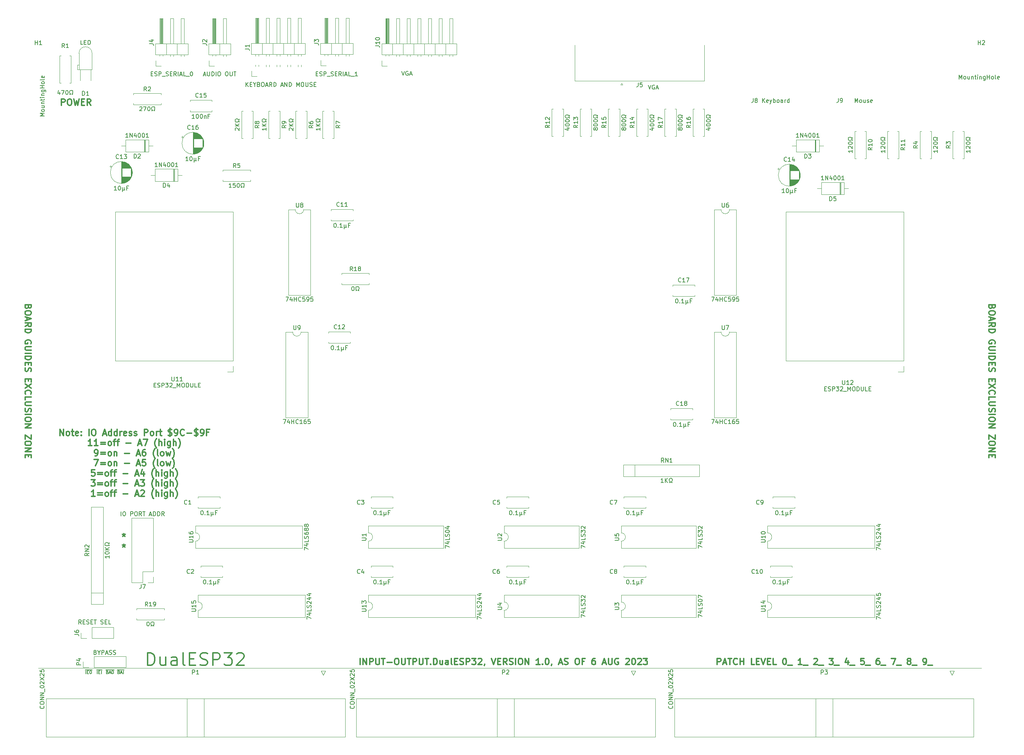
<source format=gbr>
%TF.GenerationSoftware,KiCad,Pcbnew,(6.0.11)*%
%TF.CreationDate,2023-08-19T11:35:38-05:00*%
%TF.ProjectId,input-output.DualESP32,696e7075-742d-46f7-9574-7075742e4475,V1.01*%
%TF.SameCoordinates,Original*%
%TF.FileFunction,Legend,Top*%
%TF.FilePolarity,Positive*%
%FSLAX46Y46*%
G04 Gerber Fmt 4.6, Leading zero omitted, Abs format (unit mm)*
G04 Created by KiCad (PCBNEW (6.0.11)) date 2023-08-19 11:35:38*
%MOMM*%
%LPD*%
G01*
G04 APERTURE LIST*
%ADD10C,0.120000*%
%ADD11C,0.300000*%
%ADD12C,0.175000*%
%ADD13C,0.150000*%
G04 APERTURE END LIST*
D10*
X40000000Y-220000000D02*
X265000000Y-220000000D01*
D11*
X267607142Y-133785714D02*
X267535714Y-134000000D01*
X267464285Y-134071428D01*
X267321428Y-134142857D01*
X267107142Y-134142857D01*
X266964285Y-134071428D01*
X266892857Y-134000000D01*
X266821428Y-133857142D01*
X266821428Y-133285714D01*
X268321428Y-133285714D01*
X268321428Y-133785714D01*
X268250000Y-133928571D01*
X268178571Y-134000000D01*
X268035714Y-134071428D01*
X267892857Y-134071428D01*
X267750000Y-134000000D01*
X267678571Y-133928571D01*
X267607142Y-133785714D01*
X267607142Y-133285714D01*
X268321428Y-135071428D02*
X268321428Y-135357142D01*
X268250000Y-135500000D01*
X268107142Y-135642857D01*
X267821428Y-135714285D01*
X267321428Y-135714285D01*
X267035714Y-135642857D01*
X266892857Y-135500000D01*
X266821428Y-135357142D01*
X266821428Y-135071428D01*
X266892857Y-134928571D01*
X267035714Y-134785714D01*
X267321428Y-134714285D01*
X267821428Y-134714285D01*
X268107142Y-134785714D01*
X268250000Y-134928571D01*
X268321428Y-135071428D01*
X267250000Y-136285714D02*
X267250000Y-137000000D01*
X266821428Y-136142857D02*
X268321428Y-136642857D01*
X266821428Y-137142857D01*
X266821428Y-138500000D02*
X267535714Y-138000000D01*
X266821428Y-137642857D02*
X268321428Y-137642857D01*
X268321428Y-138214285D01*
X268250000Y-138357142D01*
X268178571Y-138428571D01*
X268035714Y-138500000D01*
X267821428Y-138500000D01*
X267678571Y-138428571D01*
X267607142Y-138357142D01*
X267535714Y-138214285D01*
X267535714Y-137642857D01*
X266821428Y-139142857D02*
X268321428Y-139142857D01*
X268321428Y-139500000D01*
X268250000Y-139714285D01*
X268107142Y-139857142D01*
X267964285Y-139928571D01*
X267678571Y-140000000D01*
X267464285Y-140000000D01*
X267178571Y-139928571D01*
X267035714Y-139857142D01*
X266892857Y-139714285D01*
X266821428Y-139500000D01*
X266821428Y-139142857D01*
X268250000Y-142571428D02*
X268321428Y-142428571D01*
X268321428Y-142214285D01*
X268250000Y-142000000D01*
X268107142Y-141857142D01*
X267964285Y-141785714D01*
X267678571Y-141714285D01*
X267464285Y-141714285D01*
X267178571Y-141785714D01*
X267035714Y-141857142D01*
X266892857Y-142000000D01*
X266821428Y-142214285D01*
X266821428Y-142357142D01*
X266892857Y-142571428D01*
X266964285Y-142642857D01*
X267464285Y-142642857D01*
X267464285Y-142357142D01*
X268321428Y-143285714D02*
X267107142Y-143285714D01*
X266964285Y-143357142D01*
X266892857Y-143428571D01*
X266821428Y-143571428D01*
X266821428Y-143857142D01*
X266892857Y-144000000D01*
X266964285Y-144071428D01*
X267107142Y-144142857D01*
X268321428Y-144142857D01*
X266821428Y-144857142D02*
X268321428Y-144857142D01*
X266821428Y-145571428D02*
X268321428Y-145571428D01*
X268321428Y-145928571D01*
X268250000Y-146142857D01*
X268107142Y-146285714D01*
X267964285Y-146357142D01*
X267678571Y-146428571D01*
X267464285Y-146428571D01*
X267178571Y-146357142D01*
X267035714Y-146285714D01*
X266892857Y-146142857D01*
X266821428Y-145928571D01*
X266821428Y-145571428D01*
X267607142Y-147071428D02*
X267607142Y-147571428D01*
X266821428Y-147785714D02*
X266821428Y-147071428D01*
X268321428Y-147071428D01*
X268321428Y-147785714D01*
X266892857Y-148357142D02*
X266821428Y-148571428D01*
X266821428Y-148928571D01*
X266892857Y-149071428D01*
X266964285Y-149142857D01*
X267107142Y-149214285D01*
X267250000Y-149214285D01*
X267392857Y-149142857D01*
X267464285Y-149071428D01*
X267535714Y-148928571D01*
X267607142Y-148642857D01*
X267678571Y-148500000D01*
X267750000Y-148428571D01*
X267892857Y-148357142D01*
X268035714Y-148357142D01*
X268178571Y-148428571D01*
X268250000Y-148500000D01*
X268321428Y-148642857D01*
X268321428Y-149000000D01*
X268250000Y-149214285D01*
X267607142Y-151000000D02*
X267607142Y-151500000D01*
X266821428Y-151714285D02*
X266821428Y-151000000D01*
X268321428Y-151000000D01*
X268321428Y-151714285D01*
X268321428Y-152214285D02*
X266821428Y-153214285D01*
X268321428Y-153214285D02*
X266821428Y-152214285D01*
X266964285Y-154642857D02*
X266892857Y-154571428D01*
X266821428Y-154357142D01*
X266821428Y-154214285D01*
X266892857Y-154000000D01*
X267035714Y-153857142D01*
X267178571Y-153785714D01*
X267464285Y-153714285D01*
X267678571Y-153714285D01*
X267964285Y-153785714D01*
X268107142Y-153857142D01*
X268250000Y-154000000D01*
X268321428Y-154214285D01*
X268321428Y-154357142D01*
X268250000Y-154571428D01*
X268178571Y-154642857D01*
X266821428Y-156000000D02*
X266821428Y-155285714D01*
X268321428Y-155285714D01*
X268321428Y-156500000D02*
X267107142Y-156500000D01*
X266964285Y-156571428D01*
X266892857Y-156642857D01*
X266821428Y-156785714D01*
X266821428Y-157071428D01*
X266892857Y-157214285D01*
X266964285Y-157285714D01*
X267107142Y-157357142D01*
X268321428Y-157357142D01*
X266892857Y-158000000D02*
X266821428Y-158214285D01*
X266821428Y-158571428D01*
X266892857Y-158714285D01*
X266964285Y-158785714D01*
X267107142Y-158857142D01*
X267250000Y-158857142D01*
X267392857Y-158785714D01*
X267464285Y-158714285D01*
X267535714Y-158571428D01*
X267607142Y-158285714D01*
X267678571Y-158142857D01*
X267750000Y-158071428D01*
X267892857Y-158000000D01*
X268035714Y-158000000D01*
X268178571Y-158071428D01*
X268250000Y-158142857D01*
X268321428Y-158285714D01*
X268321428Y-158642857D01*
X268250000Y-158857142D01*
X266821428Y-159500000D02*
X268321428Y-159500000D01*
X268321428Y-160500000D02*
X268321428Y-160785714D01*
X268250000Y-160928571D01*
X268107142Y-161071428D01*
X267821428Y-161142857D01*
X267321428Y-161142857D01*
X267035714Y-161071428D01*
X266892857Y-160928571D01*
X266821428Y-160785714D01*
X266821428Y-160500000D01*
X266892857Y-160357142D01*
X267035714Y-160214285D01*
X267321428Y-160142857D01*
X267821428Y-160142857D01*
X268107142Y-160214285D01*
X268250000Y-160357142D01*
X268321428Y-160500000D01*
X266821428Y-161785714D02*
X268321428Y-161785714D01*
X266821428Y-162642857D01*
X268321428Y-162642857D01*
X268321428Y-164357142D02*
X268321428Y-165357142D01*
X266821428Y-164357142D01*
X266821428Y-165357142D01*
X268321428Y-166214285D02*
X268321428Y-166500000D01*
X268250000Y-166642857D01*
X268107142Y-166785714D01*
X267821428Y-166857142D01*
X267321428Y-166857142D01*
X267035714Y-166785714D01*
X266892857Y-166642857D01*
X266821428Y-166500000D01*
X266821428Y-166214285D01*
X266892857Y-166071428D01*
X267035714Y-165928571D01*
X267321428Y-165857142D01*
X267821428Y-165857142D01*
X268107142Y-165928571D01*
X268250000Y-166071428D01*
X268321428Y-166214285D01*
X266821428Y-167500000D02*
X268321428Y-167500000D01*
X266821428Y-168357142D01*
X268321428Y-168357142D01*
X267607142Y-169071428D02*
X267607142Y-169571428D01*
X266821428Y-169785714D02*
X266821428Y-169071428D01*
X268321428Y-169071428D01*
X268321428Y-169785714D01*
X37607142Y-133785714D02*
X37535714Y-134000000D01*
X37464285Y-134071428D01*
X37321428Y-134142857D01*
X37107142Y-134142857D01*
X36964285Y-134071428D01*
X36892857Y-134000000D01*
X36821428Y-133857142D01*
X36821428Y-133285714D01*
X38321428Y-133285714D01*
X38321428Y-133785714D01*
X38250000Y-133928571D01*
X38178571Y-134000000D01*
X38035714Y-134071428D01*
X37892857Y-134071428D01*
X37750000Y-134000000D01*
X37678571Y-133928571D01*
X37607142Y-133785714D01*
X37607142Y-133285714D01*
X38321428Y-135071428D02*
X38321428Y-135357142D01*
X38250000Y-135500000D01*
X38107142Y-135642857D01*
X37821428Y-135714285D01*
X37321428Y-135714285D01*
X37035714Y-135642857D01*
X36892857Y-135500000D01*
X36821428Y-135357142D01*
X36821428Y-135071428D01*
X36892857Y-134928571D01*
X37035714Y-134785714D01*
X37321428Y-134714285D01*
X37821428Y-134714285D01*
X38107142Y-134785714D01*
X38250000Y-134928571D01*
X38321428Y-135071428D01*
X37250000Y-136285714D02*
X37250000Y-137000000D01*
X36821428Y-136142857D02*
X38321428Y-136642857D01*
X36821428Y-137142857D01*
X36821428Y-138500000D02*
X37535714Y-138000000D01*
X36821428Y-137642857D02*
X38321428Y-137642857D01*
X38321428Y-138214285D01*
X38250000Y-138357142D01*
X38178571Y-138428571D01*
X38035714Y-138500000D01*
X37821428Y-138500000D01*
X37678571Y-138428571D01*
X37607142Y-138357142D01*
X37535714Y-138214285D01*
X37535714Y-137642857D01*
X36821428Y-139142857D02*
X38321428Y-139142857D01*
X38321428Y-139500000D01*
X38250000Y-139714285D01*
X38107142Y-139857142D01*
X37964285Y-139928571D01*
X37678571Y-140000000D01*
X37464285Y-140000000D01*
X37178571Y-139928571D01*
X37035714Y-139857142D01*
X36892857Y-139714285D01*
X36821428Y-139500000D01*
X36821428Y-139142857D01*
X38250000Y-142571428D02*
X38321428Y-142428571D01*
X38321428Y-142214285D01*
X38250000Y-142000000D01*
X38107142Y-141857142D01*
X37964285Y-141785714D01*
X37678571Y-141714285D01*
X37464285Y-141714285D01*
X37178571Y-141785714D01*
X37035714Y-141857142D01*
X36892857Y-142000000D01*
X36821428Y-142214285D01*
X36821428Y-142357142D01*
X36892857Y-142571428D01*
X36964285Y-142642857D01*
X37464285Y-142642857D01*
X37464285Y-142357142D01*
X38321428Y-143285714D02*
X37107142Y-143285714D01*
X36964285Y-143357142D01*
X36892857Y-143428571D01*
X36821428Y-143571428D01*
X36821428Y-143857142D01*
X36892857Y-144000000D01*
X36964285Y-144071428D01*
X37107142Y-144142857D01*
X38321428Y-144142857D01*
X36821428Y-144857142D02*
X38321428Y-144857142D01*
X36821428Y-145571428D02*
X38321428Y-145571428D01*
X38321428Y-145928571D01*
X38250000Y-146142857D01*
X38107142Y-146285714D01*
X37964285Y-146357142D01*
X37678571Y-146428571D01*
X37464285Y-146428571D01*
X37178571Y-146357142D01*
X37035714Y-146285714D01*
X36892857Y-146142857D01*
X36821428Y-145928571D01*
X36821428Y-145571428D01*
X37607142Y-147071428D02*
X37607142Y-147571428D01*
X36821428Y-147785714D02*
X36821428Y-147071428D01*
X38321428Y-147071428D01*
X38321428Y-147785714D01*
X36892857Y-148357142D02*
X36821428Y-148571428D01*
X36821428Y-148928571D01*
X36892857Y-149071428D01*
X36964285Y-149142857D01*
X37107142Y-149214285D01*
X37250000Y-149214285D01*
X37392857Y-149142857D01*
X37464285Y-149071428D01*
X37535714Y-148928571D01*
X37607142Y-148642857D01*
X37678571Y-148500000D01*
X37750000Y-148428571D01*
X37892857Y-148357142D01*
X38035714Y-148357142D01*
X38178571Y-148428571D01*
X38250000Y-148500000D01*
X38321428Y-148642857D01*
X38321428Y-149000000D01*
X38250000Y-149214285D01*
X37607142Y-151000000D02*
X37607142Y-151500000D01*
X36821428Y-151714285D02*
X36821428Y-151000000D01*
X38321428Y-151000000D01*
X38321428Y-151714285D01*
X38321428Y-152214285D02*
X36821428Y-153214285D01*
X38321428Y-153214285D02*
X36821428Y-152214285D01*
X36964285Y-154642857D02*
X36892857Y-154571428D01*
X36821428Y-154357142D01*
X36821428Y-154214285D01*
X36892857Y-154000000D01*
X37035714Y-153857142D01*
X37178571Y-153785714D01*
X37464285Y-153714285D01*
X37678571Y-153714285D01*
X37964285Y-153785714D01*
X38107142Y-153857142D01*
X38250000Y-154000000D01*
X38321428Y-154214285D01*
X38321428Y-154357142D01*
X38250000Y-154571428D01*
X38178571Y-154642857D01*
X36821428Y-156000000D02*
X36821428Y-155285714D01*
X38321428Y-155285714D01*
X38321428Y-156500000D02*
X37107142Y-156500000D01*
X36964285Y-156571428D01*
X36892857Y-156642857D01*
X36821428Y-156785714D01*
X36821428Y-157071428D01*
X36892857Y-157214285D01*
X36964285Y-157285714D01*
X37107142Y-157357142D01*
X38321428Y-157357142D01*
X36892857Y-158000000D02*
X36821428Y-158214285D01*
X36821428Y-158571428D01*
X36892857Y-158714285D01*
X36964285Y-158785714D01*
X37107142Y-158857142D01*
X37250000Y-158857142D01*
X37392857Y-158785714D01*
X37464285Y-158714285D01*
X37535714Y-158571428D01*
X37607142Y-158285714D01*
X37678571Y-158142857D01*
X37750000Y-158071428D01*
X37892857Y-158000000D01*
X38035714Y-158000000D01*
X38178571Y-158071428D01*
X38250000Y-158142857D01*
X38321428Y-158285714D01*
X38321428Y-158642857D01*
X38250000Y-158857142D01*
X36821428Y-159500000D02*
X38321428Y-159500000D01*
X38321428Y-160500000D02*
X38321428Y-160785714D01*
X38250000Y-160928571D01*
X38107142Y-161071428D01*
X37821428Y-161142857D01*
X37321428Y-161142857D01*
X37035714Y-161071428D01*
X36892857Y-160928571D01*
X36821428Y-160785714D01*
X36821428Y-160500000D01*
X36892857Y-160357142D01*
X37035714Y-160214285D01*
X37321428Y-160142857D01*
X37821428Y-160142857D01*
X38107142Y-160214285D01*
X38250000Y-160357142D01*
X38321428Y-160500000D01*
X36821428Y-161785714D02*
X38321428Y-161785714D01*
X36821428Y-162642857D01*
X38321428Y-162642857D01*
X38321428Y-164357142D02*
X38321428Y-165357142D01*
X36821428Y-164357142D01*
X36821428Y-165357142D01*
X38321428Y-166214285D02*
X38321428Y-166500000D01*
X38250000Y-166642857D01*
X38107142Y-166785714D01*
X37821428Y-166857142D01*
X37321428Y-166857142D01*
X37035714Y-166785714D01*
X36892857Y-166642857D01*
X36821428Y-166500000D01*
X36821428Y-166214285D01*
X36892857Y-166071428D01*
X37035714Y-165928571D01*
X37321428Y-165857142D01*
X37821428Y-165857142D01*
X38107142Y-165928571D01*
X38250000Y-166071428D01*
X38321428Y-166214285D01*
X36821428Y-167500000D02*
X38321428Y-167500000D01*
X36821428Y-168357142D01*
X38321428Y-168357142D01*
X37607142Y-169071428D02*
X37607142Y-169571428D01*
X36821428Y-169785714D02*
X36821428Y-169071428D01*
X38321428Y-169071428D01*
X38321428Y-169785714D01*
X45535714Y-85678571D02*
X45535714Y-84178571D01*
X46107142Y-84178571D01*
X46250000Y-84250000D01*
X46321428Y-84321428D01*
X46392857Y-84464285D01*
X46392857Y-84678571D01*
X46321428Y-84821428D01*
X46250000Y-84892857D01*
X46107142Y-84964285D01*
X45535714Y-84964285D01*
X47321428Y-84178571D02*
X47607142Y-84178571D01*
X47750000Y-84250000D01*
X47892857Y-84392857D01*
X47964285Y-84678571D01*
X47964285Y-85178571D01*
X47892857Y-85464285D01*
X47750000Y-85607142D01*
X47607142Y-85678571D01*
X47321428Y-85678571D01*
X47178571Y-85607142D01*
X47035714Y-85464285D01*
X46964285Y-85178571D01*
X46964285Y-84678571D01*
X47035714Y-84392857D01*
X47178571Y-84250000D01*
X47321428Y-84178571D01*
X48464285Y-84178571D02*
X48821428Y-85678571D01*
X49107142Y-84607142D01*
X49392857Y-85678571D01*
X49750000Y-84178571D01*
X50321428Y-84892857D02*
X50821428Y-84892857D01*
X51035714Y-85678571D02*
X50321428Y-85678571D01*
X50321428Y-84178571D01*
X51035714Y-84178571D01*
X52535714Y-85678571D02*
X52035714Y-84964285D01*
X51678571Y-85678571D02*
X51678571Y-84178571D01*
X52250000Y-84178571D01*
X52392857Y-84250000D01*
X52464285Y-84321428D01*
X52535714Y-84464285D01*
X52535714Y-84678571D01*
X52464285Y-84821428D01*
X52392857Y-84892857D01*
X52250000Y-84964285D01*
X51678571Y-84964285D01*
D12*
X53908000Y-220419000D02*
X54241333Y-220419000D01*
X54074666Y-221316666D02*
X54074666Y-220616666D01*
X54241333Y-220419000D02*
X54874666Y-220419000D01*
X54408000Y-220950000D02*
X54641333Y-220950000D01*
X54741333Y-221316666D02*
X54408000Y-221316666D01*
X54408000Y-220616666D01*
X54741333Y-220616666D01*
X54874666Y-220419000D02*
X55208000Y-220419000D01*
X55041333Y-221316666D02*
X55041333Y-220616666D01*
X56081333Y-220419000D02*
X56781333Y-220419000D01*
X56481333Y-220950000D02*
X56581333Y-220983333D01*
X56614666Y-221016666D01*
X56648000Y-221083333D01*
X56648000Y-221183333D01*
X56614666Y-221250000D01*
X56581333Y-221283333D01*
X56514666Y-221316666D01*
X56248000Y-221316666D01*
X56248000Y-220616666D01*
X56481333Y-220616666D01*
X56548000Y-220650000D01*
X56581333Y-220683333D01*
X56614666Y-220750000D01*
X56614666Y-220816666D01*
X56581333Y-220883333D01*
X56548000Y-220916666D01*
X56481333Y-220950000D01*
X56248000Y-220950000D01*
X56781333Y-220419000D02*
X57381333Y-220419000D01*
X56914666Y-221116666D02*
X57248000Y-221116666D01*
X56848000Y-221316666D02*
X57081333Y-220616666D01*
X57314666Y-221316666D01*
X57381333Y-220419000D02*
X58114666Y-220419000D01*
X57681333Y-220616666D02*
X57814666Y-220616666D01*
X57881333Y-220650000D01*
X57948000Y-220716666D01*
X57981333Y-220850000D01*
X57981333Y-221083333D01*
X57948000Y-221216666D01*
X57881333Y-221283333D01*
X57814666Y-221316666D01*
X57681333Y-221316666D01*
X57614666Y-221283333D01*
X57548000Y-221216666D01*
X57514666Y-221083333D01*
X57514666Y-220850000D01*
X57548000Y-220716666D01*
X57614666Y-220650000D01*
X57681333Y-220616666D01*
X58821333Y-220419000D02*
X59521333Y-220419000D01*
X59221333Y-220950000D02*
X59321333Y-220983333D01*
X59354666Y-221016666D01*
X59388000Y-221083333D01*
X59388000Y-221183333D01*
X59354666Y-221250000D01*
X59321333Y-221283333D01*
X59254666Y-221316666D01*
X58988000Y-221316666D01*
X58988000Y-220616666D01*
X59221333Y-220616666D01*
X59288000Y-220650000D01*
X59321333Y-220683333D01*
X59354666Y-220750000D01*
X59354666Y-220816666D01*
X59321333Y-220883333D01*
X59288000Y-220916666D01*
X59221333Y-220950000D01*
X58988000Y-220950000D01*
X59521333Y-220419000D02*
X60121333Y-220419000D01*
X59654666Y-221116666D02*
X59988000Y-221116666D01*
X59588000Y-221316666D02*
X59821333Y-220616666D01*
X60054666Y-221316666D01*
X60121333Y-220419000D02*
X60454666Y-220419000D01*
X60288000Y-221316666D02*
X60288000Y-220616666D01*
D11*
X66071428Y-219357142D02*
X66071428Y-216357142D01*
X66785714Y-216357142D01*
X67214285Y-216500000D01*
X67500000Y-216785714D01*
X67642857Y-217071428D01*
X67785714Y-217642857D01*
X67785714Y-218071428D01*
X67642857Y-218642857D01*
X67500000Y-218928571D01*
X67214285Y-219214285D01*
X66785714Y-219357142D01*
X66071428Y-219357142D01*
X70357142Y-217357142D02*
X70357142Y-219357142D01*
X69071428Y-217357142D02*
X69071428Y-218928571D01*
X69214285Y-219214285D01*
X69500000Y-219357142D01*
X69928571Y-219357142D01*
X70214285Y-219214285D01*
X70357142Y-219071428D01*
X73071428Y-219357142D02*
X73071428Y-217785714D01*
X72928571Y-217500000D01*
X72642857Y-217357142D01*
X72071428Y-217357142D01*
X71785714Y-217500000D01*
X73071428Y-219214285D02*
X72785714Y-219357142D01*
X72071428Y-219357142D01*
X71785714Y-219214285D01*
X71642857Y-218928571D01*
X71642857Y-218642857D01*
X71785714Y-218357142D01*
X72071428Y-218214285D01*
X72785714Y-218214285D01*
X73071428Y-218071428D01*
X74928571Y-219357142D02*
X74642857Y-219214285D01*
X74500000Y-218928571D01*
X74500000Y-216357142D01*
X76071428Y-217785714D02*
X77071428Y-217785714D01*
X77500000Y-219357142D02*
X76071428Y-219357142D01*
X76071428Y-216357142D01*
X77500000Y-216357142D01*
X78642857Y-219214285D02*
X79071428Y-219357142D01*
X79785714Y-219357142D01*
X80071428Y-219214285D01*
X80214285Y-219071428D01*
X80357142Y-218785714D01*
X80357142Y-218500000D01*
X80214285Y-218214285D01*
X80071428Y-218071428D01*
X79785714Y-217928571D01*
X79214285Y-217785714D01*
X78928571Y-217642857D01*
X78785714Y-217500000D01*
X78642857Y-217214285D01*
X78642857Y-216928571D01*
X78785714Y-216642857D01*
X78928571Y-216500000D01*
X79214285Y-216357142D01*
X79928571Y-216357142D01*
X80357142Y-216500000D01*
X81642857Y-219357142D02*
X81642857Y-216357142D01*
X82785714Y-216357142D01*
X83071428Y-216500000D01*
X83214285Y-216642857D01*
X83357142Y-216928571D01*
X83357142Y-217357142D01*
X83214285Y-217642857D01*
X83071428Y-217785714D01*
X82785714Y-217928571D01*
X81642857Y-217928571D01*
X84357142Y-216357142D02*
X86214285Y-216357142D01*
X85214285Y-217500000D01*
X85642857Y-217500000D01*
X85928571Y-217642857D01*
X86071428Y-217785714D01*
X86214285Y-218071428D01*
X86214285Y-218785714D01*
X86071428Y-219071428D01*
X85928571Y-219214285D01*
X85642857Y-219357142D01*
X84785714Y-219357142D01*
X84500000Y-219214285D01*
X84357142Y-219071428D01*
X87357142Y-216642857D02*
X87500000Y-216500000D01*
X87785714Y-216357142D01*
X88500000Y-216357142D01*
X88785714Y-216500000D01*
X88928571Y-216642857D01*
X89071428Y-216928571D01*
X89071428Y-217214285D01*
X88928571Y-217642857D01*
X87214285Y-219357142D01*
X89071428Y-219357142D01*
D12*
X51150000Y-220419000D02*
X51483333Y-220419000D01*
X51316666Y-221316666D02*
X51316666Y-220616666D01*
X51483333Y-220419000D02*
X52116666Y-220419000D01*
X51650000Y-220950000D02*
X51883333Y-220950000D01*
X51983333Y-221316666D02*
X51650000Y-221316666D01*
X51650000Y-220616666D01*
X51983333Y-220616666D01*
X52116666Y-220419000D02*
X52850000Y-220419000D01*
X52416666Y-220616666D02*
X52550000Y-220616666D01*
X52616666Y-220650000D01*
X52683333Y-220716666D01*
X52716666Y-220850000D01*
X52716666Y-221083333D01*
X52683333Y-221216666D01*
X52616666Y-221283333D01*
X52550000Y-221316666D01*
X52416666Y-221316666D01*
X52350000Y-221283333D01*
X52283333Y-221216666D01*
X52250000Y-221083333D01*
X52250000Y-220850000D01*
X52283333Y-220716666D01*
X52350000Y-220650000D01*
X52416666Y-220616666D01*
D11*
X116750000Y-219178571D02*
X116750000Y-217678571D01*
X117464285Y-219178571D02*
X117464285Y-217678571D01*
X118321428Y-219178571D01*
X118321428Y-217678571D01*
X119035714Y-219178571D02*
X119035714Y-217678571D01*
X119607142Y-217678571D01*
X119750000Y-217750000D01*
X119821428Y-217821428D01*
X119892857Y-217964285D01*
X119892857Y-218178571D01*
X119821428Y-218321428D01*
X119750000Y-218392857D01*
X119607142Y-218464285D01*
X119035714Y-218464285D01*
X120535714Y-217678571D02*
X120535714Y-218892857D01*
X120607142Y-219035714D01*
X120678571Y-219107142D01*
X120821428Y-219178571D01*
X121107142Y-219178571D01*
X121250000Y-219107142D01*
X121321428Y-219035714D01*
X121392857Y-218892857D01*
X121392857Y-217678571D01*
X121892857Y-217678571D02*
X122750000Y-217678571D01*
X122321428Y-219178571D02*
X122321428Y-217678571D01*
X123250000Y-218607142D02*
X124392857Y-218607142D01*
X125392857Y-217678571D02*
X125678571Y-217678571D01*
X125821428Y-217750000D01*
X125964285Y-217892857D01*
X126035714Y-218178571D01*
X126035714Y-218678571D01*
X125964285Y-218964285D01*
X125821428Y-219107142D01*
X125678571Y-219178571D01*
X125392857Y-219178571D01*
X125250000Y-219107142D01*
X125107142Y-218964285D01*
X125035714Y-218678571D01*
X125035714Y-218178571D01*
X125107142Y-217892857D01*
X125250000Y-217750000D01*
X125392857Y-217678571D01*
X126678571Y-217678571D02*
X126678571Y-218892857D01*
X126750000Y-219035714D01*
X126821428Y-219107142D01*
X126964285Y-219178571D01*
X127250000Y-219178571D01*
X127392857Y-219107142D01*
X127464285Y-219035714D01*
X127535714Y-218892857D01*
X127535714Y-217678571D01*
X128035714Y-217678571D02*
X128892857Y-217678571D01*
X128464285Y-219178571D02*
X128464285Y-217678571D01*
X129392857Y-219178571D02*
X129392857Y-217678571D01*
X129964285Y-217678571D01*
X130107142Y-217750000D01*
X130178571Y-217821428D01*
X130250000Y-217964285D01*
X130250000Y-218178571D01*
X130178571Y-218321428D01*
X130107142Y-218392857D01*
X129964285Y-218464285D01*
X129392857Y-218464285D01*
X130892857Y-217678571D02*
X130892857Y-218892857D01*
X130964285Y-219035714D01*
X131035714Y-219107142D01*
X131178571Y-219178571D01*
X131464285Y-219178571D01*
X131607142Y-219107142D01*
X131678571Y-219035714D01*
X131750000Y-218892857D01*
X131750000Y-217678571D01*
X132250000Y-217678571D02*
X133107142Y-217678571D01*
X132678571Y-219178571D02*
X132678571Y-217678571D01*
X133607142Y-219035714D02*
X133678571Y-219107142D01*
X133607142Y-219178571D01*
X133535714Y-219107142D01*
X133607142Y-219035714D01*
X133607142Y-219178571D01*
X134321428Y-219178571D02*
X134321428Y-217678571D01*
X134678571Y-217678571D01*
X134892857Y-217750000D01*
X135035714Y-217892857D01*
X135107142Y-218035714D01*
X135178571Y-218321428D01*
X135178571Y-218535714D01*
X135107142Y-218821428D01*
X135035714Y-218964285D01*
X134892857Y-219107142D01*
X134678571Y-219178571D01*
X134321428Y-219178571D01*
X136464285Y-218178571D02*
X136464285Y-219178571D01*
X135821428Y-218178571D02*
X135821428Y-218964285D01*
X135892857Y-219107142D01*
X136035714Y-219178571D01*
X136250000Y-219178571D01*
X136392857Y-219107142D01*
X136464285Y-219035714D01*
X137821428Y-219178571D02*
X137821428Y-218392857D01*
X137750000Y-218250000D01*
X137607142Y-218178571D01*
X137321428Y-218178571D01*
X137178571Y-218250000D01*
X137821428Y-219107142D02*
X137678571Y-219178571D01*
X137321428Y-219178571D01*
X137178571Y-219107142D01*
X137107142Y-218964285D01*
X137107142Y-218821428D01*
X137178571Y-218678571D01*
X137321428Y-218607142D01*
X137678571Y-218607142D01*
X137821428Y-218535714D01*
X138750000Y-219178571D02*
X138607142Y-219107142D01*
X138535714Y-218964285D01*
X138535714Y-217678571D01*
X139321428Y-218392857D02*
X139821428Y-218392857D01*
X140035714Y-219178571D02*
X139321428Y-219178571D01*
X139321428Y-217678571D01*
X140035714Y-217678571D01*
X140607142Y-219107142D02*
X140821428Y-219178571D01*
X141178571Y-219178571D01*
X141321428Y-219107142D01*
X141392857Y-219035714D01*
X141464285Y-218892857D01*
X141464285Y-218750000D01*
X141392857Y-218607142D01*
X141321428Y-218535714D01*
X141178571Y-218464285D01*
X140892857Y-218392857D01*
X140750000Y-218321428D01*
X140678571Y-218250000D01*
X140607142Y-218107142D01*
X140607142Y-217964285D01*
X140678571Y-217821428D01*
X140750000Y-217750000D01*
X140892857Y-217678571D01*
X141250000Y-217678571D01*
X141464285Y-217750000D01*
X142107142Y-219178571D02*
X142107142Y-217678571D01*
X142678571Y-217678571D01*
X142821428Y-217750000D01*
X142892857Y-217821428D01*
X142964285Y-217964285D01*
X142964285Y-218178571D01*
X142892857Y-218321428D01*
X142821428Y-218392857D01*
X142678571Y-218464285D01*
X142107142Y-218464285D01*
X143464285Y-217678571D02*
X144392857Y-217678571D01*
X143892857Y-218250000D01*
X144107142Y-218250000D01*
X144250000Y-218321428D01*
X144321428Y-218392857D01*
X144392857Y-218535714D01*
X144392857Y-218892857D01*
X144321428Y-219035714D01*
X144250000Y-219107142D01*
X144107142Y-219178571D01*
X143678571Y-219178571D01*
X143535714Y-219107142D01*
X143464285Y-219035714D01*
X144964285Y-217821428D02*
X145035714Y-217750000D01*
X145178571Y-217678571D01*
X145535714Y-217678571D01*
X145678571Y-217750000D01*
X145750000Y-217821428D01*
X145821428Y-217964285D01*
X145821428Y-218107142D01*
X145750000Y-218321428D01*
X144892857Y-219178571D01*
X145821428Y-219178571D01*
X146535714Y-219107142D02*
X146535714Y-219178571D01*
X146464285Y-219321428D01*
X146392857Y-219392857D01*
X148107142Y-217678571D02*
X148607142Y-219178571D01*
X149107142Y-217678571D01*
X149607142Y-218392857D02*
X150107142Y-218392857D01*
X150321428Y-219178571D02*
X149607142Y-219178571D01*
X149607142Y-217678571D01*
X150321428Y-217678571D01*
X151821428Y-219178571D02*
X151321428Y-218464285D01*
X150964285Y-219178571D02*
X150964285Y-217678571D01*
X151535714Y-217678571D01*
X151678571Y-217750000D01*
X151750000Y-217821428D01*
X151821428Y-217964285D01*
X151821428Y-218178571D01*
X151750000Y-218321428D01*
X151678571Y-218392857D01*
X151535714Y-218464285D01*
X150964285Y-218464285D01*
X152392857Y-219107142D02*
X152607142Y-219178571D01*
X152964285Y-219178571D01*
X153107142Y-219107142D01*
X153178571Y-219035714D01*
X153250000Y-218892857D01*
X153250000Y-218750000D01*
X153178571Y-218607142D01*
X153107142Y-218535714D01*
X152964285Y-218464285D01*
X152678571Y-218392857D01*
X152535714Y-218321428D01*
X152464285Y-218250000D01*
X152392857Y-218107142D01*
X152392857Y-217964285D01*
X152464285Y-217821428D01*
X152535714Y-217750000D01*
X152678571Y-217678571D01*
X153035714Y-217678571D01*
X153250000Y-217750000D01*
X153892857Y-219178571D02*
X153892857Y-217678571D01*
X154892857Y-217678571D02*
X155178571Y-217678571D01*
X155321428Y-217750000D01*
X155464285Y-217892857D01*
X155535714Y-218178571D01*
X155535714Y-218678571D01*
X155464285Y-218964285D01*
X155321428Y-219107142D01*
X155178571Y-219178571D01*
X154892857Y-219178571D01*
X154750000Y-219107142D01*
X154607142Y-218964285D01*
X154535714Y-218678571D01*
X154535714Y-218178571D01*
X154607142Y-217892857D01*
X154750000Y-217750000D01*
X154892857Y-217678571D01*
X156178571Y-219178571D02*
X156178571Y-217678571D01*
X157035714Y-219178571D01*
X157035714Y-217678571D01*
X159678571Y-219178571D02*
X158821428Y-219178571D01*
X159250000Y-219178571D02*
X159250000Y-217678571D01*
X159107142Y-217892857D01*
X158964285Y-218035714D01*
X158821428Y-218107142D01*
X160321428Y-219035714D02*
X160392857Y-219107142D01*
X160321428Y-219178571D01*
X160250000Y-219107142D01*
X160321428Y-219035714D01*
X160321428Y-219178571D01*
X161321428Y-217678571D02*
X161464285Y-217678571D01*
X161607142Y-217750000D01*
X161678571Y-217821428D01*
X161750000Y-217964285D01*
X161821428Y-218250000D01*
X161821428Y-218607142D01*
X161750000Y-218892857D01*
X161678571Y-219035714D01*
X161607142Y-219107142D01*
X161464285Y-219178571D01*
X161321428Y-219178571D01*
X161178571Y-219107142D01*
X161107142Y-219035714D01*
X161035714Y-218892857D01*
X160964285Y-218607142D01*
X160964285Y-218250000D01*
X161035714Y-217964285D01*
X161107142Y-217821428D01*
X161178571Y-217750000D01*
X161321428Y-217678571D01*
X162535714Y-219107142D02*
X162535714Y-219178571D01*
X162464285Y-219321428D01*
X162392857Y-219392857D01*
X164250000Y-218750000D02*
X164964285Y-218750000D01*
X164107142Y-219178571D02*
X164607142Y-217678571D01*
X165107142Y-219178571D01*
X165535714Y-219107142D02*
X165750000Y-219178571D01*
X166107142Y-219178571D01*
X166250000Y-219107142D01*
X166321428Y-219035714D01*
X166392857Y-218892857D01*
X166392857Y-218750000D01*
X166321428Y-218607142D01*
X166250000Y-218535714D01*
X166107142Y-218464285D01*
X165821428Y-218392857D01*
X165678571Y-218321428D01*
X165607142Y-218250000D01*
X165535714Y-218107142D01*
X165535714Y-217964285D01*
X165607142Y-217821428D01*
X165678571Y-217750000D01*
X165821428Y-217678571D01*
X166178571Y-217678571D01*
X166392857Y-217750000D01*
X168464285Y-217678571D02*
X168750000Y-217678571D01*
X168892857Y-217750000D01*
X169035714Y-217892857D01*
X169107142Y-218178571D01*
X169107142Y-218678571D01*
X169035714Y-218964285D01*
X168892857Y-219107142D01*
X168750000Y-219178571D01*
X168464285Y-219178571D01*
X168321428Y-219107142D01*
X168178571Y-218964285D01*
X168107142Y-218678571D01*
X168107142Y-218178571D01*
X168178571Y-217892857D01*
X168321428Y-217750000D01*
X168464285Y-217678571D01*
X170250000Y-218392857D02*
X169750000Y-218392857D01*
X169750000Y-219178571D02*
X169750000Y-217678571D01*
X170464285Y-217678571D01*
X172821428Y-217678571D02*
X172535714Y-217678571D01*
X172392857Y-217750000D01*
X172321428Y-217821428D01*
X172178571Y-218035714D01*
X172107142Y-218321428D01*
X172107142Y-218892857D01*
X172178571Y-219035714D01*
X172250000Y-219107142D01*
X172392857Y-219178571D01*
X172678571Y-219178571D01*
X172821428Y-219107142D01*
X172892857Y-219035714D01*
X172964285Y-218892857D01*
X172964285Y-218535714D01*
X172892857Y-218392857D01*
X172821428Y-218321428D01*
X172678571Y-218250000D01*
X172392857Y-218250000D01*
X172250000Y-218321428D01*
X172178571Y-218392857D01*
X172107142Y-218535714D01*
X174678571Y-218750000D02*
X175392857Y-218750000D01*
X174535714Y-219178571D02*
X175035714Y-217678571D01*
X175535714Y-219178571D01*
X176035714Y-217678571D02*
X176035714Y-218892857D01*
X176107142Y-219035714D01*
X176178571Y-219107142D01*
X176321428Y-219178571D01*
X176607142Y-219178571D01*
X176750000Y-219107142D01*
X176821428Y-219035714D01*
X176892857Y-218892857D01*
X176892857Y-217678571D01*
X178392857Y-217750000D02*
X178250000Y-217678571D01*
X178035714Y-217678571D01*
X177821428Y-217750000D01*
X177678571Y-217892857D01*
X177607142Y-218035714D01*
X177535714Y-218321428D01*
X177535714Y-218535714D01*
X177607142Y-218821428D01*
X177678571Y-218964285D01*
X177821428Y-219107142D01*
X178035714Y-219178571D01*
X178178571Y-219178571D01*
X178392857Y-219107142D01*
X178464285Y-219035714D01*
X178464285Y-218535714D01*
X178178571Y-218535714D01*
X180178571Y-217821428D02*
X180250000Y-217750000D01*
X180392857Y-217678571D01*
X180750000Y-217678571D01*
X180892857Y-217750000D01*
X180964285Y-217821428D01*
X181035714Y-217964285D01*
X181035714Y-218107142D01*
X180964285Y-218321428D01*
X180107142Y-219178571D01*
X181035714Y-219178571D01*
X181964285Y-217678571D02*
X182107142Y-217678571D01*
X182250000Y-217750000D01*
X182321428Y-217821428D01*
X182392857Y-217964285D01*
X182464285Y-218250000D01*
X182464285Y-218607142D01*
X182392857Y-218892857D01*
X182321428Y-219035714D01*
X182250000Y-219107142D01*
X182107142Y-219178571D01*
X181964285Y-219178571D01*
X181821428Y-219107142D01*
X181750000Y-219035714D01*
X181678571Y-218892857D01*
X181607142Y-218607142D01*
X181607142Y-218250000D01*
X181678571Y-217964285D01*
X181750000Y-217821428D01*
X181821428Y-217750000D01*
X181964285Y-217678571D01*
X183035714Y-217821428D02*
X183107142Y-217750000D01*
X183250000Y-217678571D01*
X183607142Y-217678571D01*
X183750000Y-217750000D01*
X183821428Y-217821428D01*
X183892857Y-217964285D01*
X183892857Y-218107142D01*
X183821428Y-218321428D01*
X182964285Y-219178571D01*
X183892857Y-219178571D01*
X184392857Y-217678571D02*
X185321428Y-217678571D01*
X184821428Y-218250000D01*
X185035714Y-218250000D01*
X185178571Y-218321428D01*
X185250000Y-218392857D01*
X185321428Y-218535714D01*
X185321428Y-218892857D01*
X185250000Y-219035714D01*
X185178571Y-219107142D01*
X185035714Y-219178571D01*
X184607142Y-219178571D01*
X184464285Y-219107142D01*
X184392857Y-219035714D01*
X45154285Y-164505571D02*
X45154285Y-163005571D01*
X46011428Y-164505571D01*
X46011428Y-163005571D01*
X46939999Y-164505571D02*
X46797142Y-164434142D01*
X46725714Y-164362714D01*
X46654285Y-164219857D01*
X46654285Y-163791285D01*
X46725714Y-163648428D01*
X46797142Y-163577000D01*
X46939999Y-163505571D01*
X47154285Y-163505571D01*
X47297142Y-163577000D01*
X47368571Y-163648428D01*
X47439999Y-163791285D01*
X47439999Y-164219857D01*
X47368571Y-164362714D01*
X47297142Y-164434142D01*
X47154285Y-164505571D01*
X46939999Y-164505571D01*
X47868571Y-163505571D02*
X48439999Y-163505571D01*
X48082857Y-163005571D02*
X48082857Y-164291285D01*
X48154285Y-164434142D01*
X48297142Y-164505571D01*
X48439999Y-164505571D01*
X49511428Y-164434142D02*
X49368571Y-164505571D01*
X49082857Y-164505571D01*
X48939999Y-164434142D01*
X48868571Y-164291285D01*
X48868571Y-163719857D01*
X48939999Y-163577000D01*
X49082857Y-163505571D01*
X49368571Y-163505571D01*
X49511428Y-163577000D01*
X49582857Y-163719857D01*
X49582857Y-163862714D01*
X48868571Y-164005571D01*
X50225714Y-164362714D02*
X50297142Y-164434142D01*
X50225714Y-164505571D01*
X50154285Y-164434142D01*
X50225714Y-164362714D01*
X50225714Y-164505571D01*
X50225714Y-163577000D02*
X50297142Y-163648428D01*
X50225714Y-163719857D01*
X50154285Y-163648428D01*
X50225714Y-163577000D01*
X50225714Y-163719857D01*
X52082857Y-164505571D02*
X52082857Y-163005571D01*
X53082857Y-163005571D02*
X53368571Y-163005571D01*
X53511428Y-163077000D01*
X53654285Y-163219857D01*
X53725714Y-163505571D01*
X53725714Y-164005571D01*
X53654285Y-164291285D01*
X53511428Y-164434142D01*
X53368571Y-164505571D01*
X53082857Y-164505571D01*
X52939999Y-164434142D01*
X52797142Y-164291285D01*
X52725714Y-164005571D01*
X52725714Y-163505571D01*
X52797142Y-163219857D01*
X52939999Y-163077000D01*
X53082857Y-163005571D01*
X55439999Y-164077000D02*
X56154285Y-164077000D01*
X55297142Y-164505571D02*
X55797142Y-163005571D01*
X56297142Y-164505571D01*
X57439999Y-164505571D02*
X57439999Y-163005571D01*
X57439999Y-164434142D02*
X57297142Y-164505571D01*
X57011428Y-164505571D01*
X56868571Y-164434142D01*
X56797142Y-164362714D01*
X56725714Y-164219857D01*
X56725714Y-163791285D01*
X56797142Y-163648428D01*
X56868571Y-163577000D01*
X57011428Y-163505571D01*
X57297142Y-163505571D01*
X57439999Y-163577000D01*
X58797142Y-164505571D02*
X58797142Y-163005571D01*
X58797142Y-164434142D02*
X58654285Y-164505571D01*
X58368571Y-164505571D01*
X58225714Y-164434142D01*
X58154285Y-164362714D01*
X58082857Y-164219857D01*
X58082857Y-163791285D01*
X58154285Y-163648428D01*
X58225714Y-163577000D01*
X58368571Y-163505571D01*
X58654285Y-163505571D01*
X58797142Y-163577000D01*
X59511428Y-164505571D02*
X59511428Y-163505571D01*
X59511428Y-163791285D02*
X59582857Y-163648428D01*
X59654285Y-163577000D01*
X59797142Y-163505571D01*
X59939999Y-163505571D01*
X61011428Y-164434142D02*
X60868571Y-164505571D01*
X60582857Y-164505571D01*
X60439999Y-164434142D01*
X60368571Y-164291285D01*
X60368571Y-163719857D01*
X60439999Y-163577000D01*
X60582857Y-163505571D01*
X60868571Y-163505571D01*
X61011428Y-163577000D01*
X61082857Y-163719857D01*
X61082857Y-163862714D01*
X60368571Y-164005571D01*
X61654285Y-164434142D02*
X61797142Y-164505571D01*
X62082857Y-164505571D01*
X62225714Y-164434142D01*
X62297142Y-164291285D01*
X62297142Y-164219857D01*
X62225714Y-164077000D01*
X62082857Y-164005571D01*
X61868571Y-164005571D01*
X61725714Y-163934142D01*
X61654285Y-163791285D01*
X61654285Y-163719857D01*
X61725714Y-163577000D01*
X61868571Y-163505571D01*
X62082857Y-163505571D01*
X62225714Y-163577000D01*
X62868571Y-164434142D02*
X63011428Y-164505571D01*
X63297142Y-164505571D01*
X63439999Y-164434142D01*
X63511428Y-164291285D01*
X63511428Y-164219857D01*
X63439999Y-164077000D01*
X63297142Y-164005571D01*
X63082857Y-164005571D01*
X62939999Y-163934142D01*
X62868571Y-163791285D01*
X62868571Y-163719857D01*
X62939999Y-163577000D01*
X63082857Y-163505571D01*
X63297142Y-163505571D01*
X63439999Y-163577000D01*
X65297142Y-164505571D02*
X65297142Y-163005571D01*
X65868571Y-163005571D01*
X66011428Y-163077000D01*
X66082857Y-163148428D01*
X66154285Y-163291285D01*
X66154285Y-163505571D01*
X66082857Y-163648428D01*
X66011428Y-163719857D01*
X65868571Y-163791285D01*
X65297142Y-163791285D01*
X67011428Y-164505571D02*
X66868571Y-164434142D01*
X66797142Y-164362714D01*
X66725714Y-164219857D01*
X66725714Y-163791285D01*
X66797142Y-163648428D01*
X66868571Y-163577000D01*
X67011428Y-163505571D01*
X67225714Y-163505571D01*
X67368571Y-163577000D01*
X67439999Y-163648428D01*
X67511428Y-163791285D01*
X67511428Y-164219857D01*
X67439999Y-164362714D01*
X67368571Y-164434142D01*
X67225714Y-164505571D01*
X67011428Y-164505571D01*
X68154285Y-164505571D02*
X68154285Y-163505571D01*
X68154285Y-163791285D02*
X68225714Y-163648428D01*
X68297142Y-163577000D01*
X68439999Y-163505571D01*
X68582857Y-163505571D01*
X68868571Y-163505571D02*
X69439999Y-163505571D01*
X69082857Y-163005571D02*
X69082857Y-164291285D01*
X69154285Y-164434142D01*
X69297142Y-164505571D01*
X69439999Y-164505571D01*
X71011428Y-164434142D02*
X71225714Y-164505571D01*
X71582857Y-164505571D01*
X71725714Y-164434142D01*
X71797142Y-164362714D01*
X71868571Y-164219857D01*
X71868571Y-164077000D01*
X71797142Y-163934142D01*
X71725714Y-163862714D01*
X71582857Y-163791285D01*
X71297142Y-163719857D01*
X71154285Y-163648428D01*
X71082857Y-163577000D01*
X71011428Y-163434142D01*
X71011428Y-163291285D01*
X71082857Y-163148428D01*
X71154285Y-163077000D01*
X71297142Y-163005571D01*
X71654285Y-163005571D01*
X71868571Y-163077000D01*
X71439999Y-162791285D02*
X71439999Y-164719857D01*
X72582857Y-164505571D02*
X72868571Y-164505571D01*
X73011428Y-164434142D01*
X73082857Y-164362714D01*
X73225714Y-164148428D01*
X73297142Y-163862714D01*
X73297142Y-163291285D01*
X73225714Y-163148428D01*
X73154285Y-163077000D01*
X73011428Y-163005571D01*
X72725714Y-163005571D01*
X72582857Y-163077000D01*
X72511428Y-163148428D01*
X72440000Y-163291285D01*
X72440000Y-163648428D01*
X72511428Y-163791285D01*
X72582857Y-163862714D01*
X72725714Y-163934142D01*
X73011428Y-163934142D01*
X73154285Y-163862714D01*
X73225714Y-163791285D01*
X73297142Y-163648428D01*
X74797142Y-164362714D02*
X74725714Y-164434142D01*
X74511428Y-164505571D01*
X74368571Y-164505571D01*
X74154285Y-164434142D01*
X74011428Y-164291285D01*
X73940000Y-164148428D01*
X73868571Y-163862714D01*
X73868571Y-163648428D01*
X73940000Y-163362714D01*
X74011428Y-163219857D01*
X74154285Y-163077000D01*
X74368571Y-163005571D01*
X74511428Y-163005571D01*
X74725714Y-163077000D01*
X74797142Y-163148428D01*
X75440000Y-163934142D02*
X76582857Y-163934142D01*
X77225714Y-164434142D02*
X77440000Y-164505571D01*
X77797142Y-164505571D01*
X77940000Y-164434142D01*
X78011428Y-164362714D01*
X78082857Y-164219857D01*
X78082857Y-164077000D01*
X78011428Y-163934142D01*
X77940000Y-163862714D01*
X77797142Y-163791285D01*
X77511428Y-163719857D01*
X77368571Y-163648428D01*
X77297142Y-163577000D01*
X77225714Y-163434142D01*
X77225714Y-163291285D01*
X77297142Y-163148428D01*
X77368571Y-163077000D01*
X77511428Y-163005571D01*
X77868571Y-163005571D01*
X78082857Y-163077000D01*
X77654285Y-162791285D02*
X77654285Y-164719857D01*
X78797142Y-164505571D02*
X79082857Y-164505571D01*
X79225714Y-164434142D01*
X79297142Y-164362714D01*
X79440000Y-164148428D01*
X79511428Y-163862714D01*
X79511428Y-163291285D01*
X79440000Y-163148428D01*
X79368571Y-163077000D01*
X79225714Y-163005571D01*
X78940000Y-163005571D01*
X78797142Y-163077000D01*
X78725714Y-163148428D01*
X78654285Y-163291285D01*
X78654285Y-163648428D01*
X78725714Y-163791285D01*
X78797142Y-163862714D01*
X78940000Y-163934142D01*
X79225714Y-163934142D01*
X79368571Y-163862714D01*
X79440000Y-163791285D01*
X79511428Y-163648428D01*
X80654285Y-163719857D02*
X80154285Y-163719857D01*
X80154285Y-164505571D02*
X80154285Y-163005571D01*
X80868571Y-163005571D01*
X52797142Y-166920571D02*
X51940000Y-166920571D01*
X52368571Y-166920571D02*
X52368571Y-165420571D01*
X52225714Y-165634857D01*
X52082857Y-165777714D01*
X51940000Y-165849142D01*
X54225714Y-166920571D02*
X53368571Y-166920571D01*
X53797142Y-166920571D02*
X53797142Y-165420571D01*
X53654285Y-165634857D01*
X53511428Y-165777714D01*
X53368571Y-165849142D01*
X54868571Y-166134857D02*
X56011428Y-166134857D01*
X56011428Y-166563428D02*
X54868571Y-166563428D01*
X56940000Y-166920571D02*
X56797142Y-166849142D01*
X56725714Y-166777714D01*
X56654285Y-166634857D01*
X56654285Y-166206285D01*
X56725714Y-166063428D01*
X56797142Y-165992000D01*
X56940000Y-165920571D01*
X57154285Y-165920571D01*
X57297142Y-165992000D01*
X57368571Y-166063428D01*
X57440000Y-166206285D01*
X57440000Y-166634857D01*
X57368571Y-166777714D01*
X57297142Y-166849142D01*
X57154285Y-166920571D01*
X56940000Y-166920571D01*
X57868571Y-165920571D02*
X58440000Y-165920571D01*
X58082857Y-166920571D02*
X58082857Y-165634857D01*
X58154285Y-165492000D01*
X58297142Y-165420571D01*
X58440000Y-165420571D01*
X58725714Y-165920571D02*
X59297142Y-165920571D01*
X58940000Y-166920571D02*
X58940000Y-165634857D01*
X59011428Y-165492000D01*
X59154285Y-165420571D01*
X59297142Y-165420571D01*
X60940000Y-166349142D02*
X62082857Y-166349142D01*
X63868571Y-166492000D02*
X64582857Y-166492000D01*
X63725714Y-166920571D02*
X64225714Y-165420571D01*
X64725714Y-166920571D01*
X65082857Y-165420571D02*
X66082857Y-165420571D01*
X65440000Y-166920571D01*
X68225714Y-167492000D02*
X68154285Y-167420571D01*
X68011428Y-167206285D01*
X67940000Y-167063428D01*
X67868571Y-166849142D01*
X67797142Y-166492000D01*
X67797142Y-166206285D01*
X67868571Y-165849142D01*
X67940000Y-165634857D01*
X68011428Y-165492000D01*
X68154285Y-165277714D01*
X68225714Y-165206285D01*
X68797142Y-166920571D02*
X68797142Y-165420571D01*
X69440000Y-166920571D02*
X69440000Y-166134857D01*
X69368571Y-165992000D01*
X69225714Y-165920571D01*
X69011428Y-165920571D01*
X68868571Y-165992000D01*
X68797142Y-166063428D01*
X70154285Y-166920571D02*
X70154285Y-165920571D01*
X70154285Y-165420571D02*
X70082857Y-165492000D01*
X70154285Y-165563428D01*
X70225714Y-165492000D01*
X70154285Y-165420571D01*
X70154285Y-165563428D01*
X71511428Y-165920571D02*
X71511428Y-167134857D01*
X71440000Y-167277714D01*
X71368571Y-167349142D01*
X71225714Y-167420571D01*
X71011428Y-167420571D01*
X70868571Y-167349142D01*
X71511428Y-166849142D02*
X71368571Y-166920571D01*
X71082857Y-166920571D01*
X70940000Y-166849142D01*
X70868571Y-166777714D01*
X70797142Y-166634857D01*
X70797142Y-166206285D01*
X70868571Y-166063428D01*
X70940000Y-165992000D01*
X71082857Y-165920571D01*
X71368571Y-165920571D01*
X71511428Y-165992000D01*
X72225714Y-166920571D02*
X72225714Y-165420571D01*
X72868571Y-166920571D02*
X72868571Y-166134857D01*
X72797142Y-165992000D01*
X72654285Y-165920571D01*
X72440000Y-165920571D01*
X72297142Y-165992000D01*
X72225714Y-166063428D01*
X73440000Y-167492000D02*
X73511428Y-167420571D01*
X73654285Y-167206285D01*
X73725714Y-167063428D01*
X73797142Y-166849142D01*
X73868571Y-166492000D01*
X73868571Y-166206285D01*
X73797142Y-165849142D01*
X73725714Y-165634857D01*
X73654285Y-165492000D01*
X73511428Y-165277714D01*
X73440000Y-165206285D01*
X53511428Y-169335571D02*
X53797142Y-169335571D01*
X53940000Y-169264142D01*
X54011428Y-169192714D01*
X54154285Y-168978428D01*
X54225714Y-168692714D01*
X54225714Y-168121285D01*
X54154285Y-167978428D01*
X54082857Y-167907000D01*
X53940000Y-167835571D01*
X53654285Y-167835571D01*
X53511428Y-167907000D01*
X53440000Y-167978428D01*
X53368571Y-168121285D01*
X53368571Y-168478428D01*
X53440000Y-168621285D01*
X53511428Y-168692714D01*
X53654285Y-168764142D01*
X53940000Y-168764142D01*
X54082857Y-168692714D01*
X54154285Y-168621285D01*
X54225714Y-168478428D01*
X54868571Y-168549857D02*
X56011428Y-168549857D01*
X56011428Y-168978428D02*
X54868571Y-168978428D01*
X56940000Y-169335571D02*
X56797142Y-169264142D01*
X56725714Y-169192714D01*
X56654285Y-169049857D01*
X56654285Y-168621285D01*
X56725714Y-168478428D01*
X56797142Y-168407000D01*
X56940000Y-168335571D01*
X57154285Y-168335571D01*
X57297142Y-168407000D01*
X57368571Y-168478428D01*
X57440000Y-168621285D01*
X57440000Y-169049857D01*
X57368571Y-169192714D01*
X57297142Y-169264142D01*
X57154285Y-169335571D01*
X56940000Y-169335571D01*
X58082857Y-168335571D02*
X58082857Y-169335571D01*
X58082857Y-168478428D02*
X58154285Y-168407000D01*
X58297142Y-168335571D01*
X58511428Y-168335571D01*
X58654285Y-168407000D01*
X58725714Y-168549857D01*
X58725714Y-169335571D01*
X60582857Y-168764142D02*
X61725714Y-168764142D01*
X63511428Y-168907000D02*
X64225714Y-168907000D01*
X63368571Y-169335571D02*
X63868571Y-167835571D01*
X64368571Y-169335571D01*
X65511428Y-167835571D02*
X65225714Y-167835571D01*
X65082857Y-167907000D01*
X65011428Y-167978428D01*
X64868571Y-168192714D01*
X64797142Y-168478428D01*
X64797142Y-169049857D01*
X64868571Y-169192714D01*
X64940000Y-169264142D01*
X65082857Y-169335571D01*
X65368571Y-169335571D01*
X65511428Y-169264142D01*
X65582857Y-169192714D01*
X65654285Y-169049857D01*
X65654285Y-168692714D01*
X65582857Y-168549857D01*
X65511428Y-168478428D01*
X65368571Y-168407000D01*
X65082857Y-168407000D01*
X64940000Y-168478428D01*
X64868571Y-168549857D01*
X64797142Y-168692714D01*
X67868571Y-169907000D02*
X67797142Y-169835571D01*
X67654285Y-169621285D01*
X67582857Y-169478428D01*
X67511428Y-169264142D01*
X67440000Y-168907000D01*
X67440000Y-168621285D01*
X67511428Y-168264142D01*
X67582857Y-168049857D01*
X67654285Y-167907000D01*
X67797142Y-167692714D01*
X67868571Y-167621285D01*
X68654285Y-169335571D02*
X68511428Y-169264142D01*
X68440000Y-169121285D01*
X68440000Y-167835571D01*
X69440000Y-169335571D02*
X69297142Y-169264142D01*
X69225714Y-169192714D01*
X69154285Y-169049857D01*
X69154285Y-168621285D01*
X69225714Y-168478428D01*
X69297142Y-168407000D01*
X69440000Y-168335571D01*
X69654285Y-168335571D01*
X69797142Y-168407000D01*
X69868571Y-168478428D01*
X69940000Y-168621285D01*
X69940000Y-169049857D01*
X69868571Y-169192714D01*
X69797142Y-169264142D01*
X69654285Y-169335571D01*
X69440000Y-169335571D01*
X70440000Y-168335571D02*
X70725714Y-169335571D01*
X71011428Y-168621285D01*
X71297142Y-169335571D01*
X71582857Y-168335571D01*
X72011428Y-169907000D02*
X72082857Y-169835571D01*
X72225714Y-169621285D01*
X72297142Y-169478428D01*
X72368571Y-169264142D01*
X72440000Y-168907000D01*
X72440000Y-168621285D01*
X72368571Y-168264142D01*
X72297142Y-168049857D01*
X72225714Y-167907000D01*
X72082857Y-167692714D01*
X72011428Y-167621285D01*
X53297142Y-170250571D02*
X54297142Y-170250571D01*
X53654285Y-171750571D01*
X54868571Y-170964857D02*
X56011428Y-170964857D01*
X56011428Y-171393428D02*
X54868571Y-171393428D01*
X56940000Y-171750571D02*
X56797142Y-171679142D01*
X56725714Y-171607714D01*
X56654285Y-171464857D01*
X56654285Y-171036285D01*
X56725714Y-170893428D01*
X56797142Y-170822000D01*
X56940000Y-170750571D01*
X57154285Y-170750571D01*
X57297142Y-170822000D01*
X57368571Y-170893428D01*
X57440000Y-171036285D01*
X57440000Y-171464857D01*
X57368571Y-171607714D01*
X57297142Y-171679142D01*
X57154285Y-171750571D01*
X56940000Y-171750571D01*
X58082857Y-170750571D02*
X58082857Y-171750571D01*
X58082857Y-170893428D02*
X58154285Y-170822000D01*
X58297142Y-170750571D01*
X58511428Y-170750571D01*
X58654285Y-170822000D01*
X58725714Y-170964857D01*
X58725714Y-171750571D01*
X60582857Y-171179142D02*
X61725714Y-171179142D01*
X63511428Y-171322000D02*
X64225714Y-171322000D01*
X63368571Y-171750571D02*
X63868571Y-170250571D01*
X64368571Y-171750571D01*
X65582857Y-170250571D02*
X64868571Y-170250571D01*
X64797142Y-170964857D01*
X64868571Y-170893428D01*
X65011428Y-170822000D01*
X65368571Y-170822000D01*
X65511428Y-170893428D01*
X65582857Y-170964857D01*
X65654285Y-171107714D01*
X65654285Y-171464857D01*
X65582857Y-171607714D01*
X65511428Y-171679142D01*
X65368571Y-171750571D01*
X65011428Y-171750571D01*
X64868571Y-171679142D01*
X64797142Y-171607714D01*
X67868571Y-172322000D02*
X67797142Y-172250571D01*
X67654285Y-172036285D01*
X67582857Y-171893428D01*
X67511428Y-171679142D01*
X67440000Y-171322000D01*
X67440000Y-171036285D01*
X67511428Y-170679142D01*
X67582857Y-170464857D01*
X67654285Y-170322000D01*
X67797142Y-170107714D01*
X67868571Y-170036285D01*
X68654285Y-171750571D02*
X68511428Y-171679142D01*
X68440000Y-171536285D01*
X68440000Y-170250571D01*
X69440000Y-171750571D02*
X69297142Y-171679142D01*
X69225714Y-171607714D01*
X69154285Y-171464857D01*
X69154285Y-171036285D01*
X69225714Y-170893428D01*
X69297142Y-170822000D01*
X69440000Y-170750571D01*
X69654285Y-170750571D01*
X69797142Y-170822000D01*
X69868571Y-170893428D01*
X69940000Y-171036285D01*
X69940000Y-171464857D01*
X69868571Y-171607714D01*
X69797142Y-171679142D01*
X69654285Y-171750571D01*
X69440000Y-171750571D01*
X70440000Y-170750571D02*
X70725714Y-171750571D01*
X71011428Y-171036285D01*
X71297142Y-171750571D01*
X71582857Y-170750571D01*
X72011428Y-172322000D02*
X72082857Y-172250571D01*
X72225714Y-172036285D01*
X72297142Y-171893428D01*
X72368571Y-171679142D01*
X72440000Y-171322000D01*
X72440000Y-171036285D01*
X72368571Y-170679142D01*
X72297142Y-170464857D01*
X72225714Y-170322000D01*
X72082857Y-170107714D01*
X72011428Y-170036285D01*
X53440000Y-172665571D02*
X52725714Y-172665571D01*
X52654285Y-173379857D01*
X52725714Y-173308428D01*
X52868571Y-173237000D01*
X53225714Y-173237000D01*
X53368571Y-173308428D01*
X53440000Y-173379857D01*
X53511428Y-173522714D01*
X53511428Y-173879857D01*
X53440000Y-174022714D01*
X53368571Y-174094142D01*
X53225714Y-174165571D01*
X52868571Y-174165571D01*
X52725714Y-174094142D01*
X52654285Y-174022714D01*
X54154285Y-173379857D02*
X55297142Y-173379857D01*
X55297142Y-173808428D02*
X54154285Y-173808428D01*
X56225714Y-174165571D02*
X56082857Y-174094142D01*
X56011428Y-174022714D01*
X55940000Y-173879857D01*
X55940000Y-173451285D01*
X56011428Y-173308428D01*
X56082857Y-173237000D01*
X56225714Y-173165571D01*
X56440000Y-173165571D01*
X56582857Y-173237000D01*
X56654285Y-173308428D01*
X56725714Y-173451285D01*
X56725714Y-173879857D01*
X56654285Y-174022714D01*
X56582857Y-174094142D01*
X56440000Y-174165571D01*
X56225714Y-174165571D01*
X57154285Y-173165571D02*
X57725714Y-173165571D01*
X57368571Y-174165571D02*
X57368571Y-172879857D01*
X57440000Y-172737000D01*
X57582857Y-172665571D01*
X57725714Y-172665571D01*
X58011428Y-173165571D02*
X58582857Y-173165571D01*
X58225714Y-174165571D02*
X58225714Y-172879857D01*
X58297142Y-172737000D01*
X58440000Y-172665571D01*
X58582857Y-172665571D01*
X60225714Y-173594142D02*
X61368571Y-173594142D01*
X63154285Y-173737000D02*
X63868571Y-173737000D01*
X63011428Y-174165571D02*
X63511428Y-172665571D01*
X64011428Y-174165571D01*
X65154285Y-173165571D02*
X65154285Y-174165571D01*
X64797142Y-172594142D02*
X64440000Y-173665571D01*
X65368571Y-173665571D01*
X67511428Y-174737000D02*
X67440000Y-174665571D01*
X67297142Y-174451285D01*
X67225714Y-174308428D01*
X67154285Y-174094142D01*
X67082857Y-173737000D01*
X67082857Y-173451285D01*
X67154285Y-173094142D01*
X67225714Y-172879857D01*
X67297142Y-172737000D01*
X67440000Y-172522714D01*
X67511428Y-172451285D01*
X68082857Y-174165571D02*
X68082857Y-172665571D01*
X68725714Y-174165571D02*
X68725714Y-173379857D01*
X68654285Y-173237000D01*
X68511428Y-173165571D01*
X68297142Y-173165571D01*
X68154285Y-173237000D01*
X68082857Y-173308428D01*
X69440000Y-174165571D02*
X69440000Y-173165571D01*
X69440000Y-172665571D02*
X69368571Y-172737000D01*
X69440000Y-172808428D01*
X69511428Y-172737000D01*
X69440000Y-172665571D01*
X69440000Y-172808428D01*
X70797142Y-173165571D02*
X70797142Y-174379857D01*
X70725714Y-174522714D01*
X70654285Y-174594142D01*
X70511428Y-174665571D01*
X70297142Y-174665571D01*
X70154285Y-174594142D01*
X70797142Y-174094142D02*
X70654285Y-174165571D01*
X70368571Y-174165571D01*
X70225714Y-174094142D01*
X70154285Y-174022714D01*
X70082857Y-173879857D01*
X70082857Y-173451285D01*
X70154285Y-173308428D01*
X70225714Y-173237000D01*
X70368571Y-173165571D01*
X70654285Y-173165571D01*
X70797142Y-173237000D01*
X71511428Y-174165571D02*
X71511428Y-172665571D01*
X72154285Y-174165571D02*
X72154285Y-173379857D01*
X72082857Y-173237000D01*
X71940000Y-173165571D01*
X71725714Y-173165571D01*
X71582857Y-173237000D01*
X71511428Y-173308428D01*
X72725714Y-174737000D02*
X72797142Y-174665571D01*
X72940000Y-174451285D01*
X73011428Y-174308428D01*
X73082857Y-174094142D01*
X73154285Y-173737000D01*
X73154285Y-173451285D01*
X73082857Y-173094142D01*
X73011428Y-172879857D01*
X72940000Y-172737000D01*
X72797142Y-172522714D01*
X72725714Y-172451285D01*
X52582857Y-175080571D02*
X53511428Y-175080571D01*
X53011428Y-175652000D01*
X53225714Y-175652000D01*
X53368571Y-175723428D01*
X53440000Y-175794857D01*
X53511428Y-175937714D01*
X53511428Y-176294857D01*
X53440000Y-176437714D01*
X53368571Y-176509142D01*
X53225714Y-176580571D01*
X52797142Y-176580571D01*
X52654285Y-176509142D01*
X52582857Y-176437714D01*
X54154285Y-175794857D02*
X55297142Y-175794857D01*
X55297142Y-176223428D02*
X54154285Y-176223428D01*
X56225714Y-176580571D02*
X56082857Y-176509142D01*
X56011428Y-176437714D01*
X55940000Y-176294857D01*
X55940000Y-175866285D01*
X56011428Y-175723428D01*
X56082857Y-175652000D01*
X56225714Y-175580571D01*
X56440000Y-175580571D01*
X56582857Y-175652000D01*
X56654285Y-175723428D01*
X56725714Y-175866285D01*
X56725714Y-176294857D01*
X56654285Y-176437714D01*
X56582857Y-176509142D01*
X56440000Y-176580571D01*
X56225714Y-176580571D01*
X57154285Y-175580571D02*
X57725714Y-175580571D01*
X57368571Y-176580571D02*
X57368571Y-175294857D01*
X57440000Y-175152000D01*
X57582857Y-175080571D01*
X57725714Y-175080571D01*
X58011428Y-175580571D02*
X58582857Y-175580571D01*
X58225714Y-176580571D02*
X58225714Y-175294857D01*
X58297142Y-175152000D01*
X58440000Y-175080571D01*
X58582857Y-175080571D01*
X60225714Y-176009142D02*
X61368571Y-176009142D01*
X63154285Y-176152000D02*
X63868571Y-176152000D01*
X63011428Y-176580571D02*
X63511428Y-175080571D01*
X64011428Y-176580571D01*
X64368571Y-175080571D02*
X65297142Y-175080571D01*
X64797142Y-175652000D01*
X65011428Y-175652000D01*
X65154285Y-175723428D01*
X65225714Y-175794857D01*
X65297142Y-175937714D01*
X65297142Y-176294857D01*
X65225714Y-176437714D01*
X65154285Y-176509142D01*
X65011428Y-176580571D01*
X64582857Y-176580571D01*
X64440000Y-176509142D01*
X64368571Y-176437714D01*
X67511428Y-177152000D02*
X67440000Y-177080571D01*
X67297142Y-176866285D01*
X67225714Y-176723428D01*
X67154285Y-176509142D01*
X67082857Y-176152000D01*
X67082857Y-175866285D01*
X67154285Y-175509142D01*
X67225714Y-175294857D01*
X67297142Y-175152000D01*
X67440000Y-174937714D01*
X67511428Y-174866285D01*
X68082857Y-176580571D02*
X68082857Y-175080571D01*
X68725714Y-176580571D02*
X68725714Y-175794857D01*
X68654285Y-175652000D01*
X68511428Y-175580571D01*
X68297142Y-175580571D01*
X68154285Y-175652000D01*
X68082857Y-175723428D01*
X69440000Y-176580571D02*
X69440000Y-175580571D01*
X69440000Y-175080571D02*
X69368571Y-175152000D01*
X69440000Y-175223428D01*
X69511428Y-175152000D01*
X69440000Y-175080571D01*
X69440000Y-175223428D01*
X70797142Y-175580571D02*
X70797142Y-176794857D01*
X70725714Y-176937714D01*
X70654285Y-177009142D01*
X70511428Y-177080571D01*
X70297142Y-177080571D01*
X70154285Y-177009142D01*
X70797142Y-176509142D02*
X70654285Y-176580571D01*
X70368571Y-176580571D01*
X70225714Y-176509142D01*
X70154285Y-176437714D01*
X70082857Y-176294857D01*
X70082857Y-175866285D01*
X70154285Y-175723428D01*
X70225714Y-175652000D01*
X70368571Y-175580571D01*
X70654285Y-175580571D01*
X70797142Y-175652000D01*
X71511428Y-176580571D02*
X71511428Y-175080571D01*
X72154285Y-176580571D02*
X72154285Y-175794857D01*
X72082857Y-175652000D01*
X71940000Y-175580571D01*
X71725714Y-175580571D01*
X71582857Y-175652000D01*
X71511428Y-175723428D01*
X72725714Y-177152000D02*
X72797142Y-177080571D01*
X72940000Y-176866285D01*
X73011428Y-176723428D01*
X73082857Y-176509142D01*
X73154285Y-176152000D01*
X73154285Y-175866285D01*
X73082857Y-175509142D01*
X73011428Y-175294857D01*
X72940000Y-175152000D01*
X72797142Y-174937714D01*
X72725714Y-174866285D01*
X53511428Y-178995571D02*
X52654285Y-178995571D01*
X53082857Y-178995571D02*
X53082857Y-177495571D01*
X52940000Y-177709857D01*
X52797142Y-177852714D01*
X52654285Y-177924142D01*
X54154285Y-178209857D02*
X55297142Y-178209857D01*
X55297142Y-178638428D02*
X54154285Y-178638428D01*
X56225714Y-178995571D02*
X56082857Y-178924142D01*
X56011428Y-178852714D01*
X55940000Y-178709857D01*
X55940000Y-178281285D01*
X56011428Y-178138428D01*
X56082857Y-178067000D01*
X56225714Y-177995571D01*
X56440000Y-177995571D01*
X56582857Y-178067000D01*
X56654285Y-178138428D01*
X56725714Y-178281285D01*
X56725714Y-178709857D01*
X56654285Y-178852714D01*
X56582857Y-178924142D01*
X56440000Y-178995571D01*
X56225714Y-178995571D01*
X57154285Y-177995571D02*
X57725714Y-177995571D01*
X57368571Y-178995571D02*
X57368571Y-177709857D01*
X57440000Y-177567000D01*
X57582857Y-177495571D01*
X57725714Y-177495571D01*
X58011428Y-177995571D02*
X58582857Y-177995571D01*
X58225714Y-178995571D02*
X58225714Y-177709857D01*
X58297142Y-177567000D01*
X58440000Y-177495571D01*
X58582857Y-177495571D01*
X60225714Y-178424142D02*
X61368571Y-178424142D01*
X63154285Y-178567000D02*
X63868571Y-178567000D01*
X63011428Y-178995571D02*
X63511428Y-177495571D01*
X64011428Y-178995571D01*
X64440000Y-177638428D02*
X64511428Y-177567000D01*
X64654285Y-177495571D01*
X65011428Y-177495571D01*
X65154285Y-177567000D01*
X65225714Y-177638428D01*
X65297142Y-177781285D01*
X65297142Y-177924142D01*
X65225714Y-178138428D01*
X64368571Y-178995571D01*
X65297142Y-178995571D01*
X67511428Y-179567000D02*
X67440000Y-179495571D01*
X67297142Y-179281285D01*
X67225714Y-179138428D01*
X67154285Y-178924142D01*
X67082857Y-178567000D01*
X67082857Y-178281285D01*
X67154285Y-177924142D01*
X67225714Y-177709857D01*
X67297142Y-177567000D01*
X67440000Y-177352714D01*
X67511428Y-177281285D01*
X68082857Y-178995571D02*
X68082857Y-177495571D01*
X68725714Y-178995571D02*
X68725714Y-178209857D01*
X68654285Y-178067000D01*
X68511428Y-177995571D01*
X68297142Y-177995571D01*
X68154285Y-178067000D01*
X68082857Y-178138428D01*
X69440000Y-178995571D02*
X69440000Y-177995571D01*
X69440000Y-177495571D02*
X69368571Y-177567000D01*
X69440000Y-177638428D01*
X69511428Y-177567000D01*
X69440000Y-177495571D01*
X69440000Y-177638428D01*
X70797142Y-177995571D02*
X70797142Y-179209857D01*
X70725714Y-179352714D01*
X70654285Y-179424142D01*
X70511428Y-179495571D01*
X70297142Y-179495571D01*
X70154285Y-179424142D01*
X70797142Y-178924142D02*
X70654285Y-178995571D01*
X70368571Y-178995571D01*
X70225714Y-178924142D01*
X70154285Y-178852714D01*
X70082857Y-178709857D01*
X70082857Y-178281285D01*
X70154285Y-178138428D01*
X70225714Y-178067000D01*
X70368571Y-177995571D01*
X70654285Y-177995571D01*
X70797142Y-178067000D01*
X71511428Y-178995571D02*
X71511428Y-177495571D01*
X72154285Y-178995571D02*
X72154285Y-178209857D01*
X72082857Y-178067000D01*
X71940000Y-177995571D01*
X71725714Y-177995571D01*
X71582857Y-178067000D01*
X71511428Y-178138428D01*
X72725714Y-179567000D02*
X72797142Y-179495571D01*
X72940000Y-179281285D01*
X73011428Y-179138428D01*
X73082857Y-178924142D01*
X73154285Y-178567000D01*
X73154285Y-178281285D01*
X73082857Y-177924142D01*
X73011428Y-177709857D01*
X72940000Y-177567000D01*
X72797142Y-177352714D01*
X72725714Y-177281285D01*
X60400000Y-187903571D02*
X60400000Y-188260714D01*
X60042857Y-188117857D02*
X60400000Y-188260714D01*
X60757142Y-188117857D01*
X60185714Y-188546428D02*
X60400000Y-188260714D01*
X60614285Y-188546428D01*
X60400000Y-190443571D02*
X60400000Y-190800714D01*
X60042857Y-190657857D02*
X60400000Y-190800714D01*
X60757142Y-190657857D01*
X60185714Y-191086428D02*
X60400000Y-190800714D01*
X60614285Y-191086428D01*
X202000000Y-219178571D02*
X202000000Y-217678571D01*
X202571428Y-217678571D01*
X202714285Y-217750000D01*
X202785714Y-217821428D01*
X202857142Y-217964285D01*
X202857142Y-218178571D01*
X202785714Y-218321428D01*
X202714285Y-218392857D01*
X202571428Y-218464285D01*
X202000000Y-218464285D01*
X203428571Y-218750000D02*
X204142857Y-218750000D01*
X203285714Y-219178571D02*
X203785714Y-217678571D01*
X204285714Y-219178571D01*
X204571428Y-217678571D02*
X205428571Y-217678571D01*
X205000000Y-219178571D02*
X205000000Y-217678571D01*
X206785714Y-219035714D02*
X206714285Y-219107142D01*
X206500000Y-219178571D01*
X206357142Y-219178571D01*
X206142857Y-219107142D01*
X206000000Y-218964285D01*
X205928571Y-218821428D01*
X205857142Y-218535714D01*
X205857142Y-218321428D01*
X205928571Y-218035714D01*
X206000000Y-217892857D01*
X206142857Y-217750000D01*
X206357142Y-217678571D01*
X206500000Y-217678571D01*
X206714285Y-217750000D01*
X206785714Y-217821428D01*
X207428571Y-219178571D02*
X207428571Y-217678571D01*
X207428571Y-218392857D02*
X208285714Y-218392857D01*
X208285714Y-219178571D02*
X208285714Y-217678571D01*
X210857142Y-219178571D02*
X210142857Y-219178571D01*
X210142857Y-217678571D01*
X211357142Y-218392857D02*
X211857142Y-218392857D01*
X212071428Y-219178571D02*
X211357142Y-219178571D01*
X211357142Y-217678571D01*
X212071428Y-217678571D01*
X212500000Y-217678571D02*
X213000000Y-219178571D01*
X213500000Y-217678571D01*
X214000000Y-218392857D02*
X214500000Y-218392857D01*
X214714285Y-219178571D02*
X214000000Y-219178571D01*
X214000000Y-217678571D01*
X214714285Y-217678571D01*
X216071428Y-219178571D02*
X215357142Y-219178571D01*
X215357142Y-217678571D01*
X218000000Y-217678571D02*
X218142857Y-217678571D01*
X218285714Y-217750000D01*
X218357142Y-217821428D01*
X218428571Y-217964285D01*
X218500000Y-218250000D01*
X218500000Y-218607142D01*
X218428571Y-218892857D01*
X218357142Y-219035714D01*
X218285714Y-219107142D01*
X218142857Y-219178571D01*
X218000000Y-219178571D01*
X217857142Y-219107142D01*
X217785714Y-219035714D01*
X217714285Y-218892857D01*
X217642857Y-218607142D01*
X217642857Y-218250000D01*
X217714285Y-217964285D01*
X217785714Y-217821428D01*
X217857142Y-217750000D01*
X218000000Y-217678571D01*
X218785714Y-219321428D02*
X219928571Y-219321428D01*
X222214285Y-219178571D02*
X221357142Y-219178571D01*
X221785714Y-219178571D02*
X221785714Y-217678571D01*
X221642857Y-217892857D01*
X221500000Y-218035714D01*
X221357142Y-218107142D01*
X222500000Y-219321428D02*
X223642857Y-219321428D01*
X225071428Y-217821428D02*
X225142857Y-217750000D01*
X225285714Y-217678571D01*
X225642857Y-217678571D01*
X225785714Y-217750000D01*
X225857142Y-217821428D01*
X225928571Y-217964285D01*
X225928571Y-218107142D01*
X225857142Y-218321428D01*
X225000000Y-219178571D01*
X225928571Y-219178571D01*
X226214285Y-219321428D02*
X227357142Y-219321428D01*
X228714285Y-217678571D02*
X229642857Y-217678571D01*
X229142857Y-218250000D01*
X229357142Y-218250000D01*
X229500000Y-218321428D01*
X229571428Y-218392857D01*
X229642857Y-218535714D01*
X229642857Y-218892857D01*
X229571428Y-219035714D01*
X229500000Y-219107142D01*
X229357142Y-219178571D01*
X228928571Y-219178571D01*
X228785714Y-219107142D01*
X228714285Y-219035714D01*
X229928571Y-219321428D02*
X231071428Y-219321428D01*
X233214285Y-218178571D02*
X233214285Y-219178571D01*
X232857142Y-217607142D02*
X232500000Y-218678571D01*
X233428571Y-218678571D01*
X233642857Y-219321428D02*
X234785714Y-219321428D01*
X237000000Y-217678571D02*
X236285714Y-217678571D01*
X236214285Y-218392857D01*
X236285714Y-218321428D01*
X236428571Y-218250000D01*
X236785714Y-218250000D01*
X236928571Y-218321428D01*
X237000000Y-218392857D01*
X237071428Y-218535714D01*
X237071428Y-218892857D01*
X237000000Y-219035714D01*
X236928571Y-219107142D01*
X236785714Y-219178571D01*
X236428571Y-219178571D01*
X236285714Y-219107142D01*
X236214285Y-219035714D01*
X237357142Y-219321428D02*
X238499999Y-219321428D01*
X240642857Y-217678571D02*
X240357142Y-217678571D01*
X240214285Y-217750000D01*
X240142857Y-217821428D01*
X239999999Y-218035714D01*
X239928571Y-218321428D01*
X239928571Y-218892857D01*
X239999999Y-219035714D01*
X240071428Y-219107142D01*
X240214285Y-219178571D01*
X240499999Y-219178571D01*
X240642857Y-219107142D01*
X240714285Y-219035714D01*
X240785714Y-218892857D01*
X240785714Y-218535714D01*
X240714285Y-218392857D01*
X240642857Y-218321428D01*
X240499999Y-218250000D01*
X240214285Y-218250000D01*
X240071428Y-218321428D01*
X239999999Y-218392857D01*
X239928571Y-218535714D01*
X241071428Y-219321428D02*
X242214285Y-219321428D01*
X243571428Y-217678571D02*
X244571428Y-217678571D01*
X243928571Y-219178571D01*
X244785714Y-219321428D02*
X245928571Y-219321428D01*
X247642857Y-218321428D02*
X247499999Y-218250000D01*
X247428571Y-218178571D01*
X247357142Y-218035714D01*
X247357142Y-217964285D01*
X247428571Y-217821428D01*
X247499999Y-217750000D01*
X247642857Y-217678571D01*
X247928571Y-217678571D01*
X248071428Y-217750000D01*
X248142857Y-217821428D01*
X248214285Y-217964285D01*
X248214285Y-218035714D01*
X248142857Y-218178571D01*
X248071428Y-218250000D01*
X247928571Y-218321428D01*
X247642857Y-218321428D01*
X247499999Y-218392857D01*
X247428571Y-218464285D01*
X247357142Y-218607142D01*
X247357142Y-218892857D01*
X247428571Y-219035714D01*
X247499999Y-219107142D01*
X247642857Y-219178571D01*
X247928571Y-219178571D01*
X248071428Y-219107142D01*
X248142857Y-219035714D01*
X248214285Y-218892857D01*
X248214285Y-218607142D01*
X248142857Y-218464285D01*
X248071428Y-218392857D01*
X247928571Y-218321428D01*
X248499999Y-219321428D02*
X249642857Y-219321428D01*
X251214285Y-219178571D02*
X251499999Y-219178571D01*
X251642857Y-219107142D01*
X251714285Y-219035714D01*
X251857142Y-218821428D01*
X251928571Y-218535714D01*
X251928571Y-217964285D01*
X251857142Y-217821428D01*
X251785714Y-217750000D01*
X251642857Y-217678571D01*
X251357142Y-217678571D01*
X251214285Y-217750000D01*
X251142857Y-217821428D01*
X251071428Y-217964285D01*
X251071428Y-218321428D01*
X251142857Y-218464285D01*
X251214285Y-218535714D01*
X251357142Y-218607142D01*
X251642857Y-218607142D01*
X251785714Y-218535714D01*
X251857142Y-218464285D01*
X251928571Y-218321428D01*
X252214285Y-219321428D02*
X253357142Y-219321428D01*
D13*
%TO.C,P1*%
X41297142Y-229023809D02*
X41344761Y-229071428D01*
X41392380Y-229214285D01*
X41392380Y-229309523D01*
X41344761Y-229452380D01*
X41249523Y-229547619D01*
X41154285Y-229595238D01*
X40963809Y-229642857D01*
X40820952Y-229642857D01*
X40630476Y-229595238D01*
X40535238Y-229547619D01*
X40440000Y-229452380D01*
X40392380Y-229309523D01*
X40392380Y-229214285D01*
X40440000Y-229071428D01*
X40487619Y-229023809D01*
X40392380Y-228404761D02*
X40392380Y-228214285D01*
X40440000Y-228119047D01*
X40535238Y-228023809D01*
X40725714Y-227976190D01*
X41059047Y-227976190D01*
X41249523Y-228023809D01*
X41344761Y-228119047D01*
X41392380Y-228214285D01*
X41392380Y-228404761D01*
X41344761Y-228500000D01*
X41249523Y-228595238D01*
X41059047Y-228642857D01*
X40725714Y-228642857D01*
X40535238Y-228595238D01*
X40440000Y-228500000D01*
X40392380Y-228404761D01*
X41392380Y-227547619D02*
X40392380Y-227547619D01*
X41392380Y-226976190D01*
X40392380Y-226976190D01*
X41392380Y-226500000D02*
X40392380Y-226500000D01*
X41392380Y-225928571D01*
X40392380Y-225928571D01*
X41487619Y-225690476D02*
X41487619Y-224928571D01*
X40392380Y-224500000D02*
X40392380Y-224404761D01*
X40440000Y-224309523D01*
X40487619Y-224261904D01*
X40582857Y-224214285D01*
X40773333Y-224166666D01*
X41011428Y-224166666D01*
X41201904Y-224214285D01*
X41297142Y-224261904D01*
X41344761Y-224309523D01*
X41392380Y-224404761D01*
X41392380Y-224500000D01*
X41344761Y-224595238D01*
X41297142Y-224642857D01*
X41201904Y-224690476D01*
X41011428Y-224738095D01*
X40773333Y-224738095D01*
X40582857Y-224690476D01*
X40487619Y-224642857D01*
X40440000Y-224595238D01*
X40392380Y-224500000D01*
X40487619Y-223785714D02*
X40440000Y-223738095D01*
X40392380Y-223642857D01*
X40392380Y-223404761D01*
X40440000Y-223309523D01*
X40487619Y-223261904D01*
X40582857Y-223214285D01*
X40678095Y-223214285D01*
X40820952Y-223261904D01*
X41392380Y-223833333D01*
X41392380Y-223214285D01*
X40392380Y-222880952D02*
X41392380Y-222214285D01*
X40392380Y-222214285D02*
X41392380Y-222880952D01*
X40487619Y-221880952D02*
X40440000Y-221833333D01*
X40392380Y-221738095D01*
X40392380Y-221500000D01*
X40440000Y-221404761D01*
X40487619Y-221357142D01*
X40582857Y-221309523D01*
X40678095Y-221309523D01*
X40820952Y-221357142D01*
X41392380Y-221928571D01*
X41392380Y-221309523D01*
X40392380Y-220404761D02*
X40392380Y-220880952D01*
X40868571Y-220928571D01*
X40820952Y-220880952D01*
X40773333Y-220785714D01*
X40773333Y-220547619D01*
X40820952Y-220452380D01*
X40868571Y-220404761D01*
X40963809Y-220357142D01*
X41201904Y-220357142D01*
X41297142Y-220404761D01*
X41344761Y-220452380D01*
X41392380Y-220547619D01*
X41392380Y-220785714D01*
X41344761Y-220880952D01*
X41297142Y-220928571D01*
X76781904Y-221452380D02*
X76781904Y-220452380D01*
X77162857Y-220452380D01*
X77258095Y-220500000D01*
X77305714Y-220547619D01*
X77353333Y-220642857D01*
X77353333Y-220785714D01*
X77305714Y-220880952D01*
X77258095Y-220928571D01*
X77162857Y-220976190D01*
X76781904Y-220976190D01*
X78305714Y-221452380D02*
X77734285Y-221452380D01*
X78020000Y-221452380D02*
X78020000Y-220452380D01*
X77924761Y-220595238D01*
X77829523Y-220690476D01*
X77734285Y-220738095D01*
%TO.C,P2*%
X115297142Y-229023809D02*
X115344761Y-229071428D01*
X115392380Y-229214285D01*
X115392380Y-229309523D01*
X115344761Y-229452380D01*
X115249523Y-229547619D01*
X115154285Y-229595238D01*
X114963809Y-229642857D01*
X114820952Y-229642857D01*
X114630476Y-229595238D01*
X114535238Y-229547619D01*
X114440000Y-229452380D01*
X114392380Y-229309523D01*
X114392380Y-229214285D01*
X114440000Y-229071428D01*
X114487619Y-229023809D01*
X114392380Y-228404761D02*
X114392380Y-228214285D01*
X114440000Y-228119047D01*
X114535238Y-228023809D01*
X114725714Y-227976190D01*
X115059047Y-227976190D01*
X115249523Y-228023809D01*
X115344761Y-228119047D01*
X115392380Y-228214285D01*
X115392380Y-228404761D01*
X115344761Y-228500000D01*
X115249523Y-228595238D01*
X115059047Y-228642857D01*
X114725714Y-228642857D01*
X114535238Y-228595238D01*
X114440000Y-228500000D01*
X114392380Y-228404761D01*
X115392380Y-227547619D02*
X114392380Y-227547619D01*
X115392380Y-226976190D01*
X114392380Y-226976190D01*
X115392380Y-226500000D02*
X114392380Y-226500000D01*
X115392380Y-225928571D01*
X114392380Y-225928571D01*
X115487619Y-225690476D02*
X115487619Y-224928571D01*
X114392380Y-224500000D02*
X114392380Y-224404761D01*
X114440000Y-224309523D01*
X114487619Y-224261904D01*
X114582857Y-224214285D01*
X114773333Y-224166666D01*
X115011428Y-224166666D01*
X115201904Y-224214285D01*
X115297142Y-224261904D01*
X115344761Y-224309523D01*
X115392380Y-224404761D01*
X115392380Y-224500000D01*
X115344761Y-224595238D01*
X115297142Y-224642857D01*
X115201904Y-224690476D01*
X115011428Y-224738095D01*
X114773333Y-224738095D01*
X114582857Y-224690476D01*
X114487619Y-224642857D01*
X114440000Y-224595238D01*
X114392380Y-224500000D01*
X114487619Y-223785714D02*
X114440000Y-223738095D01*
X114392380Y-223642857D01*
X114392380Y-223404761D01*
X114440000Y-223309523D01*
X114487619Y-223261904D01*
X114582857Y-223214285D01*
X114678095Y-223214285D01*
X114820952Y-223261904D01*
X115392380Y-223833333D01*
X115392380Y-223214285D01*
X114392380Y-222880952D02*
X115392380Y-222214285D01*
X114392380Y-222214285D02*
X115392380Y-222880952D01*
X114487619Y-221880952D02*
X114440000Y-221833333D01*
X114392380Y-221738095D01*
X114392380Y-221500000D01*
X114440000Y-221404761D01*
X114487619Y-221357142D01*
X114582857Y-221309523D01*
X114678095Y-221309523D01*
X114820952Y-221357142D01*
X115392380Y-221928571D01*
X115392380Y-221309523D01*
X114392380Y-220404761D02*
X114392380Y-220880952D01*
X114868571Y-220928571D01*
X114820952Y-220880952D01*
X114773333Y-220785714D01*
X114773333Y-220547619D01*
X114820952Y-220452380D01*
X114868571Y-220404761D01*
X114963809Y-220357142D01*
X115201904Y-220357142D01*
X115297142Y-220404761D01*
X115344761Y-220452380D01*
X115392380Y-220547619D01*
X115392380Y-220785714D01*
X115344761Y-220880952D01*
X115297142Y-220928571D01*
X150761904Y-221452380D02*
X150761904Y-220452380D01*
X151142857Y-220452380D01*
X151238095Y-220500000D01*
X151285714Y-220547619D01*
X151333333Y-220642857D01*
X151333333Y-220785714D01*
X151285714Y-220880952D01*
X151238095Y-220928571D01*
X151142857Y-220976190D01*
X150761904Y-220976190D01*
X151714285Y-220547619D02*
X151761904Y-220500000D01*
X151857142Y-220452380D01*
X152095238Y-220452380D01*
X152190476Y-220500000D01*
X152238095Y-220547619D01*
X152285714Y-220642857D01*
X152285714Y-220738095D01*
X152238095Y-220880952D01*
X151666666Y-221452380D01*
X152285714Y-221452380D01*
%TO.C,H1*%
X39238095Y-71252380D02*
X39238095Y-70252380D01*
X39238095Y-70728571D02*
X39809523Y-70728571D01*
X39809523Y-71252380D02*
X39809523Y-70252380D01*
X40809523Y-71252380D02*
X40238095Y-71252380D01*
X40523809Y-71252380D02*
X40523809Y-70252380D01*
X40428571Y-70395238D01*
X40333333Y-70490476D01*
X40238095Y-70538095D01*
X41452380Y-88285714D02*
X40452380Y-88285714D01*
X41166666Y-87952380D01*
X40452380Y-87619047D01*
X41452380Y-87619047D01*
X41452380Y-87000000D02*
X41404761Y-87095238D01*
X41357142Y-87142857D01*
X41261904Y-87190476D01*
X40976190Y-87190476D01*
X40880952Y-87142857D01*
X40833333Y-87095238D01*
X40785714Y-87000000D01*
X40785714Y-86857142D01*
X40833333Y-86761904D01*
X40880952Y-86714285D01*
X40976190Y-86666666D01*
X41261904Y-86666666D01*
X41357142Y-86714285D01*
X41404761Y-86761904D01*
X41452380Y-86857142D01*
X41452380Y-87000000D01*
X40785714Y-85809523D02*
X41452380Y-85809523D01*
X40785714Y-86238095D02*
X41309523Y-86238095D01*
X41404761Y-86190476D01*
X41452380Y-86095238D01*
X41452380Y-85952380D01*
X41404761Y-85857142D01*
X41357142Y-85809523D01*
X40785714Y-85333333D02*
X41452380Y-85333333D01*
X40880952Y-85333333D02*
X40833333Y-85285714D01*
X40785714Y-85190476D01*
X40785714Y-85047619D01*
X40833333Y-84952380D01*
X40928571Y-84904761D01*
X41452380Y-84904761D01*
X40785714Y-84571428D02*
X40785714Y-84190476D01*
X40452380Y-84428571D02*
X41309523Y-84428571D01*
X41404761Y-84380952D01*
X41452380Y-84285714D01*
X41452380Y-84190476D01*
X41452380Y-83857142D02*
X40785714Y-83857142D01*
X40452380Y-83857142D02*
X40500000Y-83904761D01*
X40547619Y-83857142D01*
X40500000Y-83809523D01*
X40452380Y-83857142D01*
X40547619Y-83857142D01*
X40785714Y-83380952D02*
X41452380Y-83380952D01*
X40880952Y-83380952D02*
X40833333Y-83333333D01*
X40785714Y-83238095D01*
X40785714Y-83095238D01*
X40833333Y-83000000D01*
X40928571Y-82952380D01*
X41452380Y-82952380D01*
X40785714Y-82047619D02*
X41595238Y-82047619D01*
X41690476Y-82095238D01*
X41738095Y-82142857D01*
X41785714Y-82238095D01*
X41785714Y-82380952D01*
X41738095Y-82476190D01*
X41404761Y-82047619D02*
X41452380Y-82142857D01*
X41452380Y-82333333D01*
X41404761Y-82428571D01*
X41357142Y-82476190D01*
X41261904Y-82523809D01*
X40976190Y-82523809D01*
X40880952Y-82476190D01*
X40833333Y-82428571D01*
X40785714Y-82333333D01*
X40785714Y-82142857D01*
X40833333Y-82047619D01*
X41452380Y-81571428D02*
X40452380Y-81571428D01*
X40928571Y-81571428D02*
X40928571Y-81000000D01*
X41452380Y-81000000D02*
X40452380Y-81000000D01*
X41452380Y-80380952D02*
X41404761Y-80476190D01*
X41357142Y-80523809D01*
X41261904Y-80571428D01*
X40976190Y-80571428D01*
X40880952Y-80523809D01*
X40833333Y-80476190D01*
X40785714Y-80380952D01*
X40785714Y-80238095D01*
X40833333Y-80142857D01*
X40880952Y-80095238D01*
X40976190Y-80047619D01*
X41261904Y-80047619D01*
X41357142Y-80095238D01*
X41404761Y-80142857D01*
X41452380Y-80238095D01*
X41452380Y-80380952D01*
X41452380Y-79476190D02*
X41404761Y-79571428D01*
X41309523Y-79619047D01*
X40452380Y-79619047D01*
X41404761Y-78714285D02*
X41452380Y-78809523D01*
X41452380Y-79000000D01*
X41404761Y-79095238D01*
X41309523Y-79142857D01*
X40928571Y-79142857D01*
X40833333Y-79095238D01*
X40785714Y-79000000D01*
X40785714Y-78809523D01*
X40833333Y-78714285D01*
X40928571Y-78666666D01*
X41023809Y-78666666D01*
X41119047Y-79142857D01*
%TO.C,H2*%
X264238095Y-71252380D02*
X264238095Y-70252380D01*
X264238095Y-70728571D02*
X264809523Y-70728571D01*
X264809523Y-71252380D02*
X264809523Y-70252380D01*
X265238095Y-70347619D02*
X265285714Y-70300000D01*
X265380952Y-70252380D01*
X265619047Y-70252380D01*
X265714285Y-70300000D01*
X265761904Y-70347619D01*
X265809523Y-70442857D01*
X265809523Y-70538095D01*
X265761904Y-70680952D01*
X265190476Y-71252380D01*
X265809523Y-71252380D01*
X259714285Y-79452380D02*
X259714285Y-78452380D01*
X260047619Y-79166666D01*
X260380952Y-78452380D01*
X260380952Y-79452380D01*
X261000000Y-79452380D02*
X260904761Y-79404761D01*
X260857142Y-79357142D01*
X260809523Y-79261904D01*
X260809523Y-78976190D01*
X260857142Y-78880952D01*
X260904761Y-78833333D01*
X261000000Y-78785714D01*
X261142857Y-78785714D01*
X261238095Y-78833333D01*
X261285714Y-78880952D01*
X261333333Y-78976190D01*
X261333333Y-79261904D01*
X261285714Y-79357142D01*
X261238095Y-79404761D01*
X261142857Y-79452380D01*
X261000000Y-79452380D01*
X262190476Y-78785714D02*
X262190476Y-79452380D01*
X261761904Y-78785714D02*
X261761904Y-79309523D01*
X261809523Y-79404761D01*
X261904761Y-79452380D01*
X262047619Y-79452380D01*
X262142857Y-79404761D01*
X262190476Y-79357142D01*
X262666666Y-78785714D02*
X262666666Y-79452380D01*
X262666666Y-78880952D02*
X262714285Y-78833333D01*
X262809523Y-78785714D01*
X262952380Y-78785714D01*
X263047619Y-78833333D01*
X263095238Y-78928571D01*
X263095238Y-79452380D01*
X263428571Y-78785714D02*
X263809523Y-78785714D01*
X263571428Y-78452380D02*
X263571428Y-79309523D01*
X263619047Y-79404761D01*
X263714285Y-79452380D01*
X263809523Y-79452380D01*
X264142857Y-79452380D02*
X264142857Y-78785714D01*
X264142857Y-78452380D02*
X264095238Y-78500000D01*
X264142857Y-78547619D01*
X264190476Y-78500000D01*
X264142857Y-78452380D01*
X264142857Y-78547619D01*
X264619047Y-78785714D02*
X264619047Y-79452380D01*
X264619047Y-78880952D02*
X264666666Y-78833333D01*
X264761904Y-78785714D01*
X264904761Y-78785714D01*
X265000000Y-78833333D01*
X265047619Y-78928571D01*
X265047619Y-79452380D01*
X265952380Y-78785714D02*
X265952380Y-79595238D01*
X265904761Y-79690476D01*
X265857142Y-79738095D01*
X265761904Y-79785714D01*
X265619047Y-79785714D01*
X265523809Y-79738095D01*
X265952380Y-79404761D02*
X265857142Y-79452380D01*
X265666666Y-79452380D01*
X265571428Y-79404761D01*
X265523809Y-79357142D01*
X265476190Y-79261904D01*
X265476190Y-78976190D01*
X265523809Y-78880952D01*
X265571428Y-78833333D01*
X265666666Y-78785714D01*
X265857142Y-78785714D01*
X265952380Y-78833333D01*
X266428571Y-79452380D02*
X266428571Y-78452380D01*
X266428571Y-78928571D02*
X267000000Y-78928571D01*
X267000000Y-79452380D02*
X267000000Y-78452380D01*
X267619047Y-79452380D02*
X267523809Y-79404761D01*
X267476190Y-79357142D01*
X267428571Y-79261904D01*
X267428571Y-78976190D01*
X267476190Y-78880952D01*
X267523809Y-78833333D01*
X267619047Y-78785714D01*
X267761904Y-78785714D01*
X267857142Y-78833333D01*
X267904761Y-78880952D01*
X267952380Y-78976190D01*
X267952380Y-79261904D01*
X267904761Y-79357142D01*
X267857142Y-79404761D01*
X267761904Y-79452380D01*
X267619047Y-79452380D01*
X268523809Y-79452380D02*
X268428571Y-79404761D01*
X268380952Y-79309523D01*
X268380952Y-78452380D01*
X269285714Y-79404761D02*
X269190476Y-79452380D01*
X269000000Y-79452380D01*
X268904761Y-79404761D01*
X268857142Y-79309523D01*
X268857142Y-78928571D01*
X268904761Y-78833333D01*
X269000000Y-78785714D01*
X269190476Y-78785714D01*
X269285714Y-78833333D01*
X269333333Y-78928571D01*
X269333333Y-79023809D01*
X268857142Y-79119047D01*
%TO.C,P3*%
X191297142Y-229023809D02*
X191344761Y-229071428D01*
X191392380Y-229214285D01*
X191392380Y-229309523D01*
X191344761Y-229452380D01*
X191249523Y-229547619D01*
X191154285Y-229595238D01*
X190963809Y-229642857D01*
X190820952Y-229642857D01*
X190630476Y-229595238D01*
X190535238Y-229547619D01*
X190440000Y-229452380D01*
X190392380Y-229309523D01*
X190392380Y-229214285D01*
X190440000Y-229071428D01*
X190487619Y-229023809D01*
X190392380Y-228404761D02*
X190392380Y-228214285D01*
X190440000Y-228119047D01*
X190535238Y-228023809D01*
X190725714Y-227976190D01*
X191059047Y-227976190D01*
X191249523Y-228023809D01*
X191344761Y-228119047D01*
X191392380Y-228214285D01*
X191392380Y-228404761D01*
X191344761Y-228500000D01*
X191249523Y-228595238D01*
X191059047Y-228642857D01*
X190725714Y-228642857D01*
X190535238Y-228595238D01*
X190440000Y-228500000D01*
X190392380Y-228404761D01*
X191392380Y-227547619D02*
X190392380Y-227547619D01*
X191392380Y-226976190D01*
X190392380Y-226976190D01*
X191392380Y-226500000D02*
X190392380Y-226500000D01*
X191392380Y-225928571D01*
X190392380Y-225928571D01*
X191487619Y-225690476D02*
X191487619Y-224928571D01*
X190392380Y-224500000D02*
X190392380Y-224404761D01*
X190440000Y-224309523D01*
X190487619Y-224261904D01*
X190582857Y-224214285D01*
X190773333Y-224166666D01*
X191011428Y-224166666D01*
X191201904Y-224214285D01*
X191297142Y-224261904D01*
X191344761Y-224309523D01*
X191392380Y-224404761D01*
X191392380Y-224500000D01*
X191344761Y-224595238D01*
X191297142Y-224642857D01*
X191201904Y-224690476D01*
X191011428Y-224738095D01*
X190773333Y-224738095D01*
X190582857Y-224690476D01*
X190487619Y-224642857D01*
X190440000Y-224595238D01*
X190392380Y-224500000D01*
X190487619Y-223785714D02*
X190440000Y-223738095D01*
X190392380Y-223642857D01*
X190392380Y-223404761D01*
X190440000Y-223309523D01*
X190487619Y-223261904D01*
X190582857Y-223214285D01*
X190678095Y-223214285D01*
X190820952Y-223261904D01*
X191392380Y-223833333D01*
X191392380Y-223214285D01*
X190392380Y-222880952D02*
X191392380Y-222214285D01*
X190392380Y-222214285D02*
X191392380Y-222880952D01*
X190487619Y-221880952D02*
X190440000Y-221833333D01*
X190392380Y-221738095D01*
X190392380Y-221500000D01*
X190440000Y-221404761D01*
X190487619Y-221357142D01*
X190582857Y-221309523D01*
X190678095Y-221309523D01*
X190820952Y-221357142D01*
X191392380Y-221928571D01*
X191392380Y-221309523D01*
X190392380Y-220404761D02*
X190392380Y-220880952D01*
X190868571Y-220928571D01*
X190820952Y-220880952D01*
X190773333Y-220785714D01*
X190773333Y-220547619D01*
X190820952Y-220452380D01*
X190868571Y-220404761D01*
X190963809Y-220357142D01*
X191201904Y-220357142D01*
X191297142Y-220404761D01*
X191344761Y-220452380D01*
X191392380Y-220547619D01*
X191392380Y-220785714D01*
X191344761Y-220880952D01*
X191297142Y-220928571D01*
X226781904Y-221452380D02*
X226781904Y-220452380D01*
X227162857Y-220452380D01*
X227258095Y-220500000D01*
X227305714Y-220547619D01*
X227353333Y-220642857D01*
X227353333Y-220785714D01*
X227305714Y-220880952D01*
X227258095Y-220928571D01*
X227162857Y-220976190D01*
X226781904Y-220976190D01*
X227686666Y-220452380D02*
X228305714Y-220452380D01*
X227972380Y-220833333D01*
X228115238Y-220833333D01*
X228210476Y-220880952D01*
X228258095Y-220928571D01*
X228305714Y-221023809D01*
X228305714Y-221261904D01*
X228258095Y-221357142D01*
X228210476Y-221404761D01*
X228115238Y-221452380D01*
X227829523Y-221452380D01*
X227734285Y-221404761D01*
X227686666Y-221357142D01*
%TO.C,D1*%
X50517904Y-83314380D02*
X50517904Y-82314380D01*
X50756000Y-82314380D01*
X50898857Y-82362000D01*
X50994095Y-82457238D01*
X51041714Y-82552476D01*
X51089333Y-82742952D01*
X51089333Y-82885809D01*
X51041714Y-83076285D01*
X50994095Y-83171523D01*
X50898857Y-83266761D01*
X50756000Y-83314380D01*
X50517904Y-83314380D01*
X52041714Y-83314380D02*
X51470285Y-83314380D01*
X51756000Y-83314380D02*
X51756000Y-82314380D01*
X51660761Y-82457238D01*
X51565523Y-82552476D01*
X51470285Y-82600095D01*
X50613142Y-71184380D02*
X50136952Y-71184380D01*
X50136952Y-70184380D01*
X50946476Y-70660571D02*
X51279809Y-70660571D01*
X51422666Y-71184380D02*
X50946476Y-71184380D01*
X50946476Y-70184380D01*
X51422666Y-70184380D01*
X51851238Y-71184380D02*
X51851238Y-70184380D01*
X52089333Y-70184380D01*
X52232190Y-70232000D01*
X52327428Y-70327238D01*
X52375047Y-70422476D01*
X52422666Y-70612952D01*
X52422666Y-70755809D01*
X52375047Y-70946285D01*
X52327428Y-71041523D01*
X52232190Y-71136761D01*
X52089333Y-71184380D01*
X51851238Y-71184380D01*
%TO.C,R1*%
X46263333Y-71956380D02*
X45930000Y-71480190D01*
X45691904Y-71956380D02*
X45691904Y-70956380D01*
X46072857Y-70956380D01*
X46168095Y-71004000D01*
X46215714Y-71051619D01*
X46263333Y-71146857D01*
X46263333Y-71289714D01*
X46215714Y-71384952D01*
X46168095Y-71432571D01*
X46072857Y-71480190D01*
X45691904Y-71480190D01*
X47215714Y-71956380D02*
X46644285Y-71956380D01*
X46930000Y-71956380D02*
X46930000Y-70956380D01*
X46834761Y-71099238D01*
X46739523Y-71194476D01*
X46644285Y-71242095D01*
X45096666Y-82465714D02*
X45096666Y-83132380D01*
X44858571Y-82084761D02*
X44620476Y-82799047D01*
X45239523Y-82799047D01*
X45525238Y-82132380D02*
X46191904Y-82132380D01*
X45763333Y-83132380D01*
X46763333Y-82132380D02*
X46858571Y-82132380D01*
X46953809Y-82180000D01*
X47001428Y-82227619D01*
X47049047Y-82322857D01*
X47096666Y-82513333D01*
X47096666Y-82751428D01*
X47049047Y-82941904D01*
X47001428Y-83037142D01*
X46953809Y-83084761D01*
X46858571Y-83132380D01*
X46763333Y-83132380D01*
X46668095Y-83084761D01*
X46620476Y-83037142D01*
X46572857Y-82941904D01*
X46525238Y-82751428D01*
X46525238Y-82513333D01*
X46572857Y-82322857D01*
X46620476Y-82227619D01*
X46668095Y-82180000D01*
X46763333Y-82132380D01*
X47477619Y-83132380D02*
X47715714Y-83132380D01*
X47715714Y-82941904D01*
X47620476Y-82894285D01*
X47525238Y-82799047D01*
X47477619Y-82656190D01*
X47477619Y-82418095D01*
X47525238Y-82275238D01*
X47620476Y-82180000D01*
X47763333Y-82132380D01*
X47953809Y-82132380D01*
X48096666Y-82180000D01*
X48191904Y-82275238D01*
X48239523Y-82418095D01*
X48239523Y-82656190D01*
X48191904Y-82799047D01*
X48096666Y-82894285D01*
X48001428Y-82941904D01*
X48001428Y-83132380D01*
X48239523Y-83132380D01*
%TO.C,P4*%
X50122380Y-219238095D02*
X49122380Y-219238095D01*
X49122380Y-218857142D01*
X49170000Y-218761904D01*
X49217619Y-218714285D01*
X49312857Y-218666666D01*
X49455714Y-218666666D01*
X49550952Y-218714285D01*
X49598571Y-218761904D01*
X49646190Y-218857142D01*
X49646190Y-219238095D01*
X49455714Y-217809523D02*
X50122380Y-217809523D01*
X49074761Y-218047619D02*
X49789047Y-218285714D01*
X49789047Y-217666666D01*
X53589904Y-216220571D02*
X53732761Y-216268190D01*
X53780380Y-216315809D01*
X53828000Y-216411047D01*
X53828000Y-216553904D01*
X53780380Y-216649142D01*
X53732761Y-216696761D01*
X53637523Y-216744380D01*
X53256571Y-216744380D01*
X53256571Y-215744380D01*
X53589904Y-215744380D01*
X53685142Y-215792000D01*
X53732761Y-215839619D01*
X53780380Y-215934857D01*
X53780380Y-216030095D01*
X53732761Y-216125333D01*
X53685142Y-216172952D01*
X53589904Y-216220571D01*
X53256571Y-216220571D01*
X54447047Y-216268190D02*
X54447047Y-216744380D01*
X54113714Y-215744380D02*
X54447047Y-216268190D01*
X54780380Y-215744380D01*
X55113714Y-216744380D02*
X55113714Y-215744380D01*
X55494666Y-215744380D01*
X55589904Y-215792000D01*
X55637523Y-215839619D01*
X55685142Y-215934857D01*
X55685142Y-216077714D01*
X55637523Y-216172952D01*
X55589904Y-216220571D01*
X55494666Y-216268190D01*
X55113714Y-216268190D01*
X56066095Y-216458666D02*
X56542285Y-216458666D01*
X55970857Y-216744380D02*
X56304190Y-215744380D01*
X56637523Y-216744380D01*
X56923238Y-216696761D02*
X57066095Y-216744380D01*
X57304190Y-216744380D01*
X57399428Y-216696761D01*
X57447047Y-216649142D01*
X57494666Y-216553904D01*
X57494666Y-216458666D01*
X57447047Y-216363428D01*
X57399428Y-216315809D01*
X57304190Y-216268190D01*
X57113714Y-216220571D01*
X57018476Y-216172952D01*
X56970857Y-216125333D01*
X56923238Y-216030095D01*
X56923238Y-215934857D01*
X56970857Y-215839619D01*
X57018476Y-215792000D01*
X57113714Y-215744380D01*
X57351809Y-215744380D01*
X57494666Y-215792000D01*
X57875619Y-216696761D02*
X58018476Y-216744380D01*
X58256571Y-216744380D01*
X58351809Y-216696761D01*
X58399428Y-216649142D01*
X58447047Y-216553904D01*
X58447047Y-216458666D01*
X58399428Y-216363428D01*
X58351809Y-216315809D01*
X58256571Y-216268190D01*
X58066095Y-216220571D01*
X57970857Y-216172952D01*
X57923238Y-216125333D01*
X57875619Y-216030095D01*
X57875619Y-215934857D01*
X57923238Y-215839619D01*
X57970857Y-215792000D01*
X58066095Y-215744380D01*
X58304190Y-215744380D01*
X58447047Y-215792000D01*
%TO.C,U9*%
X100923095Y-138237380D02*
X100923095Y-139046904D01*
X100970714Y-139142142D01*
X101018333Y-139189761D01*
X101113571Y-139237380D01*
X101304047Y-139237380D01*
X101399285Y-139189761D01*
X101446904Y-139142142D01*
X101494523Y-139046904D01*
X101494523Y-138237380D01*
X102018333Y-139237380D02*
X102208809Y-139237380D01*
X102304047Y-139189761D01*
X102351666Y-139142142D01*
X102446904Y-138999285D01*
X102494523Y-138808809D01*
X102494523Y-138427857D01*
X102446904Y-138332619D01*
X102399285Y-138285000D01*
X102304047Y-138237380D01*
X102113571Y-138237380D01*
X102018333Y-138285000D01*
X101970714Y-138332619D01*
X101923095Y-138427857D01*
X101923095Y-138665952D01*
X101970714Y-138761190D01*
X102018333Y-138808809D01*
X102113571Y-138856428D01*
X102304047Y-138856428D01*
X102399285Y-138808809D01*
X102446904Y-138761190D01*
X102494523Y-138665952D01*
X98423095Y-160677380D02*
X99089761Y-160677380D01*
X98661190Y-161677380D01*
X99899285Y-161010714D02*
X99899285Y-161677380D01*
X99661190Y-160629761D02*
X99423095Y-161344047D01*
X100042142Y-161344047D01*
X100423095Y-161677380D02*
X100423095Y-160677380D01*
X100423095Y-161153571D02*
X100994523Y-161153571D01*
X100994523Y-161677380D02*
X100994523Y-160677380D01*
X102042142Y-161582142D02*
X101994523Y-161629761D01*
X101851666Y-161677380D01*
X101756428Y-161677380D01*
X101613571Y-161629761D01*
X101518333Y-161534523D01*
X101470714Y-161439285D01*
X101423095Y-161248809D01*
X101423095Y-161105952D01*
X101470714Y-160915476D01*
X101518333Y-160820238D01*
X101613571Y-160725000D01*
X101756428Y-160677380D01*
X101851666Y-160677380D01*
X101994523Y-160725000D01*
X102042142Y-160772619D01*
X102994523Y-161677380D02*
X102423095Y-161677380D01*
X102708809Y-161677380D02*
X102708809Y-160677380D01*
X102613571Y-160820238D01*
X102518333Y-160915476D01*
X102423095Y-160963095D01*
X103851666Y-160677380D02*
X103661190Y-160677380D01*
X103565952Y-160725000D01*
X103518333Y-160772619D01*
X103423095Y-160915476D01*
X103375476Y-161105952D01*
X103375476Y-161486904D01*
X103423095Y-161582142D01*
X103470714Y-161629761D01*
X103565952Y-161677380D01*
X103756428Y-161677380D01*
X103851666Y-161629761D01*
X103899285Y-161582142D01*
X103946904Y-161486904D01*
X103946904Y-161248809D01*
X103899285Y-161153571D01*
X103851666Y-161105952D01*
X103756428Y-161058333D01*
X103565952Y-161058333D01*
X103470714Y-161105952D01*
X103423095Y-161153571D01*
X103375476Y-161248809D01*
X104851666Y-160677380D02*
X104375476Y-160677380D01*
X104327857Y-161153571D01*
X104375476Y-161105952D01*
X104470714Y-161058333D01*
X104708809Y-161058333D01*
X104804047Y-161105952D01*
X104851666Y-161153571D01*
X104899285Y-161248809D01*
X104899285Y-161486904D01*
X104851666Y-161582142D01*
X104804047Y-161629761D01*
X104708809Y-161677380D01*
X104470714Y-161677380D01*
X104375476Y-161629761D01*
X104327857Y-161582142D01*
%TO.C,RN2*%
X52102380Y-192590476D02*
X51626190Y-192923809D01*
X52102380Y-193161904D02*
X51102380Y-193161904D01*
X51102380Y-192780952D01*
X51150000Y-192685714D01*
X51197619Y-192638095D01*
X51292857Y-192590476D01*
X51435714Y-192590476D01*
X51530952Y-192638095D01*
X51578571Y-192685714D01*
X51626190Y-192780952D01*
X51626190Y-193161904D01*
X52102380Y-192161904D02*
X51102380Y-192161904D01*
X52102380Y-191590476D01*
X51102380Y-191590476D01*
X51197619Y-191161904D02*
X51150000Y-191114285D01*
X51102380Y-191019047D01*
X51102380Y-190780952D01*
X51150000Y-190685714D01*
X51197619Y-190638095D01*
X51292857Y-190590476D01*
X51388095Y-190590476D01*
X51530952Y-190638095D01*
X52102380Y-191209523D01*
X52102380Y-190590476D01*
X56902380Y-193161904D02*
X56902380Y-193733333D01*
X56902380Y-193447619D02*
X55902380Y-193447619D01*
X56045238Y-193542857D01*
X56140476Y-193638095D01*
X56188095Y-193733333D01*
X55902380Y-192542857D02*
X55902380Y-192447619D01*
X55950000Y-192352380D01*
X55997619Y-192304761D01*
X56092857Y-192257142D01*
X56283333Y-192209523D01*
X56521428Y-192209523D01*
X56711904Y-192257142D01*
X56807142Y-192304761D01*
X56854761Y-192352380D01*
X56902380Y-192447619D01*
X56902380Y-192542857D01*
X56854761Y-192638095D01*
X56807142Y-192685714D01*
X56711904Y-192733333D01*
X56521428Y-192780952D01*
X56283333Y-192780952D01*
X56092857Y-192733333D01*
X55997619Y-192685714D01*
X55950000Y-192638095D01*
X55902380Y-192542857D01*
X56902380Y-191780952D02*
X55902380Y-191780952D01*
X56902380Y-191209523D02*
X56330952Y-191638095D01*
X55902380Y-191209523D02*
X56473809Y-191780952D01*
X56902380Y-190828571D02*
X56902380Y-190590476D01*
X56711904Y-190590476D01*
X56664285Y-190685714D01*
X56569047Y-190780952D01*
X56426190Y-190828571D01*
X56188095Y-190828571D01*
X56045238Y-190780952D01*
X55950000Y-190685714D01*
X55902380Y-190542857D01*
X55902380Y-190352380D01*
X55950000Y-190209523D01*
X56045238Y-190114285D01*
X56188095Y-190066666D01*
X56426190Y-190066666D01*
X56569047Y-190114285D01*
X56664285Y-190209523D01*
X56711904Y-190304761D01*
X56902380Y-190304761D01*
X56902380Y-190066666D01*
%TO.C,R9*%
X99121080Y-90466666D02*
X98644890Y-90800000D01*
X99121080Y-91038095D02*
X98121080Y-91038095D01*
X98121080Y-90657142D01*
X98168700Y-90561904D01*
X98216319Y-90514285D01*
X98311557Y-90466666D01*
X98454414Y-90466666D01*
X98549652Y-90514285D01*
X98597271Y-90561904D01*
X98644890Y-90657142D01*
X98644890Y-91038095D01*
X99121080Y-89990476D02*
X99121080Y-89800000D01*
X99073461Y-89704761D01*
X99025842Y-89657142D01*
X98882985Y-89561904D01*
X98692509Y-89514285D01*
X98311557Y-89514285D01*
X98216319Y-89561904D01*
X98168700Y-89609523D01*
X98121080Y-89704761D01*
X98121080Y-89895238D01*
X98168700Y-89990476D01*
X98216319Y-90038095D01*
X98311557Y-90085714D01*
X98549652Y-90085714D01*
X98644890Y-90038095D01*
X98692509Y-89990476D01*
X98740128Y-89895238D01*
X98740128Y-89704761D01*
X98692509Y-89609523D01*
X98644890Y-89561904D01*
X98549652Y-89514285D01*
X94381080Y-91085714D02*
X94381080Y-91657142D01*
X94381080Y-91371428D02*
X93381080Y-91371428D01*
X93523938Y-91466666D01*
X93619176Y-91561904D01*
X93666795Y-91657142D01*
X94381080Y-90657142D02*
X93381080Y-90657142D01*
X94381080Y-90085714D02*
X93809652Y-90514285D01*
X93381080Y-90085714D02*
X93952509Y-90657142D01*
X94381080Y-89704761D02*
X94381080Y-89466666D01*
X94190604Y-89466666D01*
X94142985Y-89561904D01*
X94047747Y-89657142D01*
X93904890Y-89704761D01*
X93666795Y-89704761D01*
X93523938Y-89657142D01*
X93428700Y-89561904D01*
X93381080Y-89419047D01*
X93381080Y-89228571D01*
X93428700Y-89085714D01*
X93523938Y-88990476D01*
X93666795Y-88942857D01*
X93904890Y-88942857D01*
X94047747Y-88990476D01*
X94142985Y-89085714D01*
X94190604Y-89180952D01*
X94381080Y-89180952D01*
X94381080Y-88942857D01*
%TO.C,C18*%
X192853142Y-157245142D02*
X192805523Y-157292761D01*
X192662666Y-157340380D01*
X192567428Y-157340380D01*
X192424571Y-157292761D01*
X192329333Y-157197523D01*
X192281714Y-157102285D01*
X192234095Y-156911809D01*
X192234095Y-156768952D01*
X192281714Y-156578476D01*
X192329333Y-156483238D01*
X192424571Y-156388000D01*
X192567428Y-156340380D01*
X192662666Y-156340380D01*
X192805523Y-156388000D01*
X192853142Y-156435619D01*
X193805523Y-157340380D02*
X193234095Y-157340380D01*
X193519809Y-157340380D02*
X193519809Y-156340380D01*
X193424571Y-156483238D01*
X193329333Y-156578476D01*
X193234095Y-156626095D01*
X194376952Y-156768952D02*
X194281714Y-156721333D01*
X194234095Y-156673714D01*
X194186476Y-156578476D01*
X194186476Y-156530857D01*
X194234095Y-156435619D01*
X194281714Y-156388000D01*
X194376952Y-156340380D01*
X194567428Y-156340380D01*
X194662666Y-156388000D01*
X194710285Y-156435619D01*
X194757904Y-156530857D01*
X194757904Y-156578476D01*
X194710285Y-156673714D01*
X194662666Y-156721333D01*
X194567428Y-156768952D01*
X194376952Y-156768952D01*
X194281714Y-156816571D01*
X194234095Y-156864190D01*
X194186476Y-156959428D01*
X194186476Y-157149904D01*
X194234095Y-157245142D01*
X194281714Y-157292761D01*
X194376952Y-157340380D01*
X194567428Y-157340380D01*
X194662666Y-157292761D01*
X194710285Y-157245142D01*
X194757904Y-157149904D01*
X194757904Y-156959428D01*
X194710285Y-156864190D01*
X194662666Y-156816571D01*
X194567428Y-156768952D01*
X191781714Y-161340380D02*
X191876952Y-161340380D01*
X191972190Y-161388000D01*
X192019809Y-161435619D01*
X192067428Y-161530857D01*
X192115047Y-161721333D01*
X192115047Y-161959428D01*
X192067428Y-162149904D01*
X192019809Y-162245142D01*
X191972190Y-162292761D01*
X191876952Y-162340380D01*
X191781714Y-162340380D01*
X191686476Y-162292761D01*
X191638857Y-162245142D01*
X191591238Y-162149904D01*
X191543619Y-161959428D01*
X191543619Y-161721333D01*
X191591238Y-161530857D01*
X191638857Y-161435619D01*
X191686476Y-161388000D01*
X191781714Y-161340380D01*
X192543619Y-162245142D02*
X192591238Y-162292761D01*
X192543619Y-162340380D01*
X192496000Y-162292761D01*
X192543619Y-162245142D01*
X192543619Y-162340380D01*
X193543619Y-162340380D02*
X192972190Y-162340380D01*
X193257904Y-162340380D02*
X193257904Y-161340380D01*
X193162666Y-161483238D01*
X193067428Y-161578476D01*
X192972190Y-161626095D01*
X193972190Y-161673714D02*
X193972190Y-162673714D01*
X194448380Y-162197523D02*
X194496000Y-162292761D01*
X194591238Y-162340380D01*
X193972190Y-162197523D02*
X194019809Y-162292761D01*
X194115047Y-162340380D01*
X194305523Y-162340380D01*
X194400761Y-162292761D01*
X194448380Y-162197523D01*
X194448380Y-161673714D01*
X195353142Y-161816571D02*
X195019809Y-161816571D01*
X195019809Y-162340380D02*
X195019809Y-161340380D01*
X195496000Y-161340380D01*
%TO.C,C17*%
X193361142Y-127781142D02*
X193313523Y-127828761D01*
X193170666Y-127876380D01*
X193075428Y-127876380D01*
X192932571Y-127828761D01*
X192837333Y-127733523D01*
X192789714Y-127638285D01*
X192742095Y-127447809D01*
X192742095Y-127304952D01*
X192789714Y-127114476D01*
X192837333Y-127019238D01*
X192932571Y-126924000D01*
X193075428Y-126876380D01*
X193170666Y-126876380D01*
X193313523Y-126924000D01*
X193361142Y-126971619D01*
X194313523Y-127876380D02*
X193742095Y-127876380D01*
X194027809Y-127876380D02*
X194027809Y-126876380D01*
X193932571Y-127019238D01*
X193837333Y-127114476D01*
X193742095Y-127162095D01*
X194646857Y-126876380D02*
X195313523Y-126876380D01*
X194884952Y-127876380D01*
X192289714Y-131876380D02*
X192384952Y-131876380D01*
X192480190Y-131924000D01*
X192527809Y-131971619D01*
X192575428Y-132066857D01*
X192623047Y-132257333D01*
X192623047Y-132495428D01*
X192575428Y-132685904D01*
X192527809Y-132781142D01*
X192480190Y-132828761D01*
X192384952Y-132876380D01*
X192289714Y-132876380D01*
X192194476Y-132828761D01*
X192146857Y-132781142D01*
X192099238Y-132685904D01*
X192051619Y-132495428D01*
X192051619Y-132257333D01*
X192099238Y-132066857D01*
X192146857Y-131971619D01*
X192194476Y-131924000D01*
X192289714Y-131876380D01*
X193051619Y-132781142D02*
X193099238Y-132828761D01*
X193051619Y-132876380D01*
X193004000Y-132828761D01*
X193051619Y-132781142D01*
X193051619Y-132876380D01*
X194051619Y-132876380D02*
X193480190Y-132876380D01*
X193765904Y-132876380D02*
X193765904Y-131876380D01*
X193670666Y-132019238D01*
X193575428Y-132114476D01*
X193480190Y-132162095D01*
X194480190Y-132209714D02*
X194480190Y-133209714D01*
X194956380Y-132733523D02*
X195004000Y-132828761D01*
X195099238Y-132876380D01*
X194480190Y-132733523D02*
X194527809Y-132828761D01*
X194623047Y-132876380D01*
X194813523Y-132876380D01*
X194908761Y-132828761D01*
X194956380Y-132733523D01*
X194956380Y-132209714D01*
X195861142Y-132352571D02*
X195527809Y-132352571D01*
X195527809Y-132876380D02*
X195527809Y-131876380D01*
X196004000Y-131876380D01*
%TO.C,J4*%
X66487380Y-71008333D02*
X67201666Y-71008333D01*
X67344523Y-71055952D01*
X67439761Y-71151190D01*
X67487380Y-71294047D01*
X67487380Y-71389285D01*
X66820714Y-70103571D02*
X67487380Y-70103571D01*
X66439761Y-70341666D02*
X67154047Y-70579761D01*
X67154047Y-69960714D01*
X66901428Y-78163571D02*
X67234761Y-78163571D01*
X67377619Y-78687380D02*
X66901428Y-78687380D01*
X66901428Y-77687380D01*
X67377619Y-77687380D01*
X67758571Y-78639761D02*
X67901428Y-78687380D01*
X68139523Y-78687380D01*
X68234761Y-78639761D01*
X68282380Y-78592142D01*
X68330000Y-78496904D01*
X68330000Y-78401666D01*
X68282380Y-78306428D01*
X68234761Y-78258809D01*
X68139523Y-78211190D01*
X67949047Y-78163571D01*
X67853809Y-78115952D01*
X67806190Y-78068333D01*
X67758571Y-77973095D01*
X67758571Y-77877857D01*
X67806190Y-77782619D01*
X67853809Y-77735000D01*
X67949047Y-77687380D01*
X68187142Y-77687380D01*
X68330000Y-77735000D01*
X68758571Y-78687380D02*
X68758571Y-77687380D01*
X69139523Y-77687380D01*
X69234761Y-77735000D01*
X69282380Y-77782619D01*
X69330000Y-77877857D01*
X69330000Y-78020714D01*
X69282380Y-78115952D01*
X69234761Y-78163571D01*
X69139523Y-78211190D01*
X68758571Y-78211190D01*
X69520476Y-78782619D02*
X70282380Y-78782619D01*
X70472857Y-78639761D02*
X70615714Y-78687380D01*
X70853809Y-78687380D01*
X70949047Y-78639761D01*
X70996666Y-78592142D01*
X71044285Y-78496904D01*
X71044285Y-78401666D01*
X70996666Y-78306428D01*
X70949047Y-78258809D01*
X70853809Y-78211190D01*
X70663333Y-78163571D01*
X70568095Y-78115952D01*
X70520476Y-78068333D01*
X70472857Y-77973095D01*
X70472857Y-77877857D01*
X70520476Y-77782619D01*
X70568095Y-77735000D01*
X70663333Y-77687380D01*
X70901428Y-77687380D01*
X71044285Y-77735000D01*
X71472857Y-78163571D02*
X71806190Y-78163571D01*
X71949047Y-78687380D02*
X71472857Y-78687380D01*
X71472857Y-77687380D01*
X71949047Y-77687380D01*
X72949047Y-78687380D02*
X72615714Y-78211190D01*
X72377619Y-78687380D02*
X72377619Y-77687380D01*
X72758571Y-77687380D01*
X72853809Y-77735000D01*
X72901428Y-77782619D01*
X72949047Y-77877857D01*
X72949047Y-78020714D01*
X72901428Y-78115952D01*
X72853809Y-78163571D01*
X72758571Y-78211190D01*
X72377619Y-78211190D01*
X73377619Y-78687380D02*
X73377619Y-77687380D01*
X73806190Y-78401666D02*
X74282380Y-78401666D01*
X73710952Y-78687380D02*
X74044285Y-77687380D01*
X74377619Y-78687380D01*
X75187142Y-78687380D02*
X74710952Y-78687380D01*
X74710952Y-77687380D01*
X75282380Y-78782619D02*
X76044285Y-78782619D01*
X76472857Y-77687380D02*
X76568095Y-77687380D01*
X76663333Y-77735000D01*
X76710952Y-77782619D01*
X76758571Y-77877857D01*
X76806190Y-78068333D01*
X76806190Y-78306428D01*
X76758571Y-78496904D01*
X76710952Y-78592142D01*
X76663333Y-78639761D01*
X76568095Y-78687380D01*
X76472857Y-78687380D01*
X76377619Y-78639761D01*
X76330000Y-78592142D01*
X76282380Y-78496904D01*
X76234761Y-78306428D01*
X76234761Y-78068333D01*
X76282380Y-77877857D01*
X76330000Y-77782619D01*
X76377619Y-77735000D01*
X76472857Y-77687380D01*
%TO.C,R10*%
X238990380Y-95768857D02*
X238514190Y-96102190D01*
X238990380Y-96340285D02*
X237990380Y-96340285D01*
X237990380Y-95959333D01*
X238038000Y-95864095D01*
X238085619Y-95816476D01*
X238180857Y-95768857D01*
X238323714Y-95768857D01*
X238418952Y-95816476D01*
X238466571Y-95864095D01*
X238514190Y-95959333D01*
X238514190Y-96340285D01*
X238990380Y-94816476D02*
X238990380Y-95387904D01*
X238990380Y-95102190D02*
X237990380Y-95102190D01*
X238133238Y-95197428D01*
X238228476Y-95292666D01*
X238276095Y-95387904D01*
X237990380Y-94197428D02*
X237990380Y-94102190D01*
X238038000Y-94006952D01*
X238085619Y-93959333D01*
X238180857Y-93911714D01*
X238371333Y-93864095D01*
X238609428Y-93864095D01*
X238799904Y-93911714D01*
X238895142Y-93959333D01*
X238942761Y-94006952D01*
X238990380Y-94102190D01*
X238990380Y-94197428D01*
X238942761Y-94292666D01*
X238895142Y-94340285D01*
X238799904Y-94387904D01*
X238609428Y-94435523D01*
X238371333Y-94435523D01*
X238180857Y-94387904D01*
X238085619Y-94340285D01*
X238038000Y-94292666D01*
X237990380Y-94197428D01*
X234250380Y-96364095D02*
X234250380Y-96935523D01*
X234250380Y-96649809D02*
X233250380Y-96649809D01*
X233393238Y-96745047D01*
X233488476Y-96840285D01*
X233536095Y-96935523D01*
X233345619Y-95983142D02*
X233298000Y-95935523D01*
X233250380Y-95840285D01*
X233250380Y-95602190D01*
X233298000Y-95506952D01*
X233345619Y-95459333D01*
X233440857Y-95411714D01*
X233536095Y-95411714D01*
X233678952Y-95459333D01*
X234250380Y-96030761D01*
X234250380Y-95411714D01*
X233250380Y-94792666D02*
X233250380Y-94697428D01*
X233298000Y-94602190D01*
X233345619Y-94554571D01*
X233440857Y-94506952D01*
X233631333Y-94459333D01*
X233869428Y-94459333D01*
X234059904Y-94506952D01*
X234155142Y-94554571D01*
X234202761Y-94602190D01*
X234250380Y-94697428D01*
X234250380Y-94792666D01*
X234202761Y-94887904D01*
X234155142Y-94935523D01*
X234059904Y-94983142D01*
X233869428Y-95030761D01*
X233631333Y-95030761D01*
X233440857Y-94983142D01*
X233345619Y-94935523D01*
X233298000Y-94887904D01*
X233250380Y-94792666D01*
X234250380Y-94078380D02*
X234250380Y-93840285D01*
X234059904Y-93840285D01*
X234012285Y-93935523D01*
X233917047Y-94030761D01*
X233774190Y-94078380D01*
X233536095Y-94078380D01*
X233393238Y-94030761D01*
X233298000Y-93935523D01*
X233250380Y-93792666D01*
X233250380Y-93602190D01*
X233298000Y-93459333D01*
X233393238Y-93364095D01*
X233536095Y-93316476D01*
X233774190Y-93316476D01*
X233917047Y-93364095D01*
X234012285Y-93459333D01*
X234059904Y-93554571D01*
X234250380Y-93554571D01*
X234250380Y-93316476D01*
%TO.C,C5*%
X149133333Y-180827142D02*
X149085714Y-180874761D01*
X148942857Y-180922380D01*
X148847619Y-180922380D01*
X148704761Y-180874761D01*
X148609523Y-180779523D01*
X148561904Y-180684285D01*
X148514285Y-180493809D01*
X148514285Y-180350952D01*
X148561904Y-180160476D01*
X148609523Y-180065238D01*
X148704761Y-179970000D01*
X148847619Y-179922380D01*
X148942857Y-179922380D01*
X149085714Y-179970000D01*
X149133333Y-180017619D01*
X150038095Y-179922380D02*
X149561904Y-179922380D01*
X149514285Y-180398571D01*
X149561904Y-180350952D01*
X149657142Y-180303333D01*
X149895238Y-180303333D01*
X149990476Y-180350952D01*
X150038095Y-180398571D01*
X150085714Y-180493809D01*
X150085714Y-180731904D01*
X150038095Y-180827142D01*
X149990476Y-180874761D01*
X149895238Y-180922380D01*
X149657142Y-180922380D01*
X149561904Y-180874761D01*
X149514285Y-180827142D01*
X152665714Y-182422380D02*
X152760952Y-182422380D01*
X152856190Y-182470000D01*
X152903809Y-182517619D01*
X152951428Y-182612857D01*
X152999047Y-182803333D01*
X152999047Y-183041428D01*
X152951428Y-183231904D01*
X152903809Y-183327142D01*
X152856190Y-183374761D01*
X152760952Y-183422380D01*
X152665714Y-183422380D01*
X152570476Y-183374761D01*
X152522857Y-183327142D01*
X152475238Y-183231904D01*
X152427619Y-183041428D01*
X152427619Y-182803333D01*
X152475238Y-182612857D01*
X152522857Y-182517619D01*
X152570476Y-182470000D01*
X152665714Y-182422380D01*
X153427619Y-183327142D02*
X153475238Y-183374761D01*
X153427619Y-183422380D01*
X153380000Y-183374761D01*
X153427619Y-183327142D01*
X153427619Y-183422380D01*
X154427619Y-183422380D02*
X153856190Y-183422380D01*
X154141904Y-183422380D02*
X154141904Y-182422380D01*
X154046666Y-182565238D01*
X153951428Y-182660476D01*
X153856190Y-182708095D01*
X154856190Y-182755714D02*
X154856190Y-183755714D01*
X155332380Y-183279523D02*
X155380000Y-183374761D01*
X155475238Y-183422380D01*
X154856190Y-183279523D02*
X154903809Y-183374761D01*
X154999047Y-183422380D01*
X155189523Y-183422380D01*
X155284761Y-183374761D01*
X155332380Y-183279523D01*
X155332380Y-182755714D01*
X156237142Y-182898571D02*
X155903809Y-182898571D01*
X155903809Y-183422380D02*
X155903809Y-182422380D01*
X156380000Y-182422380D01*
%TO.C,R8*%
X92686380Y-90466666D02*
X92210190Y-90800000D01*
X92686380Y-91038095D02*
X91686380Y-91038095D01*
X91686380Y-90657142D01*
X91734000Y-90561904D01*
X91781619Y-90514285D01*
X91876857Y-90466666D01*
X92019714Y-90466666D01*
X92114952Y-90514285D01*
X92162571Y-90561904D01*
X92210190Y-90657142D01*
X92210190Y-91038095D01*
X92114952Y-89895238D02*
X92067333Y-89990476D01*
X92019714Y-90038095D01*
X91924476Y-90085714D01*
X91876857Y-90085714D01*
X91781619Y-90038095D01*
X91734000Y-89990476D01*
X91686380Y-89895238D01*
X91686380Y-89704761D01*
X91734000Y-89609523D01*
X91781619Y-89561904D01*
X91876857Y-89514285D01*
X91924476Y-89514285D01*
X92019714Y-89561904D01*
X92067333Y-89609523D01*
X92114952Y-89704761D01*
X92114952Y-89895238D01*
X92162571Y-89990476D01*
X92210190Y-90038095D01*
X92305428Y-90085714D01*
X92495904Y-90085714D01*
X92591142Y-90038095D01*
X92638761Y-89990476D01*
X92686380Y-89895238D01*
X92686380Y-89704761D01*
X92638761Y-89609523D01*
X92591142Y-89561904D01*
X92495904Y-89514285D01*
X92305428Y-89514285D01*
X92210190Y-89561904D01*
X92162571Y-89609523D01*
X92114952Y-89704761D01*
X87041619Y-91657142D02*
X86994000Y-91609523D01*
X86946380Y-91514285D01*
X86946380Y-91276190D01*
X86994000Y-91180952D01*
X87041619Y-91133333D01*
X87136857Y-91085714D01*
X87232095Y-91085714D01*
X87374952Y-91133333D01*
X87946380Y-91704761D01*
X87946380Y-91085714D01*
X87946380Y-90657142D02*
X86946380Y-90657142D01*
X87946380Y-90085714D02*
X87374952Y-90514285D01*
X86946380Y-90085714D02*
X87517809Y-90657142D01*
X87946380Y-89704761D02*
X87946380Y-89466666D01*
X87755904Y-89466666D01*
X87708285Y-89561904D01*
X87613047Y-89657142D01*
X87470190Y-89704761D01*
X87232095Y-89704761D01*
X87089238Y-89657142D01*
X86994000Y-89561904D01*
X86946380Y-89419047D01*
X86946380Y-89228571D01*
X86994000Y-89085714D01*
X87089238Y-88990476D01*
X87232095Y-88942857D01*
X87470190Y-88942857D01*
X87613047Y-88990476D01*
X87708285Y-89085714D01*
X87755904Y-89180952D01*
X87946380Y-89180952D01*
X87946380Y-88942857D01*
%TO.C,R6*%
X105555680Y-90466666D02*
X105079490Y-90800000D01*
X105555680Y-91038095D02*
X104555680Y-91038095D01*
X104555680Y-90657142D01*
X104603300Y-90561904D01*
X104650919Y-90514285D01*
X104746157Y-90466666D01*
X104889014Y-90466666D01*
X104984252Y-90514285D01*
X105031871Y-90561904D01*
X105079490Y-90657142D01*
X105079490Y-91038095D01*
X104555680Y-89609523D02*
X104555680Y-89800000D01*
X104603300Y-89895238D01*
X104650919Y-89942857D01*
X104793776Y-90038095D01*
X104984252Y-90085714D01*
X105365204Y-90085714D01*
X105460442Y-90038095D01*
X105508061Y-89990476D01*
X105555680Y-89895238D01*
X105555680Y-89704761D01*
X105508061Y-89609523D01*
X105460442Y-89561904D01*
X105365204Y-89514285D01*
X105127109Y-89514285D01*
X105031871Y-89561904D01*
X104984252Y-89609523D01*
X104936633Y-89704761D01*
X104936633Y-89895238D01*
X104984252Y-89990476D01*
X105031871Y-90038095D01*
X105127109Y-90085714D01*
X99910919Y-91657142D02*
X99863300Y-91609523D01*
X99815680Y-91514285D01*
X99815680Y-91276190D01*
X99863300Y-91180952D01*
X99910919Y-91133333D01*
X100006157Y-91085714D01*
X100101395Y-91085714D01*
X100244252Y-91133333D01*
X100815680Y-91704761D01*
X100815680Y-91085714D01*
X100815680Y-90657142D02*
X99815680Y-90657142D01*
X100815680Y-90085714D02*
X100244252Y-90514285D01*
X99815680Y-90085714D02*
X100387109Y-90657142D01*
X100815680Y-89704761D02*
X100815680Y-89466666D01*
X100625204Y-89466666D01*
X100577585Y-89561904D01*
X100482347Y-89657142D01*
X100339490Y-89704761D01*
X100101395Y-89704761D01*
X99958538Y-89657142D01*
X99863300Y-89561904D01*
X99815680Y-89419047D01*
X99815680Y-89228571D01*
X99863300Y-89085714D01*
X99958538Y-88990476D01*
X100101395Y-88942857D01*
X100339490Y-88942857D01*
X100482347Y-88990476D01*
X100577585Y-89085714D01*
X100625204Y-89180952D01*
X100815680Y-89180952D01*
X100815680Y-88942857D01*
%TO.C,R3*%
X257618380Y-95292666D02*
X257142190Y-95626000D01*
X257618380Y-95864095D02*
X256618380Y-95864095D01*
X256618380Y-95483142D01*
X256666000Y-95387904D01*
X256713619Y-95340285D01*
X256808857Y-95292666D01*
X256951714Y-95292666D01*
X257046952Y-95340285D01*
X257094571Y-95387904D01*
X257142190Y-95483142D01*
X257142190Y-95864095D01*
X256618380Y-94959333D02*
X256618380Y-94340285D01*
X256999333Y-94673619D01*
X256999333Y-94530761D01*
X257046952Y-94435523D01*
X257094571Y-94387904D01*
X257189809Y-94340285D01*
X257427904Y-94340285D01*
X257523142Y-94387904D01*
X257570761Y-94435523D01*
X257618380Y-94530761D01*
X257618380Y-94816476D01*
X257570761Y-94911714D01*
X257523142Y-94959333D01*
X262358380Y-96364095D02*
X262358380Y-96935523D01*
X262358380Y-96649809D02*
X261358380Y-96649809D01*
X261501238Y-96745047D01*
X261596476Y-96840285D01*
X261644095Y-96935523D01*
X261453619Y-95983142D02*
X261406000Y-95935523D01*
X261358380Y-95840285D01*
X261358380Y-95602190D01*
X261406000Y-95506952D01*
X261453619Y-95459333D01*
X261548857Y-95411714D01*
X261644095Y-95411714D01*
X261786952Y-95459333D01*
X262358380Y-96030761D01*
X262358380Y-95411714D01*
X261358380Y-94792666D02*
X261358380Y-94697428D01*
X261406000Y-94602190D01*
X261453619Y-94554571D01*
X261548857Y-94506952D01*
X261739333Y-94459333D01*
X261977428Y-94459333D01*
X262167904Y-94506952D01*
X262263142Y-94554571D01*
X262310761Y-94602190D01*
X262358380Y-94697428D01*
X262358380Y-94792666D01*
X262310761Y-94887904D01*
X262263142Y-94935523D01*
X262167904Y-94983142D01*
X261977428Y-95030761D01*
X261739333Y-95030761D01*
X261548857Y-94983142D01*
X261453619Y-94935523D01*
X261406000Y-94887904D01*
X261358380Y-94792666D01*
X262358380Y-94078380D02*
X262358380Y-93840285D01*
X262167904Y-93840285D01*
X262120285Y-93935523D01*
X262025047Y-94030761D01*
X261882190Y-94078380D01*
X261644095Y-94078380D01*
X261501238Y-94030761D01*
X261406000Y-93935523D01*
X261358380Y-93792666D01*
X261358380Y-93602190D01*
X261406000Y-93459333D01*
X261501238Y-93364095D01*
X261644095Y-93316476D01*
X261882190Y-93316476D01*
X262025047Y-93364095D01*
X262120285Y-93459333D01*
X262167904Y-93554571D01*
X262358380Y-93554571D01*
X262358380Y-93316476D01*
%TO.C,U13*%
X117217380Y-206463095D02*
X118026904Y-206463095D01*
X118122142Y-206415476D01*
X118169761Y-206367857D01*
X118217380Y-206272619D01*
X118217380Y-206082142D01*
X118169761Y-205986904D01*
X118122142Y-205939285D01*
X118026904Y-205891666D01*
X117217380Y-205891666D01*
X118217380Y-204891666D02*
X118217380Y-205463095D01*
X118217380Y-205177380D02*
X117217380Y-205177380D01*
X117360238Y-205272619D01*
X117455476Y-205367857D01*
X117503095Y-205463095D01*
X117217380Y-204558333D02*
X117217380Y-203939285D01*
X117598333Y-204272619D01*
X117598333Y-204129761D01*
X117645952Y-204034523D01*
X117693571Y-203986904D01*
X117788809Y-203939285D01*
X118026904Y-203939285D01*
X118122142Y-203986904D01*
X118169761Y-204034523D01*
X118217380Y-204129761D01*
X118217380Y-204415476D01*
X118169761Y-204510714D01*
X118122142Y-204558333D01*
X144737380Y-208344047D02*
X144737380Y-207677380D01*
X145737380Y-208105952D01*
X145070714Y-206867857D02*
X145737380Y-206867857D01*
X144689761Y-207105952D02*
X145404047Y-207344047D01*
X145404047Y-206725000D01*
X145737380Y-205867857D02*
X145737380Y-206344047D01*
X144737380Y-206344047D01*
X145689761Y-205582142D02*
X145737380Y-205439285D01*
X145737380Y-205201190D01*
X145689761Y-205105952D01*
X145642142Y-205058333D01*
X145546904Y-205010714D01*
X145451666Y-205010714D01*
X145356428Y-205058333D01*
X145308809Y-205105952D01*
X145261190Y-205201190D01*
X145213571Y-205391666D01*
X145165952Y-205486904D01*
X145118333Y-205534523D01*
X145023095Y-205582142D01*
X144927857Y-205582142D01*
X144832619Y-205534523D01*
X144785000Y-205486904D01*
X144737380Y-205391666D01*
X144737380Y-205153571D01*
X144785000Y-205010714D01*
X144832619Y-204629761D02*
X144785000Y-204582142D01*
X144737380Y-204486904D01*
X144737380Y-204248809D01*
X144785000Y-204153571D01*
X144832619Y-204105952D01*
X144927857Y-204058333D01*
X145023095Y-204058333D01*
X145165952Y-204105952D01*
X145737380Y-204677380D01*
X145737380Y-204058333D01*
X145070714Y-203201190D02*
X145737380Y-203201190D01*
X144689761Y-203439285D02*
X145404047Y-203677380D01*
X145404047Y-203058333D01*
X145070714Y-202248809D02*
X145737380Y-202248809D01*
X144689761Y-202486904D02*
X145404047Y-202725000D01*
X145404047Y-202105952D01*
%TO.C,C2*%
X76108333Y-197337142D02*
X76060714Y-197384761D01*
X75917857Y-197432380D01*
X75822619Y-197432380D01*
X75679761Y-197384761D01*
X75584523Y-197289523D01*
X75536904Y-197194285D01*
X75489285Y-197003809D01*
X75489285Y-196860952D01*
X75536904Y-196670476D01*
X75584523Y-196575238D01*
X75679761Y-196480000D01*
X75822619Y-196432380D01*
X75917857Y-196432380D01*
X76060714Y-196480000D01*
X76108333Y-196527619D01*
X76489285Y-196527619D02*
X76536904Y-196480000D01*
X76632142Y-196432380D01*
X76870238Y-196432380D01*
X76965476Y-196480000D01*
X77013095Y-196527619D01*
X77060714Y-196622857D01*
X77060714Y-196718095D01*
X77013095Y-196860952D01*
X76441666Y-197432380D01*
X77060714Y-197432380D01*
X79640714Y-198932380D02*
X79735952Y-198932380D01*
X79831190Y-198980000D01*
X79878809Y-199027619D01*
X79926428Y-199122857D01*
X79974047Y-199313333D01*
X79974047Y-199551428D01*
X79926428Y-199741904D01*
X79878809Y-199837142D01*
X79831190Y-199884761D01*
X79735952Y-199932380D01*
X79640714Y-199932380D01*
X79545476Y-199884761D01*
X79497857Y-199837142D01*
X79450238Y-199741904D01*
X79402619Y-199551428D01*
X79402619Y-199313333D01*
X79450238Y-199122857D01*
X79497857Y-199027619D01*
X79545476Y-198980000D01*
X79640714Y-198932380D01*
X80402619Y-199837142D02*
X80450238Y-199884761D01*
X80402619Y-199932380D01*
X80355000Y-199884761D01*
X80402619Y-199837142D01*
X80402619Y-199932380D01*
X81402619Y-199932380D02*
X80831190Y-199932380D01*
X81116904Y-199932380D02*
X81116904Y-198932380D01*
X81021666Y-199075238D01*
X80926428Y-199170476D01*
X80831190Y-199218095D01*
X81831190Y-199265714D02*
X81831190Y-200265714D01*
X82307380Y-199789523D02*
X82355000Y-199884761D01*
X82450238Y-199932380D01*
X81831190Y-199789523D02*
X81878809Y-199884761D01*
X81974047Y-199932380D01*
X82164523Y-199932380D01*
X82259761Y-199884761D01*
X82307380Y-199789523D01*
X82307380Y-199265714D01*
X83212142Y-199408571D02*
X82878809Y-199408571D01*
X82878809Y-199932380D02*
X82878809Y-198932380D01*
X83355000Y-198932380D01*
%TO.C,J3*%
X105857380Y-70938333D02*
X106571666Y-70938333D01*
X106714523Y-70985952D01*
X106809761Y-71081190D01*
X106857380Y-71224047D01*
X106857380Y-71319285D01*
X105857380Y-70557380D02*
X105857380Y-69938333D01*
X106238333Y-70271666D01*
X106238333Y-70128809D01*
X106285952Y-70033571D01*
X106333571Y-69985952D01*
X106428809Y-69938333D01*
X106666904Y-69938333D01*
X106762142Y-69985952D01*
X106809761Y-70033571D01*
X106857380Y-70128809D01*
X106857380Y-70414523D01*
X106809761Y-70509761D01*
X106762142Y-70557380D01*
X106271428Y-78163571D02*
X106604761Y-78163571D01*
X106747619Y-78687380D02*
X106271428Y-78687380D01*
X106271428Y-77687380D01*
X106747619Y-77687380D01*
X107128571Y-78639761D02*
X107271428Y-78687380D01*
X107509523Y-78687380D01*
X107604761Y-78639761D01*
X107652380Y-78592142D01*
X107700000Y-78496904D01*
X107700000Y-78401666D01*
X107652380Y-78306428D01*
X107604761Y-78258809D01*
X107509523Y-78211190D01*
X107319047Y-78163571D01*
X107223809Y-78115952D01*
X107176190Y-78068333D01*
X107128571Y-77973095D01*
X107128571Y-77877857D01*
X107176190Y-77782619D01*
X107223809Y-77735000D01*
X107319047Y-77687380D01*
X107557142Y-77687380D01*
X107700000Y-77735000D01*
X108128571Y-78687380D02*
X108128571Y-77687380D01*
X108509523Y-77687380D01*
X108604761Y-77735000D01*
X108652380Y-77782619D01*
X108700000Y-77877857D01*
X108700000Y-78020714D01*
X108652380Y-78115952D01*
X108604761Y-78163571D01*
X108509523Y-78211190D01*
X108128571Y-78211190D01*
X108890476Y-78782619D02*
X109652380Y-78782619D01*
X109842857Y-78639761D02*
X109985714Y-78687380D01*
X110223809Y-78687380D01*
X110319047Y-78639761D01*
X110366666Y-78592142D01*
X110414285Y-78496904D01*
X110414285Y-78401666D01*
X110366666Y-78306428D01*
X110319047Y-78258809D01*
X110223809Y-78211190D01*
X110033333Y-78163571D01*
X109938095Y-78115952D01*
X109890476Y-78068333D01*
X109842857Y-77973095D01*
X109842857Y-77877857D01*
X109890476Y-77782619D01*
X109938095Y-77735000D01*
X110033333Y-77687380D01*
X110271428Y-77687380D01*
X110414285Y-77735000D01*
X110842857Y-78163571D02*
X111176190Y-78163571D01*
X111319047Y-78687380D02*
X110842857Y-78687380D01*
X110842857Y-77687380D01*
X111319047Y-77687380D01*
X112319047Y-78687380D02*
X111985714Y-78211190D01*
X111747619Y-78687380D02*
X111747619Y-77687380D01*
X112128571Y-77687380D01*
X112223809Y-77735000D01*
X112271428Y-77782619D01*
X112319047Y-77877857D01*
X112319047Y-78020714D01*
X112271428Y-78115952D01*
X112223809Y-78163571D01*
X112128571Y-78211190D01*
X111747619Y-78211190D01*
X112747619Y-78687380D02*
X112747619Y-77687380D01*
X113176190Y-78401666D02*
X113652380Y-78401666D01*
X113080952Y-78687380D02*
X113414285Y-77687380D01*
X113747619Y-78687380D01*
X114557142Y-78687380D02*
X114080952Y-78687380D01*
X114080952Y-77687380D01*
X114652380Y-78782619D02*
X115414285Y-78782619D01*
X116176190Y-78687380D02*
X115604761Y-78687380D01*
X115890476Y-78687380D02*
X115890476Y-77687380D01*
X115795238Y-77830238D01*
X115700000Y-77925476D01*
X115604761Y-77973095D01*
%TO.C,C6*%
X149093333Y-197337142D02*
X149045714Y-197384761D01*
X148902857Y-197432380D01*
X148807619Y-197432380D01*
X148664761Y-197384761D01*
X148569523Y-197289523D01*
X148521904Y-197194285D01*
X148474285Y-197003809D01*
X148474285Y-196860952D01*
X148521904Y-196670476D01*
X148569523Y-196575238D01*
X148664761Y-196480000D01*
X148807619Y-196432380D01*
X148902857Y-196432380D01*
X149045714Y-196480000D01*
X149093333Y-196527619D01*
X149950476Y-196432380D02*
X149760000Y-196432380D01*
X149664761Y-196480000D01*
X149617142Y-196527619D01*
X149521904Y-196670476D01*
X149474285Y-196860952D01*
X149474285Y-197241904D01*
X149521904Y-197337142D01*
X149569523Y-197384761D01*
X149664761Y-197432380D01*
X149855238Y-197432380D01*
X149950476Y-197384761D01*
X149998095Y-197337142D01*
X150045714Y-197241904D01*
X150045714Y-197003809D01*
X149998095Y-196908571D01*
X149950476Y-196860952D01*
X149855238Y-196813333D01*
X149664761Y-196813333D01*
X149569523Y-196860952D01*
X149521904Y-196908571D01*
X149474285Y-197003809D01*
X152665714Y-198932380D02*
X152760952Y-198932380D01*
X152856190Y-198980000D01*
X152903809Y-199027619D01*
X152951428Y-199122857D01*
X152999047Y-199313333D01*
X152999047Y-199551428D01*
X152951428Y-199741904D01*
X152903809Y-199837142D01*
X152856190Y-199884761D01*
X152760952Y-199932380D01*
X152665714Y-199932380D01*
X152570476Y-199884761D01*
X152522857Y-199837142D01*
X152475238Y-199741904D01*
X152427619Y-199551428D01*
X152427619Y-199313333D01*
X152475238Y-199122857D01*
X152522857Y-199027619D01*
X152570476Y-198980000D01*
X152665714Y-198932380D01*
X153427619Y-199837142D02*
X153475238Y-199884761D01*
X153427619Y-199932380D01*
X153380000Y-199884761D01*
X153427619Y-199837142D01*
X153427619Y-199932380D01*
X154427619Y-199932380D02*
X153856190Y-199932380D01*
X154141904Y-199932380D02*
X154141904Y-198932380D01*
X154046666Y-199075238D01*
X153951428Y-199170476D01*
X153856190Y-199218095D01*
X154856190Y-199265714D02*
X154856190Y-200265714D01*
X155332380Y-199789523D02*
X155380000Y-199884761D01*
X155475238Y-199932380D01*
X154856190Y-199789523D02*
X154903809Y-199884761D01*
X154999047Y-199932380D01*
X155189523Y-199932380D01*
X155284761Y-199884761D01*
X155332380Y-199789523D01*
X155332380Y-199265714D01*
X156237142Y-199408571D02*
X155903809Y-199408571D01*
X155903809Y-199932380D02*
X155903809Y-198932380D01*
X156380000Y-198932380D01*
%TO.C,U5*%
X177537380Y-189486904D02*
X178346904Y-189486904D01*
X178442142Y-189439285D01*
X178489761Y-189391666D01*
X178537380Y-189296428D01*
X178537380Y-189105952D01*
X178489761Y-189010714D01*
X178442142Y-188963095D01*
X178346904Y-188915476D01*
X177537380Y-188915476D01*
X177537380Y-187963095D02*
X177537380Y-188439285D01*
X178013571Y-188486904D01*
X177965952Y-188439285D01*
X177918333Y-188344047D01*
X177918333Y-188105952D01*
X177965952Y-188010714D01*
X178013571Y-187963095D01*
X178108809Y-187915476D01*
X178346904Y-187915476D01*
X178442142Y-187963095D01*
X178489761Y-188010714D01*
X178537380Y-188105952D01*
X178537380Y-188344047D01*
X178489761Y-188439285D01*
X178442142Y-188486904D01*
X197437380Y-191367857D02*
X197437380Y-190701190D01*
X198437380Y-191129761D01*
X197770714Y-189891666D02*
X198437380Y-189891666D01*
X197389761Y-190129761D02*
X198104047Y-190367857D01*
X198104047Y-189748809D01*
X198437380Y-188891666D02*
X198437380Y-189367857D01*
X197437380Y-189367857D01*
X198389761Y-188605952D02*
X198437380Y-188463095D01*
X198437380Y-188225000D01*
X198389761Y-188129761D01*
X198342142Y-188082142D01*
X198246904Y-188034523D01*
X198151666Y-188034523D01*
X198056428Y-188082142D01*
X198008809Y-188129761D01*
X197961190Y-188225000D01*
X197913571Y-188415476D01*
X197865952Y-188510714D01*
X197818333Y-188558333D01*
X197723095Y-188605952D01*
X197627857Y-188605952D01*
X197532619Y-188558333D01*
X197485000Y-188510714D01*
X197437380Y-188415476D01*
X197437380Y-188177380D01*
X197485000Y-188034523D01*
X197437380Y-187701190D02*
X197437380Y-187082142D01*
X197818333Y-187415476D01*
X197818333Y-187272619D01*
X197865952Y-187177380D01*
X197913571Y-187129761D01*
X198008809Y-187082142D01*
X198246904Y-187082142D01*
X198342142Y-187129761D01*
X198389761Y-187177380D01*
X198437380Y-187272619D01*
X198437380Y-187558333D01*
X198389761Y-187653571D01*
X198342142Y-187701190D01*
X197532619Y-186701190D02*
X197485000Y-186653571D01*
X197437380Y-186558333D01*
X197437380Y-186320238D01*
X197485000Y-186225000D01*
X197532619Y-186177380D01*
X197627857Y-186129761D01*
X197723095Y-186129761D01*
X197865952Y-186177380D01*
X198437380Y-186748809D01*
X198437380Y-186129761D01*
%TO.C,J6*%
X48647380Y-211918333D02*
X49361666Y-211918333D01*
X49504523Y-211965952D01*
X49599761Y-212061190D01*
X49647380Y-212204047D01*
X49647380Y-212299285D01*
X48647380Y-211013571D02*
X48647380Y-211204047D01*
X48695000Y-211299285D01*
X48742619Y-211346904D01*
X48885476Y-211442142D01*
X49075952Y-211489761D01*
X49456904Y-211489761D01*
X49552142Y-211442142D01*
X49599761Y-211394523D01*
X49647380Y-211299285D01*
X49647380Y-211108809D01*
X49599761Y-211013571D01*
X49552142Y-210965952D01*
X49456904Y-210918333D01*
X49218809Y-210918333D01*
X49123571Y-210965952D01*
X49075952Y-211013571D01*
X49028333Y-211108809D01*
X49028333Y-211299285D01*
X49075952Y-211394523D01*
X49123571Y-211442142D01*
X49218809Y-211489761D01*
X50248333Y-209497380D02*
X49915000Y-209021190D01*
X49676904Y-209497380D02*
X49676904Y-208497380D01*
X50057857Y-208497380D01*
X50153095Y-208545000D01*
X50200714Y-208592619D01*
X50248333Y-208687857D01*
X50248333Y-208830714D01*
X50200714Y-208925952D01*
X50153095Y-208973571D01*
X50057857Y-209021190D01*
X49676904Y-209021190D01*
X50676904Y-208973571D02*
X51010238Y-208973571D01*
X51153095Y-209497380D02*
X50676904Y-209497380D01*
X50676904Y-208497380D01*
X51153095Y-208497380D01*
X51534047Y-209449761D02*
X51676904Y-209497380D01*
X51915000Y-209497380D01*
X52010238Y-209449761D01*
X52057857Y-209402142D01*
X52105476Y-209306904D01*
X52105476Y-209211666D01*
X52057857Y-209116428D01*
X52010238Y-209068809D01*
X51915000Y-209021190D01*
X51724523Y-208973571D01*
X51629285Y-208925952D01*
X51581666Y-208878333D01*
X51534047Y-208783095D01*
X51534047Y-208687857D01*
X51581666Y-208592619D01*
X51629285Y-208545000D01*
X51724523Y-208497380D01*
X51962619Y-208497380D01*
X52105476Y-208545000D01*
X52534047Y-208973571D02*
X52867380Y-208973571D01*
X53010238Y-209497380D02*
X52534047Y-209497380D01*
X52534047Y-208497380D01*
X53010238Y-208497380D01*
X53295952Y-208497380D02*
X53867380Y-208497380D01*
X53581666Y-209497380D02*
X53581666Y-208497380D01*
X54915000Y-209449761D02*
X55057857Y-209497380D01*
X55295952Y-209497380D01*
X55391190Y-209449761D01*
X55438809Y-209402142D01*
X55486428Y-209306904D01*
X55486428Y-209211666D01*
X55438809Y-209116428D01*
X55391190Y-209068809D01*
X55295952Y-209021190D01*
X55105476Y-208973571D01*
X55010238Y-208925952D01*
X54962619Y-208878333D01*
X54915000Y-208783095D01*
X54915000Y-208687857D01*
X54962619Y-208592619D01*
X55010238Y-208545000D01*
X55105476Y-208497380D01*
X55343571Y-208497380D01*
X55486428Y-208545000D01*
X55915000Y-208973571D02*
X56248333Y-208973571D01*
X56391190Y-209497380D02*
X55915000Y-209497380D01*
X55915000Y-208497380D01*
X56391190Y-208497380D01*
X57295952Y-209497380D02*
X56819761Y-209497380D01*
X56819761Y-208497380D01*
%TO.C,C16*%
X76247142Y-91352142D02*
X76199523Y-91399761D01*
X76056666Y-91447380D01*
X75961428Y-91447380D01*
X75818571Y-91399761D01*
X75723333Y-91304523D01*
X75675714Y-91209285D01*
X75628095Y-91018809D01*
X75628095Y-90875952D01*
X75675714Y-90685476D01*
X75723333Y-90590238D01*
X75818571Y-90495000D01*
X75961428Y-90447380D01*
X76056666Y-90447380D01*
X76199523Y-90495000D01*
X76247142Y-90542619D01*
X77199523Y-91447380D02*
X76628095Y-91447380D01*
X76913809Y-91447380D02*
X76913809Y-90447380D01*
X76818571Y-90590238D01*
X76723333Y-90685476D01*
X76628095Y-90733095D01*
X78056666Y-90447380D02*
X77866190Y-90447380D01*
X77770952Y-90495000D01*
X77723333Y-90542619D01*
X77628095Y-90685476D01*
X77580476Y-90875952D01*
X77580476Y-91256904D01*
X77628095Y-91352142D01*
X77675714Y-91399761D01*
X77770952Y-91447380D01*
X77961428Y-91447380D01*
X78056666Y-91399761D01*
X78104285Y-91352142D01*
X78151904Y-91256904D01*
X78151904Y-91018809D01*
X78104285Y-90923571D01*
X78056666Y-90875952D01*
X77961428Y-90828333D01*
X77770952Y-90828333D01*
X77675714Y-90875952D01*
X77628095Y-90923571D01*
X77580476Y-91018809D01*
X75747142Y-98947380D02*
X75175714Y-98947380D01*
X75461428Y-98947380D02*
X75461428Y-97947380D01*
X75366190Y-98090238D01*
X75270952Y-98185476D01*
X75175714Y-98233095D01*
X76366190Y-97947380D02*
X76461428Y-97947380D01*
X76556666Y-97995000D01*
X76604285Y-98042619D01*
X76651904Y-98137857D01*
X76699523Y-98328333D01*
X76699523Y-98566428D01*
X76651904Y-98756904D01*
X76604285Y-98852142D01*
X76556666Y-98899761D01*
X76461428Y-98947380D01*
X76366190Y-98947380D01*
X76270952Y-98899761D01*
X76223333Y-98852142D01*
X76175714Y-98756904D01*
X76128095Y-98566428D01*
X76128095Y-98328333D01*
X76175714Y-98137857D01*
X76223333Y-98042619D01*
X76270952Y-97995000D01*
X76366190Y-97947380D01*
X77128095Y-98280714D02*
X77128095Y-99280714D01*
X77604285Y-98804523D02*
X77651904Y-98899761D01*
X77747142Y-98947380D01*
X77128095Y-98804523D02*
X77175714Y-98899761D01*
X77270952Y-98947380D01*
X77461428Y-98947380D01*
X77556666Y-98899761D01*
X77604285Y-98804523D01*
X77604285Y-98280714D01*
X78509047Y-98423571D02*
X78175714Y-98423571D01*
X78175714Y-98947380D02*
X78175714Y-97947380D01*
X78651904Y-97947380D01*
%TO.C,R13*%
X168718380Y-90434857D02*
X168242190Y-90768190D01*
X168718380Y-91006285D02*
X167718380Y-91006285D01*
X167718380Y-90625333D01*
X167766000Y-90530095D01*
X167813619Y-90482476D01*
X167908857Y-90434857D01*
X168051714Y-90434857D01*
X168146952Y-90482476D01*
X168194571Y-90530095D01*
X168242190Y-90625333D01*
X168242190Y-91006285D01*
X168718380Y-89482476D02*
X168718380Y-90053904D01*
X168718380Y-89768190D02*
X167718380Y-89768190D01*
X167861238Y-89863428D01*
X167956476Y-89958666D01*
X168004095Y-90053904D01*
X167718380Y-89149142D02*
X167718380Y-88530095D01*
X168099333Y-88863428D01*
X168099333Y-88720571D01*
X168146952Y-88625333D01*
X168194571Y-88577714D01*
X168289809Y-88530095D01*
X168527904Y-88530095D01*
X168623142Y-88577714D01*
X168670761Y-88625333D01*
X168718380Y-88720571D01*
X168718380Y-89006285D01*
X168670761Y-89101523D01*
X168623142Y-89149142D01*
X172886952Y-91411047D02*
X172839333Y-91506285D01*
X172791714Y-91553904D01*
X172696476Y-91601523D01*
X172648857Y-91601523D01*
X172553619Y-91553904D01*
X172506000Y-91506285D01*
X172458380Y-91411047D01*
X172458380Y-91220571D01*
X172506000Y-91125333D01*
X172553619Y-91077714D01*
X172648857Y-91030095D01*
X172696476Y-91030095D01*
X172791714Y-91077714D01*
X172839333Y-91125333D01*
X172886952Y-91220571D01*
X172886952Y-91411047D01*
X172934571Y-91506285D01*
X172982190Y-91553904D01*
X173077428Y-91601523D01*
X173267904Y-91601523D01*
X173363142Y-91553904D01*
X173410761Y-91506285D01*
X173458380Y-91411047D01*
X173458380Y-91220571D01*
X173410761Y-91125333D01*
X173363142Y-91077714D01*
X173267904Y-91030095D01*
X173077428Y-91030095D01*
X172982190Y-91077714D01*
X172934571Y-91125333D01*
X172886952Y-91220571D01*
X172458380Y-90411047D02*
X172458380Y-90315809D01*
X172506000Y-90220571D01*
X172553619Y-90172952D01*
X172648857Y-90125333D01*
X172839333Y-90077714D01*
X173077428Y-90077714D01*
X173267904Y-90125333D01*
X173363142Y-90172952D01*
X173410761Y-90220571D01*
X173458380Y-90315809D01*
X173458380Y-90411047D01*
X173410761Y-90506285D01*
X173363142Y-90553904D01*
X173267904Y-90601523D01*
X173077428Y-90649142D01*
X172839333Y-90649142D01*
X172648857Y-90601523D01*
X172553619Y-90553904D01*
X172506000Y-90506285D01*
X172458380Y-90411047D01*
X172458380Y-89458666D02*
X172458380Y-89363428D01*
X172506000Y-89268190D01*
X172553619Y-89220571D01*
X172648857Y-89172952D01*
X172839333Y-89125333D01*
X173077428Y-89125333D01*
X173267904Y-89172952D01*
X173363142Y-89220571D01*
X173410761Y-89268190D01*
X173458380Y-89363428D01*
X173458380Y-89458666D01*
X173410761Y-89553904D01*
X173363142Y-89601523D01*
X173267904Y-89649142D01*
X173077428Y-89696761D01*
X172839333Y-89696761D01*
X172648857Y-89649142D01*
X172553619Y-89601523D01*
X172506000Y-89553904D01*
X172458380Y-89458666D01*
X173458380Y-88744380D02*
X173458380Y-88506285D01*
X173267904Y-88506285D01*
X173220285Y-88601523D01*
X173125047Y-88696761D01*
X172982190Y-88744380D01*
X172744095Y-88744380D01*
X172601238Y-88696761D01*
X172506000Y-88601523D01*
X172458380Y-88458666D01*
X172458380Y-88268190D01*
X172506000Y-88125333D01*
X172601238Y-88030095D01*
X172744095Y-87982476D01*
X172982190Y-87982476D01*
X173125047Y-88030095D01*
X173220285Y-88125333D01*
X173267904Y-88220571D01*
X173458380Y-88220571D01*
X173458380Y-87982476D01*
%TO.C,C1*%
X75473333Y-180827142D02*
X75425714Y-180874761D01*
X75282857Y-180922380D01*
X75187619Y-180922380D01*
X75044761Y-180874761D01*
X74949523Y-180779523D01*
X74901904Y-180684285D01*
X74854285Y-180493809D01*
X74854285Y-180350952D01*
X74901904Y-180160476D01*
X74949523Y-180065238D01*
X75044761Y-179970000D01*
X75187619Y-179922380D01*
X75282857Y-179922380D01*
X75425714Y-179970000D01*
X75473333Y-180017619D01*
X76425714Y-180922380D02*
X75854285Y-180922380D01*
X76140000Y-180922380D02*
X76140000Y-179922380D01*
X76044761Y-180065238D01*
X75949523Y-180160476D01*
X75854285Y-180208095D01*
X79005714Y-182422380D02*
X79100952Y-182422380D01*
X79196190Y-182470000D01*
X79243809Y-182517619D01*
X79291428Y-182612857D01*
X79339047Y-182803333D01*
X79339047Y-183041428D01*
X79291428Y-183231904D01*
X79243809Y-183327142D01*
X79196190Y-183374761D01*
X79100952Y-183422380D01*
X79005714Y-183422380D01*
X78910476Y-183374761D01*
X78862857Y-183327142D01*
X78815238Y-183231904D01*
X78767619Y-183041428D01*
X78767619Y-182803333D01*
X78815238Y-182612857D01*
X78862857Y-182517619D01*
X78910476Y-182470000D01*
X79005714Y-182422380D01*
X79767619Y-183327142D02*
X79815238Y-183374761D01*
X79767619Y-183422380D01*
X79720000Y-183374761D01*
X79767619Y-183327142D01*
X79767619Y-183422380D01*
X80767619Y-183422380D02*
X80196190Y-183422380D01*
X80481904Y-183422380D02*
X80481904Y-182422380D01*
X80386666Y-182565238D01*
X80291428Y-182660476D01*
X80196190Y-182708095D01*
X81196190Y-182755714D02*
X81196190Y-183755714D01*
X81672380Y-183279523D02*
X81720000Y-183374761D01*
X81815238Y-183422380D01*
X81196190Y-183279523D02*
X81243809Y-183374761D01*
X81339047Y-183422380D01*
X81529523Y-183422380D01*
X81624761Y-183374761D01*
X81672380Y-183279523D01*
X81672380Y-182755714D01*
X82577142Y-182898571D02*
X82243809Y-182898571D01*
X82243809Y-183422380D02*
X82243809Y-182422380D01*
X82720000Y-182422380D01*
%TO.C,D5*%
X228825904Y-108462380D02*
X228825904Y-107462380D01*
X229064000Y-107462380D01*
X229206857Y-107510000D01*
X229302095Y-107605238D01*
X229349714Y-107700476D01*
X229397333Y-107890952D01*
X229397333Y-108033809D01*
X229349714Y-108224285D01*
X229302095Y-108319523D01*
X229206857Y-108414761D01*
X229064000Y-108462380D01*
X228825904Y-108462380D01*
X230302095Y-107462380D02*
X229825904Y-107462380D01*
X229778285Y-107938571D01*
X229825904Y-107890952D01*
X229921142Y-107843333D01*
X230159238Y-107843333D01*
X230254476Y-107890952D01*
X230302095Y-107938571D01*
X230349714Y-108033809D01*
X230349714Y-108271904D01*
X230302095Y-108367142D01*
X230254476Y-108414761D01*
X230159238Y-108462380D01*
X229921142Y-108462380D01*
X229825904Y-108414761D01*
X229778285Y-108367142D01*
X227421142Y-103522380D02*
X226849714Y-103522380D01*
X227135428Y-103522380D02*
X227135428Y-102522380D01*
X227040190Y-102665238D01*
X226944952Y-102760476D01*
X226849714Y-102808095D01*
X227849714Y-103522380D02*
X227849714Y-102522380D01*
X228421142Y-103522380D01*
X228421142Y-102522380D01*
X229325904Y-102855714D02*
X229325904Y-103522380D01*
X229087809Y-102474761D02*
X228849714Y-103189047D01*
X229468761Y-103189047D01*
X230040190Y-102522380D02*
X230135428Y-102522380D01*
X230230666Y-102570000D01*
X230278285Y-102617619D01*
X230325904Y-102712857D01*
X230373523Y-102903333D01*
X230373523Y-103141428D01*
X230325904Y-103331904D01*
X230278285Y-103427142D01*
X230230666Y-103474761D01*
X230135428Y-103522380D01*
X230040190Y-103522380D01*
X229944952Y-103474761D01*
X229897333Y-103427142D01*
X229849714Y-103331904D01*
X229802095Y-103141428D01*
X229802095Y-102903333D01*
X229849714Y-102712857D01*
X229897333Y-102617619D01*
X229944952Y-102570000D01*
X230040190Y-102522380D01*
X230992571Y-102522380D02*
X231087809Y-102522380D01*
X231183047Y-102570000D01*
X231230666Y-102617619D01*
X231278285Y-102712857D01*
X231325904Y-102903333D01*
X231325904Y-103141428D01*
X231278285Y-103331904D01*
X231230666Y-103427142D01*
X231183047Y-103474761D01*
X231087809Y-103522380D01*
X230992571Y-103522380D01*
X230897333Y-103474761D01*
X230849714Y-103427142D01*
X230802095Y-103331904D01*
X230754476Y-103141428D01*
X230754476Y-102903333D01*
X230802095Y-102712857D01*
X230849714Y-102617619D01*
X230897333Y-102570000D01*
X230992571Y-102522380D01*
X232278285Y-103522380D02*
X231706857Y-103522380D01*
X231992571Y-103522380D02*
X231992571Y-102522380D01*
X231897333Y-102665238D01*
X231802095Y-102760476D01*
X231706857Y-102808095D01*
%TO.C,R4*%
X249829080Y-95292666D02*
X249352890Y-95626000D01*
X249829080Y-95864095D02*
X248829080Y-95864095D01*
X248829080Y-95483142D01*
X248876700Y-95387904D01*
X248924319Y-95340285D01*
X249019557Y-95292666D01*
X249162414Y-95292666D01*
X249257652Y-95340285D01*
X249305271Y-95387904D01*
X249352890Y-95483142D01*
X249352890Y-95864095D01*
X249162414Y-94435523D02*
X249829080Y-94435523D01*
X248781461Y-94673619D02*
X249495747Y-94911714D01*
X249495747Y-94292666D01*
X254569080Y-96364095D02*
X254569080Y-96935523D01*
X254569080Y-96649809D02*
X253569080Y-96649809D01*
X253711938Y-96745047D01*
X253807176Y-96840285D01*
X253854795Y-96935523D01*
X253664319Y-95983142D02*
X253616700Y-95935523D01*
X253569080Y-95840285D01*
X253569080Y-95602190D01*
X253616700Y-95506952D01*
X253664319Y-95459333D01*
X253759557Y-95411714D01*
X253854795Y-95411714D01*
X253997652Y-95459333D01*
X254569080Y-96030761D01*
X254569080Y-95411714D01*
X253569080Y-94792666D02*
X253569080Y-94697428D01*
X253616700Y-94602190D01*
X253664319Y-94554571D01*
X253759557Y-94506952D01*
X253950033Y-94459333D01*
X254188128Y-94459333D01*
X254378604Y-94506952D01*
X254473842Y-94554571D01*
X254521461Y-94602190D01*
X254569080Y-94697428D01*
X254569080Y-94792666D01*
X254521461Y-94887904D01*
X254473842Y-94935523D01*
X254378604Y-94983142D01*
X254188128Y-95030761D01*
X253950033Y-95030761D01*
X253759557Y-94983142D01*
X253664319Y-94935523D01*
X253616700Y-94887904D01*
X253569080Y-94792666D01*
X254569080Y-94078380D02*
X254569080Y-93840285D01*
X254378604Y-93840285D01*
X254330985Y-93935523D01*
X254235747Y-94030761D01*
X254092890Y-94078380D01*
X253854795Y-94078380D01*
X253711938Y-94030761D01*
X253616700Y-93935523D01*
X253569080Y-93792666D01*
X253569080Y-93602190D01*
X253616700Y-93459333D01*
X253711938Y-93364095D01*
X253854795Y-93316476D01*
X254092890Y-93316476D01*
X254235747Y-93364095D01*
X254330985Y-93459333D01*
X254378604Y-93554571D01*
X254569080Y-93554571D01*
X254569080Y-93316476D01*
%TO.C,U6*%
X203158095Y-109027380D02*
X203158095Y-109836904D01*
X203205714Y-109932142D01*
X203253333Y-109979761D01*
X203348571Y-110027380D01*
X203539047Y-110027380D01*
X203634285Y-109979761D01*
X203681904Y-109932142D01*
X203729523Y-109836904D01*
X203729523Y-109027380D01*
X204634285Y-109027380D02*
X204443809Y-109027380D01*
X204348571Y-109075000D01*
X204300952Y-109122619D01*
X204205714Y-109265476D01*
X204158095Y-109455952D01*
X204158095Y-109836904D01*
X204205714Y-109932142D01*
X204253333Y-109979761D01*
X204348571Y-110027380D01*
X204539047Y-110027380D01*
X204634285Y-109979761D01*
X204681904Y-109932142D01*
X204729523Y-109836904D01*
X204729523Y-109598809D01*
X204681904Y-109503571D01*
X204634285Y-109455952D01*
X204539047Y-109408333D01*
X204348571Y-109408333D01*
X204253333Y-109455952D01*
X204205714Y-109503571D01*
X204158095Y-109598809D01*
X200658095Y-131467380D02*
X201324761Y-131467380D01*
X200896190Y-132467380D01*
X202134285Y-131800714D02*
X202134285Y-132467380D01*
X201896190Y-131419761D02*
X201658095Y-132134047D01*
X202277142Y-132134047D01*
X202658095Y-132467380D02*
X202658095Y-131467380D01*
X202658095Y-131943571D02*
X203229523Y-131943571D01*
X203229523Y-132467380D02*
X203229523Y-131467380D01*
X204277142Y-132372142D02*
X204229523Y-132419761D01*
X204086666Y-132467380D01*
X203991428Y-132467380D01*
X203848571Y-132419761D01*
X203753333Y-132324523D01*
X203705714Y-132229285D01*
X203658095Y-132038809D01*
X203658095Y-131895952D01*
X203705714Y-131705476D01*
X203753333Y-131610238D01*
X203848571Y-131515000D01*
X203991428Y-131467380D01*
X204086666Y-131467380D01*
X204229523Y-131515000D01*
X204277142Y-131562619D01*
X205181904Y-131467380D02*
X204705714Y-131467380D01*
X204658095Y-131943571D01*
X204705714Y-131895952D01*
X204800952Y-131848333D01*
X205039047Y-131848333D01*
X205134285Y-131895952D01*
X205181904Y-131943571D01*
X205229523Y-132038809D01*
X205229523Y-132276904D01*
X205181904Y-132372142D01*
X205134285Y-132419761D01*
X205039047Y-132467380D01*
X204800952Y-132467380D01*
X204705714Y-132419761D01*
X204658095Y-132372142D01*
X205705714Y-132467380D02*
X205896190Y-132467380D01*
X205991428Y-132419761D01*
X206039047Y-132372142D01*
X206134285Y-132229285D01*
X206181904Y-132038809D01*
X206181904Y-131657857D01*
X206134285Y-131562619D01*
X206086666Y-131515000D01*
X205991428Y-131467380D01*
X205800952Y-131467380D01*
X205705714Y-131515000D01*
X205658095Y-131562619D01*
X205610476Y-131657857D01*
X205610476Y-131895952D01*
X205658095Y-131991190D01*
X205705714Y-132038809D01*
X205800952Y-132086428D01*
X205991428Y-132086428D01*
X206086666Y-132038809D01*
X206134285Y-131991190D01*
X206181904Y-131895952D01*
X207086666Y-131467380D02*
X206610476Y-131467380D01*
X206562857Y-131943571D01*
X206610476Y-131895952D01*
X206705714Y-131848333D01*
X206943809Y-131848333D01*
X207039047Y-131895952D01*
X207086666Y-131943571D01*
X207134285Y-132038809D01*
X207134285Y-132276904D01*
X207086666Y-132372142D01*
X207039047Y-132419761D01*
X206943809Y-132467380D01*
X206705714Y-132467380D01*
X206610476Y-132419761D01*
X206562857Y-132372142D01*
%TO.C,C13*%
X59167042Y-98337142D02*
X59119423Y-98384761D01*
X58976566Y-98432380D01*
X58881328Y-98432380D01*
X58738471Y-98384761D01*
X58643233Y-98289523D01*
X58595614Y-98194285D01*
X58547995Y-98003809D01*
X58547995Y-97860952D01*
X58595614Y-97670476D01*
X58643233Y-97575238D01*
X58738471Y-97480000D01*
X58881328Y-97432380D01*
X58976566Y-97432380D01*
X59119423Y-97480000D01*
X59167042Y-97527619D01*
X60119423Y-98432380D02*
X59547995Y-98432380D01*
X59833709Y-98432380D02*
X59833709Y-97432380D01*
X59738471Y-97575238D01*
X59643233Y-97670476D01*
X59547995Y-97718095D01*
X60452757Y-97432380D02*
X61071804Y-97432380D01*
X60738471Y-97813333D01*
X60881328Y-97813333D01*
X60976566Y-97860952D01*
X61024185Y-97908571D01*
X61071804Y-98003809D01*
X61071804Y-98241904D01*
X61024185Y-98337142D01*
X60976566Y-98384761D01*
X60881328Y-98432380D01*
X60595614Y-98432380D01*
X60500376Y-98384761D01*
X60452757Y-98337142D01*
X58667042Y-105932380D02*
X58095614Y-105932380D01*
X58381328Y-105932380D02*
X58381328Y-104932380D01*
X58286090Y-105075238D01*
X58190852Y-105170476D01*
X58095614Y-105218095D01*
X59286090Y-104932380D02*
X59381328Y-104932380D01*
X59476566Y-104980000D01*
X59524185Y-105027619D01*
X59571804Y-105122857D01*
X59619423Y-105313333D01*
X59619423Y-105551428D01*
X59571804Y-105741904D01*
X59524185Y-105837142D01*
X59476566Y-105884761D01*
X59381328Y-105932380D01*
X59286090Y-105932380D01*
X59190852Y-105884761D01*
X59143233Y-105837142D01*
X59095614Y-105741904D01*
X59047995Y-105551428D01*
X59047995Y-105313333D01*
X59095614Y-105122857D01*
X59143233Y-105027619D01*
X59190852Y-104980000D01*
X59286090Y-104932380D01*
X60047995Y-105265714D02*
X60047995Y-106265714D01*
X60524185Y-105789523D02*
X60571804Y-105884761D01*
X60667042Y-105932380D01*
X60047995Y-105789523D02*
X60095614Y-105884761D01*
X60190852Y-105932380D01*
X60381328Y-105932380D01*
X60476566Y-105884761D01*
X60524185Y-105789523D01*
X60524185Y-105265714D01*
X61428947Y-105408571D02*
X61095614Y-105408571D01*
X61095614Y-105932380D02*
X61095614Y-104932380D01*
X61571804Y-104932380D01*
%TO.C,R18*%
X115002142Y-125212380D02*
X114668809Y-124736190D01*
X114430714Y-125212380D02*
X114430714Y-124212380D01*
X114811666Y-124212380D01*
X114906904Y-124260000D01*
X114954523Y-124307619D01*
X115002142Y-124402857D01*
X115002142Y-124545714D01*
X114954523Y-124640952D01*
X114906904Y-124688571D01*
X114811666Y-124736190D01*
X114430714Y-124736190D01*
X115954523Y-125212380D02*
X115383095Y-125212380D01*
X115668809Y-125212380D02*
X115668809Y-124212380D01*
X115573571Y-124355238D01*
X115478333Y-124450476D01*
X115383095Y-124498095D01*
X116525952Y-124640952D02*
X116430714Y-124593333D01*
X116383095Y-124545714D01*
X116335476Y-124450476D01*
X116335476Y-124402857D01*
X116383095Y-124307619D01*
X116430714Y-124260000D01*
X116525952Y-124212380D01*
X116716428Y-124212380D01*
X116811666Y-124260000D01*
X116859285Y-124307619D01*
X116906904Y-124402857D01*
X116906904Y-124450476D01*
X116859285Y-124545714D01*
X116811666Y-124593333D01*
X116716428Y-124640952D01*
X116525952Y-124640952D01*
X116430714Y-124688571D01*
X116383095Y-124736190D01*
X116335476Y-124831428D01*
X116335476Y-125021904D01*
X116383095Y-125117142D01*
X116430714Y-125164761D01*
X116525952Y-125212380D01*
X116716428Y-125212380D01*
X116811666Y-125164761D01*
X116859285Y-125117142D01*
X116906904Y-125021904D01*
X116906904Y-124831428D01*
X116859285Y-124736190D01*
X116811666Y-124688571D01*
X116716428Y-124640952D01*
X115025952Y-128952380D02*
X115121190Y-128952380D01*
X115216428Y-129000000D01*
X115264047Y-129047619D01*
X115311666Y-129142857D01*
X115359285Y-129333333D01*
X115359285Y-129571428D01*
X115311666Y-129761904D01*
X115264047Y-129857142D01*
X115216428Y-129904761D01*
X115121190Y-129952380D01*
X115025952Y-129952380D01*
X114930714Y-129904761D01*
X114883095Y-129857142D01*
X114835476Y-129761904D01*
X114787857Y-129571428D01*
X114787857Y-129333333D01*
X114835476Y-129142857D01*
X114883095Y-129047619D01*
X114930714Y-129000000D01*
X115025952Y-128952380D01*
X115740238Y-129952380D02*
X115978333Y-129952380D01*
X115978333Y-129761904D01*
X115883095Y-129714285D01*
X115787857Y-129619047D01*
X115740238Y-129476190D01*
X115740238Y-129238095D01*
X115787857Y-129095238D01*
X115883095Y-129000000D01*
X116025952Y-128952380D01*
X116216428Y-128952380D01*
X116359285Y-129000000D01*
X116454523Y-129095238D01*
X116502142Y-129238095D01*
X116502142Y-129476190D01*
X116454523Y-129619047D01*
X116359285Y-129714285D01*
X116264047Y-129761904D01*
X116264047Y-129952380D01*
X116502142Y-129952380D01*
%TO.C,C14*%
X218552042Y-98972142D02*
X218504423Y-99019761D01*
X218361566Y-99067380D01*
X218266328Y-99067380D01*
X218123471Y-99019761D01*
X218028233Y-98924523D01*
X217980614Y-98829285D01*
X217932995Y-98638809D01*
X217932995Y-98495952D01*
X217980614Y-98305476D01*
X218028233Y-98210238D01*
X218123471Y-98115000D01*
X218266328Y-98067380D01*
X218361566Y-98067380D01*
X218504423Y-98115000D01*
X218552042Y-98162619D01*
X219504423Y-99067380D02*
X218932995Y-99067380D01*
X219218709Y-99067380D02*
X219218709Y-98067380D01*
X219123471Y-98210238D01*
X219028233Y-98305476D01*
X218932995Y-98353095D01*
X220361566Y-98400714D02*
X220361566Y-99067380D01*
X220123471Y-98019761D02*
X219885376Y-98734047D01*
X220504423Y-98734047D01*
X218052042Y-106567380D02*
X217480614Y-106567380D01*
X217766328Y-106567380D02*
X217766328Y-105567380D01*
X217671090Y-105710238D01*
X217575852Y-105805476D01*
X217480614Y-105853095D01*
X218671090Y-105567380D02*
X218766328Y-105567380D01*
X218861566Y-105615000D01*
X218909185Y-105662619D01*
X218956804Y-105757857D01*
X219004423Y-105948333D01*
X219004423Y-106186428D01*
X218956804Y-106376904D01*
X218909185Y-106472142D01*
X218861566Y-106519761D01*
X218766328Y-106567380D01*
X218671090Y-106567380D01*
X218575852Y-106519761D01*
X218528233Y-106472142D01*
X218480614Y-106376904D01*
X218432995Y-106186428D01*
X218432995Y-105948333D01*
X218480614Y-105757857D01*
X218528233Y-105662619D01*
X218575852Y-105615000D01*
X218671090Y-105567380D01*
X219432995Y-105900714D02*
X219432995Y-106900714D01*
X219909185Y-106424523D02*
X219956804Y-106519761D01*
X220052042Y-106567380D01*
X219432995Y-106424523D02*
X219480614Y-106519761D01*
X219575852Y-106567380D01*
X219766328Y-106567380D01*
X219861566Y-106519761D01*
X219909185Y-106424523D01*
X219909185Y-105900714D01*
X220813947Y-106043571D02*
X220480614Y-106043571D01*
X220480614Y-106567380D02*
X220480614Y-105567380D01*
X220956804Y-105567380D01*
%TO.C,R5*%
X87157333Y-100574380D02*
X86824000Y-100098190D01*
X86585904Y-100574380D02*
X86585904Y-99574380D01*
X86966857Y-99574380D01*
X87062095Y-99622000D01*
X87109714Y-99669619D01*
X87157333Y-99764857D01*
X87157333Y-99907714D01*
X87109714Y-100002952D01*
X87062095Y-100050571D01*
X86966857Y-100098190D01*
X86585904Y-100098190D01*
X88062095Y-99574380D02*
X87585904Y-99574380D01*
X87538285Y-100050571D01*
X87585904Y-100002952D01*
X87681142Y-99955333D01*
X87919238Y-99955333D01*
X88014476Y-100002952D01*
X88062095Y-100050571D01*
X88109714Y-100145809D01*
X88109714Y-100383904D01*
X88062095Y-100479142D01*
X88014476Y-100526761D01*
X87919238Y-100574380D01*
X87681142Y-100574380D01*
X87585904Y-100526761D01*
X87538285Y-100479142D01*
X86085904Y-105314380D02*
X85514476Y-105314380D01*
X85800190Y-105314380D02*
X85800190Y-104314380D01*
X85704952Y-104457238D01*
X85609714Y-104552476D01*
X85514476Y-104600095D01*
X86990666Y-104314380D02*
X86514476Y-104314380D01*
X86466857Y-104790571D01*
X86514476Y-104742952D01*
X86609714Y-104695333D01*
X86847809Y-104695333D01*
X86943047Y-104742952D01*
X86990666Y-104790571D01*
X87038285Y-104885809D01*
X87038285Y-105123904D01*
X86990666Y-105219142D01*
X86943047Y-105266761D01*
X86847809Y-105314380D01*
X86609714Y-105314380D01*
X86514476Y-105266761D01*
X86466857Y-105219142D01*
X87657333Y-104314380D02*
X87752571Y-104314380D01*
X87847809Y-104362000D01*
X87895428Y-104409619D01*
X87943047Y-104504857D01*
X87990666Y-104695333D01*
X87990666Y-104933428D01*
X87943047Y-105123904D01*
X87895428Y-105219142D01*
X87847809Y-105266761D01*
X87752571Y-105314380D01*
X87657333Y-105314380D01*
X87562095Y-105266761D01*
X87514476Y-105219142D01*
X87466857Y-105123904D01*
X87419238Y-104933428D01*
X87419238Y-104695333D01*
X87466857Y-104504857D01*
X87514476Y-104409619D01*
X87562095Y-104362000D01*
X87657333Y-104314380D01*
X88371619Y-105314380D02*
X88609714Y-105314380D01*
X88609714Y-105123904D01*
X88514476Y-105076285D01*
X88419238Y-104981047D01*
X88371619Y-104838190D01*
X88371619Y-104600095D01*
X88419238Y-104457238D01*
X88514476Y-104362000D01*
X88657333Y-104314380D01*
X88847809Y-104314380D01*
X88990666Y-104362000D01*
X89085904Y-104457238D01*
X89133523Y-104600095D01*
X89133523Y-104838190D01*
X89085904Y-104981047D01*
X88990666Y-105076285D01*
X88895428Y-105123904D01*
X88895428Y-105314380D01*
X89133523Y-105314380D01*
%TO.C,R11*%
X246779680Y-95768857D02*
X246303490Y-96102190D01*
X246779680Y-96340285D02*
X245779680Y-96340285D01*
X245779680Y-95959333D01*
X245827300Y-95864095D01*
X245874919Y-95816476D01*
X245970157Y-95768857D01*
X246113014Y-95768857D01*
X246208252Y-95816476D01*
X246255871Y-95864095D01*
X246303490Y-95959333D01*
X246303490Y-96340285D01*
X246779680Y-94816476D02*
X246779680Y-95387904D01*
X246779680Y-95102190D02*
X245779680Y-95102190D01*
X245922538Y-95197428D01*
X246017776Y-95292666D01*
X246065395Y-95387904D01*
X246779680Y-93864095D02*
X246779680Y-94435523D01*
X246779680Y-94149809D02*
X245779680Y-94149809D01*
X245922538Y-94245047D01*
X246017776Y-94340285D01*
X246065395Y-94435523D01*
X242039680Y-96364095D02*
X242039680Y-96935523D01*
X242039680Y-96649809D02*
X241039680Y-96649809D01*
X241182538Y-96745047D01*
X241277776Y-96840285D01*
X241325395Y-96935523D01*
X241134919Y-95983142D02*
X241087300Y-95935523D01*
X241039680Y-95840285D01*
X241039680Y-95602190D01*
X241087300Y-95506952D01*
X241134919Y-95459333D01*
X241230157Y-95411714D01*
X241325395Y-95411714D01*
X241468252Y-95459333D01*
X242039680Y-96030761D01*
X242039680Y-95411714D01*
X241039680Y-94792666D02*
X241039680Y-94697428D01*
X241087300Y-94602190D01*
X241134919Y-94554571D01*
X241230157Y-94506952D01*
X241420633Y-94459333D01*
X241658728Y-94459333D01*
X241849204Y-94506952D01*
X241944442Y-94554571D01*
X241992061Y-94602190D01*
X242039680Y-94697428D01*
X242039680Y-94792666D01*
X241992061Y-94887904D01*
X241944442Y-94935523D01*
X241849204Y-94983142D01*
X241658728Y-95030761D01*
X241420633Y-95030761D01*
X241230157Y-94983142D01*
X241134919Y-94935523D01*
X241087300Y-94887904D01*
X241039680Y-94792666D01*
X242039680Y-94078380D02*
X242039680Y-93840285D01*
X241849204Y-93840285D01*
X241801585Y-93935523D01*
X241706347Y-94030761D01*
X241563490Y-94078380D01*
X241325395Y-94078380D01*
X241182538Y-94030761D01*
X241087300Y-93935523D01*
X241039680Y-93792666D01*
X241039680Y-93602190D01*
X241087300Y-93459333D01*
X241182538Y-93364095D01*
X241325395Y-93316476D01*
X241563490Y-93316476D01*
X241706347Y-93364095D01*
X241801585Y-93459333D01*
X241849204Y-93554571D01*
X242039680Y-93554571D01*
X242039680Y-93316476D01*
%TO.C,D4*%
X69821904Y-105287380D02*
X69821904Y-104287380D01*
X70060000Y-104287380D01*
X70202857Y-104335000D01*
X70298095Y-104430238D01*
X70345714Y-104525476D01*
X70393333Y-104715952D01*
X70393333Y-104858809D01*
X70345714Y-105049285D01*
X70298095Y-105144523D01*
X70202857Y-105239761D01*
X70060000Y-105287380D01*
X69821904Y-105287380D01*
X71250476Y-104620714D02*
X71250476Y-105287380D01*
X71012380Y-104239761D02*
X70774285Y-104954047D01*
X71393333Y-104954047D01*
X68417142Y-100347380D02*
X67845714Y-100347380D01*
X68131428Y-100347380D02*
X68131428Y-99347380D01*
X68036190Y-99490238D01*
X67940952Y-99585476D01*
X67845714Y-99633095D01*
X68845714Y-100347380D02*
X68845714Y-99347380D01*
X69417142Y-100347380D01*
X69417142Y-99347380D01*
X70321904Y-99680714D02*
X70321904Y-100347380D01*
X70083809Y-99299761D02*
X69845714Y-100014047D01*
X70464761Y-100014047D01*
X71036190Y-99347380D02*
X71131428Y-99347380D01*
X71226666Y-99395000D01*
X71274285Y-99442619D01*
X71321904Y-99537857D01*
X71369523Y-99728333D01*
X71369523Y-99966428D01*
X71321904Y-100156904D01*
X71274285Y-100252142D01*
X71226666Y-100299761D01*
X71131428Y-100347380D01*
X71036190Y-100347380D01*
X70940952Y-100299761D01*
X70893333Y-100252142D01*
X70845714Y-100156904D01*
X70798095Y-99966428D01*
X70798095Y-99728333D01*
X70845714Y-99537857D01*
X70893333Y-99442619D01*
X70940952Y-99395000D01*
X71036190Y-99347380D01*
X71988571Y-99347380D02*
X72083809Y-99347380D01*
X72179047Y-99395000D01*
X72226666Y-99442619D01*
X72274285Y-99537857D01*
X72321904Y-99728333D01*
X72321904Y-99966428D01*
X72274285Y-100156904D01*
X72226666Y-100252142D01*
X72179047Y-100299761D01*
X72083809Y-100347380D01*
X71988571Y-100347380D01*
X71893333Y-100299761D01*
X71845714Y-100252142D01*
X71798095Y-100156904D01*
X71750476Y-99966428D01*
X71750476Y-99728333D01*
X71798095Y-99537857D01*
X71845714Y-99442619D01*
X71893333Y-99395000D01*
X71988571Y-99347380D01*
X73274285Y-100347380D02*
X72702857Y-100347380D01*
X72988571Y-100347380D02*
X72988571Y-99347380D01*
X72893333Y-99490238D01*
X72798095Y-99585476D01*
X72702857Y-99633095D01*
%TO.C,J8*%
X210561666Y-84037400D02*
X210561666Y-84751686D01*
X210514047Y-84894543D01*
X210418809Y-84989781D01*
X210275952Y-85037400D01*
X210180714Y-85037400D01*
X211180714Y-84465972D02*
X211085476Y-84418353D01*
X211037857Y-84370734D01*
X210990238Y-84275496D01*
X210990238Y-84227877D01*
X211037857Y-84132639D01*
X211085476Y-84085020D01*
X211180714Y-84037400D01*
X211371190Y-84037400D01*
X211466428Y-84085020D01*
X211514047Y-84132639D01*
X211561666Y-84227877D01*
X211561666Y-84275496D01*
X211514047Y-84370734D01*
X211466428Y-84418353D01*
X211371190Y-84465972D01*
X211180714Y-84465972D01*
X211085476Y-84513591D01*
X211037857Y-84561210D01*
X210990238Y-84656448D01*
X210990238Y-84846924D01*
X211037857Y-84942162D01*
X211085476Y-84989781D01*
X211180714Y-85037400D01*
X211371190Y-85037400D01*
X211466428Y-84989781D01*
X211514047Y-84942162D01*
X211561666Y-84846924D01*
X211561666Y-84656448D01*
X211514047Y-84561210D01*
X211466428Y-84513591D01*
X211371190Y-84465972D01*
X212784523Y-85037400D02*
X212784523Y-84037400D01*
X213355952Y-85037400D02*
X212927380Y-84465972D01*
X213355952Y-84037400D02*
X212784523Y-84608829D01*
X214165476Y-84989781D02*
X214070238Y-85037400D01*
X213879761Y-85037400D01*
X213784523Y-84989781D01*
X213736904Y-84894543D01*
X213736904Y-84513591D01*
X213784523Y-84418353D01*
X213879761Y-84370734D01*
X214070238Y-84370734D01*
X214165476Y-84418353D01*
X214213095Y-84513591D01*
X214213095Y-84608829D01*
X213736904Y-84704067D01*
X214546428Y-84370734D02*
X214784523Y-85037400D01*
X215022619Y-84370734D02*
X214784523Y-85037400D01*
X214689285Y-85275496D01*
X214641666Y-85323115D01*
X214546428Y-85370734D01*
X215403571Y-85037400D02*
X215403571Y-84037400D01*
X215403571Y-84418353D02*
X215498809Y-84370734D01*
X215689285Y-84370734D01*
X215784523Y-84418353D01*
X215832142Y-84465972D01*
X215879761Y-84561210D01*
X215879761Y-84846924D01*
X215832142Y-84942162D01*
X215784523Y-84989781D01*
X215689285Y-85037400D01*
X215498809Y-85037400D01*
X215403571Y-84989781D01*
X216451190Y-85037400D02*
X216355952Y-84989781D01*
X216308333Y-84942162D01*
X216260714Y-84846924D01*
X216260714Y-84561210D01*
X216308333Y-84465972D01*
X216355952Y-84418353D01*
X216451190Y-84370734D01*
X216594047Y-84370734D01*
X216689285Y-84418353D01*
X216736904Y-84465972D01*
X216784523Y-84561210D01*
X216784523Y-84846924D01*
X216736904Y-84942162D01*
X216689285Y-84989781D01*
X216594047Y-85037400D01*
X216451190Y-85037400D01*
X217641666Y-85037400D02*
X217641666Y-84513591D01*
X217594047Y-84418353D01*
X217498809Y-84370734D01*
X217308333Y-84370734D01*
X217213095Y-84418353D01*
X217641666Y-84989781D02*
X217546428Y-85037400D01*
X217308333Y-85037400D01*
X217213095Y-84989781D01*
X217165476Y-84894543D01*
X217165476Y-84799305D01*
X217213095Y-84704067D01*
X217308333Y-84656448D01*
X217546428Y-84656448D01*
X217641666Y-84608829D01*
X218117857Y-85037400D02*
X218117857Y-84370734D01*
X218117857Y-84561210D02*
X218165476Y-84465972D01*
X218213095Y-84418353D01*
X218308333Y-84370734D01*
X218403571Y-84370734D01*
X219165476Y-85037400D02*
X219165476Y-84037400D01*
X219165476Y-84989781D02*
X219070238Y-85037400D01*
X218879761Y-85037400D01*
X218784523Y-84989781D01*
X218736904Y-84942162D01*
X218689285Y-84846924D01*
X218689285Y-84561210D01*
X218736904Y-84465972D01*
X218784523Y-84418353D01*
X218879761Y-84370734D01*
X219070238Y-84370734D01*
X219165476Y-84418353D01*
%TO.C,U7*%
X203158095Y-138237380D02*
X203158095Y-139046904D01*
X203205714Y-139142142D01*
X203253333Y-139189761D01*
X203348571Y-139237380D01*
X203539047Y-139237380D01*
X203634285Y-139189761D01*
X203681904Y-139142142D01*
X203729523Y-139046904D01*
X203729523Y-138237380D01*
X204110476Y-138237380D02*
X204777142Y-138237380D01*
X204348571Y-139237380D01*
X200658095Y-160677380D02*
X201324761Y-160677380D01*
X200896190Y-161677380D01*
X202134285Y-161010714D02*
X202134285Y-161677380D01*
X201896190Y-160629761D02*
X201658095Y-161344047D01*
X202277142Y-161344047D01*
X202658095Y-161677380D02*
X202658095Y-160677380D01*
X202658095Y-161153571D02*
X203229523Y-161153571D01*
X203229523Y-161677380D02*
X203229523Y-160677380D01*
X204277142Y-161582142D02*
X204229523Y-161629761D01*
X204086666Y-161677380D01*
X203991428Y-161677380D01*
X203848571Y-161629761D01*
X203753333Y-161534523D01*
X203705714Y-161439285D01*
X203658095Y-161248809D01*
X203658095Y-161105952D01*
X203705714Y-160915476D01*
X203753333Y-160820238D01*
X203848571Y-160725000D01*
X203991428Y-160677380D01*
X204086666Y-160677380D01*
X204229523Y-160725000D01*
X204277142Y-160772619D01*
X205229523Y-161677380D02*
X204658095Y-161677380D01*
X204943809Y-161677380D02*
X204943809Y-160677380D01*
X204848571Y-160820238D01*
X204753333Y-160915476D01*
X204658095Y-160963095D01*
X206086666Y-160677380D02*
X205896190Y-160677380D01*
X205800952Y-160725000D01*
X205753333Y-160772619D01*
X205658095Y-160915476D01*
X205610476Y-161105952D01*
X205610476Y-161486904D01*
X205658095Y-161582142D01*
X205705714Y-161629761D01*
X205800952Y-161677380D01*
X205991428Y-161677380D01*
X206086666Y-161629761D01*
X206134285Y-161582142D01*
X206181904Y-161486904D01*
X206181904Y-161248809D01*
X206134285Y-161153571D01*
X206086666Y-161105952D01*
X205991428Y-161058333D01*
X205800952Y-161058333D01*
X205705714Y-161105952D01*
X205658095Y-161153571D01*
X205610476Y-161248809D01*
X207086666Y-160677380D02*
X206610476Y-160677380D01*
X206562857Y-161153571D01*
X206610476Y-161105952D01*
X206705714Y-161058333D01*
X206943809Y-161058333D01*
X207039047Y-161105952D01*
X207086666Y-161153571D01*
X207134285Y-161248809D01*
X207134285Y-161486904D01*
X207086666Y-161582142D01*
X207039047Y-161629761D01*
X206943809Y-161677380D01*
X206705714Y-161677380D01*
X206610476Y-161629761D01*
X206562857Y-161582142D01*
%TO.C,C12*%
X111192142Y-138957142D02*
X111144523Y-139004761D01*
X111001666Y-139052380D01*
X110906428Y-139052380D01*
X110763571Y-139004761D01*
X110668333Y-138909523D01*
X110620714Y-138814285D01*
X110573095Y-138623809D01*
X110573095Y-138480952D01*
X110620714Y-138290476D01*
X110668333Y-138195238D01*
X110763571Y-138100000D01*
X110906428Y-138052380D01*
X111001666Y-138052380D01*
X111144523Y-138100000D01*
X111192142Y-138147619D01*
X112144523Y-139052380D02*
X111573095Y-139052380D01*
X111858809Y-139052380D02*
X111858809Y-138052380D01*
X111763571Y-138195238D01*
X111668333Y-138290476D01*
X111573095Y-138338095D01*
X112525476Y-138147619D02*
X112573095Y-138100000D01*
X112668333Y-138052380D01*
X112906428Y-138052380D01*
X113001666Y-138100000D01*
X113049285Y-138147619D01*
X113096904Y-138242857D01*
X113096904Y-138338095D01*
X113049285Y-138480952D01*
X112477857Y-139052380D01*
X113096904Y-139052380D01*
X110120714Y-143052380D02*
X110215952Y-143052380D01*
X110311190Y-143100000D01*
X110358809Y-143147619D01*
X110406428Y-143242857D01*
X110454047Y-143433333D01*
X110454047Y-143671428D01*
X110406428Y-143861904D01*
X110358809Y-143957142D01*
X110311190Y-144004761D01*
X110215952Y-144052380D01*
X110120714Y-144052380D01*
X110025476Y-144004761D01*
X109977857Y-143957142D01*
X109930238Y-143861904D01*
X109882619Y-143671428D01*
X109882619Y-143433333D01*
X109930238Y-143242857D01*
X109977857Y-143147619D01*
X110025476Y-143100000D01*
X110120714Y-143052380D01*
X110882619Y-143957142D02*
X110930238Y-144004761D01*
X110882619Y-144052380D01*
X110835000Y-144004761D01*
X110882619Y-143957142D01*
X110882619Y-144052380D01*
X111882619Y-144052380D02*
X111311190Y-144052380D01*
X111596904Y-144052380D02*
X111596904Y-143052380D01*
X111501666Y-143195238D01*
X111406428Y-143290476D01*
X111311190Y-143338095D01*
X112311190Y-143385714D02*
X112311190Y-144385714D01*
X112787380Y-143909523D02*
X112835000Y-144004761D01*
X112930238Y-144052380D01*
X112311190Y-143909523D02*
X112358809Y-144004761D01*
X112454047Y-144052380D01*
X112644523Y-144052380D01*
X112739761Y-144004761D01*
X112787380Y-143909523D01*
X112787380Y-143385714D01*
X113692142Y-143528571D02*
X113358809Y-143528571D01*
X113358809Y-144052380D02*
X113358809Y-143052380D01*
X113835000Y-143052380D01*
%TO.C,U1*%
X117207380Y-189476904D02*
X118016904Y-189476904D01*
X118112142Y-189429285D01*
X118159761Y-189381666D01*
X118207380Y-189286428D01*
X118207380Y-189095952D01*
X118159761Y-189000714D01*
X118112142Y-188953095D01*
X118016904Y-188905476D01*
X117207380Y-188905476D01*
X118207380Y-187905476D02*
X118207380Y-188476904D01*
X118207380Y-188191190D02*
X117207380Y-188191190D01*
X117350238Y-188286428D01*
X117445476Y-188381666D01*
X117493095Y-188476904D01*
X137107380Y-191357857D02*
X137107380Y-190691190D01*
X138107380Y-191119761D01*
X137440714Y-189881666D02*
X138107380Y-189881666D01*
X137059761Y-190119761D02*
X137774047Y-190357857D01*
X137774047Y-189738809D01*
X138107380Y-188881666D02*
X138107380Y-189357857D01*
X137107380Y-189357857D01*
X138059761Y-188595952D02*
X138107380Y-188453095D01*
X138107380Y-188215000D01*
X138059761Y-188119761D01*
X138012142Y-188072142D01*
X137916904Y-188024523D01*
X137821666Y-188024523D01*
X137726428Y-188072142D01*
X137678809Y-188119761D01*
X137631190Y-188215000D01*
X137583571Y-188405476D01*
X137535952Y-188500714D01*
X137488333Y-188548333D01*
X137393095Y-188595952D01*
X137297857Y-188595952D01*
X137202619Y-188548333D01*
X137155000Y-188500714D01*
X137107380Y-188405476D01*
X137107380Y-188167380D01*
X137155000Y-188024523D01*
X137107380Y-187405476D02*
X137107380Y-187310238D01*
X137155000Y-187215000D01*
X137202619Y-187167380D01*
X137297857Y-187119761D01*
X137488333Y-187072142D01*
X137726428Y-187072142D01*
X137916904Y-187119761D01*
X138012142Y-187167380D01*
X138059761Y-187215000D01*
X138107380Y-187310238D01*
X138107380Y-187405476D01*
X138059761Y-187500714D01*
X138012142Y-187548333D01*
X137916904Y-187595952D01*
X137726428Y-187643571D01*
X137488333Y-187643571D01*
X137297857Y-187595952D01*
X137202619Y-187548333D01*
X137155000Y-187500714D01*
X137107380Y-187405476D01*
X137440714Y-186215000D02*
X138107380Y-186215000D01*
X137059761Y-186453095D02*
X137774047Y-186691190D01*
X137774047Y-186072142D01*
%TO.C,J2*%
X79172380Y-71008333D02*
X79886666Y-71008333D01*
X80029523Y-71055952D01*
X80124761Y-71151190D01*
X80172380Y-71294047D01*
X80172380Y-71389285D01*
X79267619Y-70579761D02*
X79220000Y-70532142D01*
X79172380Y-70436904D01*
X79172380Y-70198809D01*
X79220000Y-70103571D01*
X79267619Y-70055952D01*
X79362857Y-70008333D01*
X79458095Y-70008333D01*
X79600952Y-70055952D01*
X80172380Y-70627380D01*
X80172380Y-70008333D01*
X79426666Y-78401666D02*
X79902857Y-78401666D01*
X79331428Y-78687380D02*
X79664761Y-77687380D01*
X79998095Y-78687380D01*
X80331428Y-77687380D02*
X80331428Y-78496904D01*
X80379047Y-78592142D01*
X80426666Y-78639761D01*
X80521904Y-78687380D01*
X80712380Y-78687380D01*
X80807619Y-78639761D01*
X80855238Y-78592142D01*
X80902857Y-78496904D01*
X80902857Y-77687380D01*
X81379047Y-78687380D02*
X81379047Y-77687380D01*
X81617142Y-77687380D01*
X81760000Y-77735000D01*
X81855238Y-77830238D01*
X81902857Y-77925476D01*
X81950476Y-78115952D01*
X81950476Y-78258809D01*
X81902857Y-78449285D01*
X81855238Y-78544523D01*
X81760000Y-78639761D01*
X81617142Y-78687380D01*
X81379047Y-78687380D01*
X82379047Y-78687380D02*
X82379047Y-77687380D01*
X83045714Y-77687380D02*
X83236190Y-77687380D01*
X83331428Y-77735000D01*
X83426666Y-77830238D01*
X83474285Y-78020714D01*
X83474285Y-78354047D01*
X83426666Y-78544523D01*
X83331428Y-78639761D01*
X83236190Y-78687380D01*
X83045714Y-78687380D01*
X82950476Y-78639761D01*
X82855238Y-78544523D01*
X82807619Y-78354047D01*
X82807619Y-78020714D01*
X82855238Y-77830238D01*
X82950476Y-77735000D01*
X83045714Y-77687380D01*
X84855238Y-77687380D02*
X85045714Y-77687380D01*
X85140952Y-77735000D01*
X85236190Y-77830238D01*
X85283809Y-78020714D01*
X85283809Y-78354047D01*
X85236190Y-78544523D01*
X85140952Y-78639761D01*
X85045714Y-78687380D01*
X84855238Y-78687380D01*
X84760000Y-78639761D01*
X84664761Y-78544523D01*
X84617142Y-78354047D01*
X84617142Y-78020714D01*
X84664761Y-77830238D01*
X84760000Y-77735000D01*
X84855238Y-77687380D01*
X85712380Y-77687380D02*
X85712380Y-78496904D01*
X85760000Y-78592142D01*
X85807619Y-78639761D01*
X85902857Y-78687380D01*
X86093333Y-78687380D01*
X86188571Y-78639761D01*
X86236190Y-78592142D01*
X86283809Y-78496904D01*
X86283809Y-77687380D01*
X86617142Y-77687380D02*
X87188571Y-77687380D01*
X86902857Y-78687380D02*
X86902857Y-77687380D01*
%TO.C,D3*%
X222856904Y-98302380D02*
X222856904Y-97302380D01*
X223095000Y-97302380D01*
X223237857Y-97350000D01*
X223333095Y-97445238D01*
X223380714Y-97540476D01*
X223428333Y-97730952D01*
X223428333Y-97873809D01*
X223380714Y-98064285D01*
X223333095Y-98159523D01*
X223237857Y-98254761D01*
X223095000Y-98302380D01*
X222856904Y-98302380D01*
X223761666Y-97302380D02*
X224380714Y-97302380D01*
X224047380Y-97683333D01*
X224190238Y-97683333D01*
X224285476Y-97730952D01*
X224333095Y-97778571D01*
X224380714Y-97873809D01*
X224380714Y-98111904D01*
X224333095Y-98207142D01*
X224285476Y-98254761D01*
X224190238Y-98302380D01*
X223904523Y-98302380D01*
X223809285Y-98254761D01*
X223761666Y-98207142D01*
X221452142Y-93362380D02*
X220880714Y-93362380D01*
X221166428Y-93362380D02*
X221166428Y-92362380D01*
X221071190Y-92505238D01*
X220975952Y-92600476D01*
X220880714Y-92648095D01*
X221880714Y-93362380D02*
X221880714Y-92362380D01*
X222452142Y-93362380D01*
X222452142Y-92362380D01*
X223356904Y-92695714D02*
X223356904Y-93362380D01*
X223118809Y-92314761D02*
X222880714Y-93029047D01*
X223499761Y-93029047D01*
X224071190Y-92362380D02*
X224166428Y-92362380D01*
X224261666Y-92410000D01*
X224309285Y-92457619D01*
X224356904Y-92552857D01*
X224404523Y-92743333D01*
X224404523Y-92981428D01*
X224356904Y-93171904D01*
X224309285Y-93267142D01*
X224261666Y-93314761D01*
X224166428Y-93362380D01*
X224071190Y-93362380D01*
X223975952Y-93314761D01*
X223928333Y-93267142D01*
X223880714Y-93171904D01*
X223833095Y-92981428D01*
X223833095Y-92743333D01*
X223880714Y-92552857D01*
X223928333Y-92457619D01*
X223975952Y-92410000D01*
X224071190Y-92362380D01*
X225023571Y-92362380D02*
X225118809Y-92362380D01*
X225214047Y-92410000D01*
X225261666Y-92457619D01*
X225309285Y-92552857D01*
X225356904Y-92743333D01*
X225356904Y-92981428D01*
X225309285Y-93171904D01*
X225261666Y-93267142D01*
X225214047Y-93314761D01*
X225118809Y-93362380D01*
X225023571Y-93362380D01*
X224928333Y-93314761D01*
X224880714Y-93267142D01*
X224833095Y-93171904D01*
X224785476Y-92981428D01*
X224785476Y-92743333D01*
X224833095Y-92552857D01*
X224880714Y-92457619D01*
X224928333Y-92410000D01*
X225023571Y-92362380D01*
X226309285Y-93362380D02*
X225737857Y-93362380D01*
X226023571Y-93362380D02*
X226023571Y-92362380D01*
X225928333Y-92505238D01*
X225833095Y-92600476D01*
X225737857Y-92648095D01*
%TO.C,R2*%
X65821333Y-82286380D02*
X65488000Y-81810190D01*
X65249904Y-82286380D02*
X65249904Y-81286380D01*
X65630857Y-81286380D01*
X65726095Y-81334000D01*
X65773714Y-81381619D01*
X65821333Y-81476857D01*
X65821333Y-81619714D01*
X65773714Y-81714952D01*
X65726095Y-81762571D01*
X65630857Y-81810190D01*
X65249904Y-81810190D01*
X66202285Y-81381619D02*
X66249904Y-81334000D01*
X66345142Y-81286380D01*
X66583238Y-81286380D01*
X66678476Y-81334000D01*
X66726095Y-81381619D01*
X66773714Y-81476857D01*
X66773714Y-81572095D01*
X66726095Y-81714952D01*
X66154666Y-82286380D01*
X66773714Y-82286380D01*
X64178476Y-86121619D02*
X64226095Y-86074000D01*
X64321333Y-86026380D01*
X64559428Y-86026380D01*
X64654666Y-86074000D01*
X64702285Y-86121619D01*
X64749904Y-86216857D01*
X64749904Y-86312095D01*
X64702285Y-86454952D01*
X64130857Y-87026380D01*
X64749904Y-87026380D01*
X65083238Y-86026380D02*
X65749904Y-86026380D01*
X65321333Y-87026380D01*
X66321333Y-86026380D02*
X66416571Y-86026380D01*
X66511809Y-86074000D01*
X66559428Y-86121619D01*
X66607047Y-86216857D01*
X66654666Y-86407333D01*
X66654666Y-86645428D01*
X66607047Y-86835904D01*
X66559428Y-86931142D01*
X66511809Y-86978761D01*
X66416571Y-87026380D01*
X66321333Y-87026380D01*
X66226095Y-86978761D01*
X66178476Y-86931142D01*
X66130857Y-86835904D01*
X66083238Y-86645428D01*
X66083238Y-86407333D01*
X66130857Y-86216857D01*
X66178476Y-86121619D01*
X66226095Y-86074000D01*
X66321333Y-86026380D01*
X67035619Y-87026380D02*
X67273714Y-87026380D01*
X67273714Y-86835904D01*
X67178476Y-86788285D01*
X67083238Y-86693047D01*
X67035619Y-86550190D01*
X67035619Y-86312095D01*
X67083238Y-86169238D01*
X67178476Y-86074000D01*
X67321333Y-86026380D01*
X67511809Y-86026380D01*
X67654666Y-86074000D01*
X67749904Y-86169238D01*
X67797523Y-86312095D01*
X67797523Y-86550190D01*
X67749904Y-86693047D01*
X67654666Y-86788285D01*
X67559428Y-86835904D01*
X67559428Y-87026380D01*
X67797523Y-87026380D01*
%TO.C,R7*%
X111990380Y-90466666D02*
X111514190Y-90800000D01*
X111990380Y-91038095D02*
X110990380Y-91038095D01*
X110990380Y-90657142D01*
X111038000Y-90561904D01*
X111085619Y-90514285D01*
X111180857Y-90466666D01*
X111323714Y-90466666D01*
X111418952Y-90514285D01*
X111466571Y-90561904D01*
X111514190Y-90657142D01*
X111514190Y-91038095D01*
X110990380Y-90133333D02*
X110990380Y-89466666D01*
X111990380Y-89895238D01*
X107250380Y-91085714D02*
X107250380Y-91657142D01*
X107250380Y-91371428D02*
X106250380Y-91371428D01*
X106393238Y-91466666D01*
X106488476Y-91561904D01*
X106536095Y-91657142D01*
X107250380Y-90657142D02*
X106250380Y-90657142D01*
X107250380Y-90085714D02*
X106678952Y-90514285D01*
X106250380Y-90085714D02*
X106821809Y-90657142D01*
X107250380Y-89704761D02*
X107250380Y-89466666D01*
X107059904Y-89466666D01*
X107012285Y-89561904D01*
X106917047Y-89657142D01*
X106774190Y-89704761D01*
X106536095Y-89704761D01*
X106393238Y-89657142D01*
X106298000Y-89561904D01*
X106250380Y-89419047D01*
X106250380Y-89228571D01*
X106298000Y-89085714D01*
X106393238Y-88990476D01*
X106536095Y-88942857D01*
X106774190Y-88942857D01*
X106917047Y-88990476D01*
X107012285Y-89085714D01*
X107059904Y-89180952D01*
X107250380Y-89180952D01*
X107250380Y-88942857D01*
%TO.C,C3*%
X116748333Y-180827142D02*
X116700714Y-180874761D01*
X116557857Y-180922380D01*
X116462619Y-180922380D01*
X116319761Y-180874761D01*
X116224523Y-180779523D01*
X116176904Y-180684285D01*
X116129285Y-180493809D01*
X116129285Y-180350952D01*
X116176904Y-180160476D01*
X116224523Y-180065238D01*
X116319761Y-179970000D01*
X116462619Y-179922380D01*
X116557857Y-179922380D01*
X116700714Y-179970000D01*
X116748333Y-180017619D01*
X117081666Y-179922380D02*
X117700714Y-179922380D01*
X117367380Y-180303333D01*
X117510238Y-180303333D01*
X117605476Y-180350952D01*
X117653095Y-180398571D01*
X117700714Y-180493809D01*
X117700714Y-180731904D01*
X117653095Y-180827142D01*
X117605476Y-180874761D01*
X117510238Y-180922380D01*
X117224523Y-180922380D01*
X117129285Y-180874761D01*
X117081666Y-180827142D01*
X120280714Y-182422380D02*
X120375952Y-182422380D01*
X120471190Y-182470000D01*
X120518809Y-182517619D01*
X120566428Y-182612857D01*
X120614047Y-182803333D01*
X120614047Y-183041428D01*
X120566428Y-183231904D01*
X120518809Y-183327142D01*
X120471190Y-183374761D01*
X120375952Y-183422380D01*
X120280714Y-183422380D01*
X120185476Y-183374761D01*
X120137857Y-183327142D01*
X120090238Y-183231904D01*
X120042619Y-183041428D01*
X120042619Y-182803333D01*
X120090238Y-182612857D01*
X120137857Y-182517619D01*
X120185476Y-182470000D01*
X120280714Y-182422380D01*
X121042619Y-183327142D02*
X121090238Y-183374761D01*
X121042619Y-183422380D01*
X120995000Y-183374761D01*
X121042619Y-183327142D01*
X121042619Y-183422380D01*
X122042619Y-183422380D02*
X121471190Y-183422380D01*
X121756904Y-183422380D02*
X121756904Y-182422380D01*
X121661666Y-182565238D01*
X121566428Y-182660476D01*
X121471190Y-182708095D01*
X122471190Y-182755714D02*
X122471190Y-183755714D01*
X122947380Y-183279523D02*
X122995000Y-183374761D01*
X123090238Y-183422380D01*
X122471190Y-183279523D02*
X122518809Y-183374761D01*
X122614047Y-183422380D01*
X122804523Y-183422380D01*
X122899761Y-183374761D01*
X122947380Y-183279523D01*
X122947380Y-182755714D01*
X123852142Y-182898571D02*
X123518809Y-182898571D01*
X123518809Y-183422380D02*
X123518809Y-182422380D01*
X123995000Y-182422380D01*
%TO.C,J9*%
X230881666Y-84037400D02*
X230881666Y-84751686D01*
X230834047Y-84894543D01*
X230738809Y-84989781D01*
X230595952Y-85037400D01*
X230500714Y-85037400D01*
X231405476Y-85037400D02*
X231595952Y-85037400D01*
X231691190Y-84989781D01*
X231738809Y-84942162D01*
X231834047Y-84799305D01*
X231881666Y-84608829D01*
X231881666Y-84227877D01*
X231834047Y-84132639D01*
X231786428Y-84085020D01*
X231691190Y-84037400D01*
X231500714Y-84037400D01*
X231405476Y-84085020D01*
X231357857Y-84132639D01*
X231310238Y-84227877D01*
X231310238Y-84465972D01*
X231357857Y-84561210D01*
X231405476Y-84608829D01*
X231500714Y-84656448D01*
X231691190Y-84656448D01*
X231786428Y-84608829D01*
X231834047Y-84561210D01*
X231881666Y-84465972D01*
X234858571Y-85037400D02*
X234858571Y-84037400D01*
X235191904Y-84751686D01*
X235525238Y-84037400D01*
X235525238Y-85037400D01*
X236144285Y-85037400D02*
X236049047Y-84989781D01*
X236001428Y-84942162D01*
X235953809Y-84846924D01*
X235953809Y-84561210D01*
X236001428Y-84465972D01*
X236049047Y-84418353D01*
X236144285Y-84370734D01*
X236287142Y-84370734D01*
X236382380Y-84418353D01*
X236430000Y-84465972D01*
X236477619Y-84561210D01*
X236477619Y-84846924D01*
X236430000Y-84942162D01*
X236382380Y-84989781D01*
X236287142Y-85037400D01*
X236144285Y-85037400D01*
X237334761Y-84370734D02*
X237334761Y-85037400D01*
X236906190Y-84370734D02*
X236906190Y-84894543D01*
X236953809Y-84989781D01*
X237049047Y-85037400D01*
X237191904Y-85037400D01*
X237287142Y-84989781D01*
X237334761Y-84942162D01*
X237763333Y-84989781D02*
X237858571Y-85037400D01*
X238049047Y-85037400D01*
X238144285Y-84989781D01*
X238191904Y-84894543D01*
X238191904Y-84846924D01*
X238144285Y-84751686D01*
X238049047Y-84704067D01*
X237906190Y-84704067D01*
X237810952Y-84656448D01*
X237763333Y-84561210D01*
X237763333Y-84513591D01*
X237810952Y-84418353D01*
X237906190Y-84370734D01*
X238049047Y-84370734D01*
X238144285Y-84418353D01*
X239001428Y-84989781D02*
X238906190Y-85037400D01*
X238715714Y-85037400D01*
X238620476Y-84989781D01*
X238572857Y-84894543D01*
X238572857Y-84513591D01*
X238620476Y-84418353D01*
X238715714Y-84370734D01*
X238906190Y-84370734D01*
X239001428Y-84418353D01*
X239049047Y-84513591D01*
X239049047Y-84608829D01*
X238572857Y-84704067D01*
%TO.C,U10*%
X212467380Y-189953095D02*
X213276904Y-189953095D01*
X213372142Y-189905476D01*
X213419761Y-189857857D01*
X213467380Y-189762619D01*
X213467380Y-189572142D01*
X213419761Y-189476904D01*
X213372142Y-189429285D01*
X213276904Y-189381666D01*
X212467380Y-189381666D01*
X213467380Y-188381666D02*
X213467380Y-188953095D01*
X213467380Y-188667380D02*
X212467380Y-188667380D01*
X212610238Y-188762619D01*
X212705476Y-188857857D01*
X212753095Y-188953095D01*
X212467380Y-187762619D02*
X212467380Y-187667380D01*
X212515000Y-187572142D01*
X212562619Y-187524523D01*
X212657857Y-187476904D01*
X212848333Y-187429285D01*
X213086428Y-187429285D01*
X213276904Y-187476904D01*
X213372142Y-187524523D01*
X213419761Y-187572142D01*
X213467380Y-187667380D01*
X213467380Y-187762619D01*
X213419761Y-187857857D01*
X213372142Y-187905476D01*
X213276904Y-187953095D01*
X213086428Y-188000714D01*
X212848333Y-188000714D01*
X212657857Y-187953095D01*
X212562619Y-187905476D01*
X212515000Y-187857857D01*
X212467380Y-187762619D01*
X239987380Y-191834047D02*
X239987380Y-191167380D01*
X240987380Y-191595952D01*
X240320714Y-190357857D02*
X240987380Y-190357857D01*
X239939761Y-190595952D02*
X240654047Y-190834047D01*
X240654047Y-190215000D01*
X240987380Y-189357857D02*
X240987380Y-189834047D01*
X239987380Y-189834047D01*
X240939761Y-189072142D02*
X240987380Y-188929285D01*
X240987380Y-188691190D01*
X240939761Y-188595952D01*
X240892142Y-188548333D01*
X240796904Y-188500714D01*
X240701666Y-188500714D01*
X240606428Y-188548333D01*
X240558809Y-188595952D01*
X240511190Y-188691190D01*
X240463571Y-188881666D01*
X240415952Y-188976904D01*
X240368333Y-189024523D01*
X240273095Y-189072142D01*
X240177857Y-189072142D01*
X240082619Y-189024523D01*
X240035000Y-188976904D01*
X239987380Y-188881666D01*
X239987380Y-188643571D01*
X240035000Y-188500714D01*
X240082619Y-188119761D02*
X240035000Y-188072142D01*
X239987380Y-187976904D01*
X239987380Y-187738809D01*
X240035000Y-187643571D01*
X240082619Y-187595952D01*
X240177857Y-187548333D01*
X240273095Y-187548333D01*
X240415952Y-187595952D01*
X240987380Y-188167380D01*
X240987380Y-187548333D01*
X240320714Y-186691190D02*
X240987380Y-186691190D01*
X239939761Y-186929285D02*
X240654047Y-187167380D01*
X240654047Y-186548333D01*
X240320714Y-185738809D02*
X240987380Y-185738809D01*
X239939761Y-185976904D02*
X240654047Y-186215000D01*
X240654047Y-185595952D01*
%TO.C,J1*%
X89337380Y-72213333D02*
X90051666Y-72213333D01*
X90194523Y-72260952D01*
X90289761Y-72356190D01*
X90337380Y-72499047D01*
X90337380Y-72594285D01*
X90337380Y-71213333D02*
X90337380Y-71784761D01*
X90337380Y-71499047D02*
X89337380Y-71499047D01*
X89480238Y-71594285D01*
X89575476Y-71689523D01*
X89623095Y-71784761D01*
X89507857Y-81227380D02*
X89507857Y-80227380D01*
X90079285Y-81227380D02*
X89650714Y-80655952D01*
X90079285Y-80227380D02*
X89507857Y-80798809D01*
X90507857Y-80703571D02*
X90841190Y-80703571D01*
X90984047Y-81227380D02*
X90507857Y-81227380D01*
X90507857Y-80227380D01*
X90984047Y-80227380D01*
X91603095Y-80751190D02*
X91603095Y-81227380D01*
X91269761Y-80227380D02*
X91603095Y-80751190D01*
X91936428Y-80227380D01*
X92603095Y-80703571D02*
X92745952Y-80751190D01*
X92793571Y-80798809D01*
X92841190Y-80894047D01*
X92841190Y-81036904D01*
X92793571Y-81132142D01*
X92745952Y-81179761D01*
X92650714Y-81227380D01*
X92269761Y-81227380D01*
X92269761Y-80227380D01*
X92603095Y-80227380D01*
X92698333Y-80275000D01*
X92745952Y-80322619D01*
X92793571Y-80417857D01*
X92793571Y-80513095D01*
X92745952Y-80608333D01*
X92698333Y-80655952D01*
X92603095Y-80703571D01*
X92269761Y-80703571D01*
X93460238Y-80227380D02*
X93650714Y-80227380D01*
X93745952Y-80275000D01*
X93841190Y-80370238D01*
X93888809Y-80560714D01*
X93888809Y-80894047D01*
X93841190Y-81084523D01*
X93745952Y-81179761D01*
X93650714Y-81227380D01*
X93460238Y-81227380D01*
X93365000Y-81179761D01*
X93269761Y-81084523D01*
X93222142Y-80894047D01*
X93222142Y-80560714D01*
X93269761Y-80370238D01*
X93365000Y-80275000D01*
X93460238Y-80227380D01*
X94269761Y-80941666D02*
X94745952Y-80941666D01*
X94174523Y-81227380D02*
X94507857Y-80227380D01*
X94841190Y-81227380D01*
X95745952Y-81227380D02*
X95412619Y-80751190D01*
X95174523Y-81227380D02*
X95174523Y-80227380D01*
X95555476Y-80227380D01*
X95650714Y-80275000D01*
X95698333Y-80322619D01*
X95745952Y-80417857D01*
X95745952Y-80560714D01*
X95698333Y-80655952D01*
X95650714Y-80703571D01*
X95555476Y-80751190D01*
X95174523Y-80751190D01*
X96174523Y-81227380D02*
X96174523Y-80227380D01*
X96412619Y-80227380D01*
X96555476Y-80275000D01*
X96650714Y-80370238D01*
X96698333Y-80465476D01*
X96745952Y-80655952D01*
X96745952Y-80798809D01*
X96698333Y-80989285D01*
X96650714Y-81084523D01*
X96555476Y-81179761D01*
X96412619Y-81227380D01*
X96174523Y-81227380D01*
X97888809Y-80941666D02*
X98365000Y-80941666D01*
X97793571Y-81227380D02*
X98126904Y-80227380D01*
X98460238Y-81227380D01*
X98793571Y-81227380D02*
X98793571Y-80227380D01*
X99365000Y-81227380D01*
X99365000Y-80227380D01*
X99841190Y-81227380D02*
X99841190Y-80227380D01*
X100079285Y-80227380D01*
X100222142Y-80275000D01*
X100317380Y-80370238D01*
X100365000Y-80465476D01*
X100412619Y-80655952D01*
X100412619Y-80798809D01*
X100365000Y-80989285D01*
X100317380Y-81084523D01*
X100222142Y-81179761D01*
X100079285Y-81227380D01*
X99841190Y-81227380D01*
X101603095Y-81227380D02*
X101603095Y-80227380D01*
X101936428Y-80941666D01*
X102269761Y-80227380D01*
X102269761Y-81227380D01*
X102936428Y-80227380D02*
X103126904Y-80227380D01*
X103222142Y-80275000D01*
X103317380Y-80370238D01*
X103365000Y-80560714D01*
X103365000Y-80894047D01*
X103317380Y-81084523D01*
X103222142Y-81179761D01*
X103126904Y-81227380D01*
X102936428Y-81227380D01*
X102841190Y-81179761D01*
X102745952Y-81084523D01*
X102698333Y-80894047D01*
X102698333Y-80560714D01*
X102745952Y-80370238D01*
X102841190Y-80275000D01*
X102936428Y-80227380D01*
X103793571Y-80227380D02*
X103793571Y-81036904D01*
X103841190Y-81132142D01*
X103888809Y-81179761D01*
X103984047Y-81227380D01*
X104174523Y-81227380D01*
X104269761Y-81179761D01*
X104317380Y-81132142D01*
X104365000Y-81036904D01*
X104365000Y-80227380D01*
X104793571Y-81179761D02*
X104936428Y-81227380D01*
X105174523Y-81227380D01*
X105269761Y-81179761D01*
X105317380Y-81132142D01*
X105365000Y-81036904D01*
X105365000Y-80941666D01*
X105317380Y-80846428D01*
X105269761Y-80798809D01*
X105174523Y-80751190D01*
X104984047Y-80703571D01*
X104888809Y-80655952D01*
X104841190Y-80608333D01*
X104793571Y-80513095D01*
X104793571Y-80417857D01*
X104841190Y-80322619D01*
X104888809Y-80275000D01*
X104984047Y-80227380D01*
X105222142Y-80227380D01*
X105365000Y-80275000D01*
X105793571Y-80703571D02*
X106126904Y-80703571D01*
X106269761Y-81227380D02*
X105793571Y-81227380D01*
X105793571Y-80227380D01*
X106269761Y-80227380D01*
%TO.C,U14*%
X212467380Y-206463095D02*
X213276904Y-206463095D01*
X213372142Y-206415476D01*
X213419761Y-206367857D01*
X213467380Y-206272619D01*
X213467380Y-206082142D01*
X213419761Y-205986904D01*
X213372142Y-205939285D01*
X213276904Y-205891666D01*
X212467380Y-205891666D01*
X213467380Y-204891666D02*
X213467380Y-205463095D01*
X213467380Y-205177380D02*
X212467380Y-205177380D01*
X212610238Y-205272619D01*
X212705476Y-205367857D01*
X212753095Y-205463095D01*
X212800714Y-204034523D02*
X213467380Y-204034523D01*
X212419761Y-204272619D02*
X213134047Y-204510714D01*
X213134047Y-203891666D01*
X239987380Y-208344047D02*
X239987380Y-207677380D01*
X240987380Y-208105952D01*
X240320714Y-206867857D02*
X240987380Y-206867857D01*
X239939761Y-207105952D02*
X240654047Y-207344047D01*
X240654047Y-206725000D01*
X240987380Y-205867857D02*
X240987380Y-206344047D01*
X239987380Y-206344047D01*
X240939761Y-205582142D02*
X240987380Y-205439285D01*
X240987380Y-205201190D01*
X240939761Y-205105952D01*
X240892142Y-205058333D01*
X240796904Y-205010714D01*
X240701666Y-205010714D01*
X240606428Y-205058333D01*
X240558809Y-205105952D01*
X240511190Y-205201190D01*
X240463571Y-205391666D01*
X240415952Y-205486904D01*
X240368333Y-205534523D01*
X240273095Y-205582142D01*
X240177857Y-205582142D01*
X240082619Y-205534523D01*
X240035000Y-205486904D01*
X239987380Y-205391666D01*
X239987380Y-205153571D01*
X240035000Y-205010714D01*
X240082619Y-204629761D02*
X240035000Y-204582142D01*
X239987380Y-204486904D01*
X239987380Y-204248809D01*
X240035000Y-204153571D01*
X240082619Y-204105952D01*
X240177857Y-204058333D01*
X240273095Y-204058333D01*
X240415952Y-204105952D01*
X240987380Y-204677380D01*
X240987380Y-204058333D01*
X240320714Y-203201190D02*
X240987380Y-203201190D01*
X239939761Y-203439285D02*
X240654047Y-203677380D01*
X240654047Y-203058333D01*
X239987380Y-202201190D02*
X239987380Y-202677380D01*
X240463571Y-202725000D01*
X240415952Y-202677380D01*
X240368333Y-202582142D01*
X240368333Y-202344047D01*
X240415952Y-202248809D01*
X240463571Y-202201190D01*
X240558809Y-202153571D01*
X240796904Y-202153571D01*
X240892142Y-202201190D01*
X240939761Y-202248809D01*
X240987380Y-202344047D01*
X240987380Y-202582142D01*
X240939761Y-202677380D01*
X240892142Y-202725000D01*
%TO.C,R12*%
X161987380Y-90434857D02*
X161511190Y-90768190D01*
X161987380Y-91006285D02*
X160987380Y-91006285D01*
X160987380Y-90625333D01*
X161035000Y-90530095D01*
X161082619Y-90482476D01*
X161177857Y-90434857D01*
X161320714Y-90434857D01*
X161415952Y-90482476D01*
X161463571Y-90530095D01*
X161511190Y-90625333D01*
X161511190Y-91006285D01*
X161987380Y-89482476D02*
X161987380Y-90053904D01*
X161987380Y-89768190D02*
X160987380Y-89768190D01*
X161130238Y-89863428D01*
X161225476Y-89958666D01*
X161273095Y-90053904D01*
X161082619Y-89101523D02*
X161035000Y-89053904D01*
X160987380Y-88958666D01*
X160987380Y-88720571D01*
X161035000Y-88625333D01*
X161082619Y-88577714D01*
X161177857Y-88530095D01*
X161273095Y-88530095D01*
X161415952Y-88577714D01*
X161987380Y-89149142D01*
X161987380Y-88530095D01*
X166060714Y-91125333D02*
X166727380Y-91125333D01*
X165679761Y-91363428D02*
X166394047Y-91601523D01*
X166394047Y-90982476D01*
X165727380Y-90411047D02*
X165727380Y-90315809D01*
X165775000Y-90220571D01*
X165822619Y-90172952D01*
X165917857Y-90125333D01*
X166108333Y-90077714D01*
X166346428Y-90077714D01*
X166536904Y-90125333D01*
X166632142Y-90172952D01*
X166679761Y-90220571D01*
X166727380Y-90315809D01*
X166727380Y-90411047D01*
X166679761Y-90506285D01*
X166632142Y-90553904D01*
X166536904Y-90601523D01*
X166346428Y-90649142D01*
X166108333Y-90649142D01*
X165917857Y-90601523D01*
X165822619Y-90553904D01*
X165775000Y-90506285D01*
X165727380Y-90411047D01*
X165727380Y-89458666D02*
X165727380Y-89363428D01*
X165775000Y-89268190D01*
X165822619Y-89220571D01*
X165917857Y-89172952D01*
X166108333Y-89125333D01*
X166346428Y-89125333D01*
X166536904Y-89172952D01*
X166632142Y-89220571D01*
X166679761Y-89268190D01*
X166727380Y-89363428D01*
X166727380Y-89458666D01*
X166679761Y-89553904D01*
X166632142Y-89601523D01*
X166536904Y-89649142D01*
X166346428Y-89696761D01*
X166108333Y-89696761D01*
X165917857Y-89649142D01*
X165822619Y-89601523D01*
X165775000Y-89553904D01*
X165727380Y-89458666D01*
X166727380Y-88744380D02*
X166727380Y-88506285D01*
X166536904Y-88506285D01*
X166489285Y-88601523D01*
X166394047Y-88696761D01*
X166251190Y-88744380D01*
X166013095Y-88744380D01*
X165870238Y-88696761D01*
X165775000Y-88601523D01*
X165727380Y-88458666D01*
X165727380Y-88268190D01*
X165775000Y-88125333D01*
X165870238Y-88030095D01*
X166013095Y-87982476D01*
X166251190Y-87982476D01*
X166394047Y-88030095D01*
X166489285Y-88125333D01*
X166536904Y-88220571D01*
X166727380Y-88220571D01*
X166727380Y-87982476D01*
%TO.C,C11*%
X111827142Y-109747142D02*
X111779523Y-109794761D01*
X111636666Y-109842380D01*
X111541428Y-109842380D01*
X111398571Y-109794761D01*
X111303333Y-109699523D01*
X111255714Y-109604285D01*
X111208095Y-109413809D01*
X111208095Y-109270952D01*
X111255714Y-109080476D01*
X111303333Y-108985238D01*
X111398571Y-108890000D01*
X111541428Y-108842380D01*
X111636666Y-108842380D01*
X111779523Y-108890000D01*
X111827142Y-108937619D01*
X112779523Y-109842380D02*
X112208095Y-109842380D01*
X112493809Y-109842380D02*
X112493809Y-108842380D01*
X112398571Y-108985238D01*
X112303333Y-109080476D01*
X112208095Y-109128095D01*
X113731904Y-109842380D02*
X113160476Y-109842380D01*
X113446190Y-109842380D02*
X113446190Y-108842380D01*
X113350952Y-108985238D01*
X113255714Y-109080476D01*
X113160476Y-109128095D01*
X110755714Y-113842380D02*
X110850952Y-113842380D01*
X110946190Y-113890000D01*
X110993809Y-113937619D01*
X111041428Y-114032857D01*
X111089047Y-114223333D01*
X111089047Y-114461428D01*
X111041428Y-114651904D01*
X110993809Y-114747142D01*
X110946190Y-114794761D01*
X110850952Y-114842380D01*
X110755714Y-114842380D01*
X110660476Y-114794761D01*
X110612857Y-114747142D01*
X110565238Y-114651904D01*
X110517619Y-114461428D01*
X110517619Y-114223333D01*
X110565238Y-114032857D01*
X110612857Y-113937619D01*
X110660476Y-113890000D01*
X110755714Y-113842380D01*
X111517619Y-114747142D02*
X111565238Y-114794761D01*
X111517619Y-114842380D01*
X111470000Y-114794761D01*
X111517619Y-114747142D01*
X111517619Y-114842380D01*
X112517619Y-114842380D02*
X111946190Y-114842380D01*
X112231904Y-114842380D02*
X112231904Y-113842380D01*
X112136666Y-113985238D01*
X112041428Y-114080476D01*
X111946190Y-114128095D01*
X112946190Y-114175714D02*
X112946190Y-115175714D01*
X113422380Y-114699523D02*
X113470000Y-114794761D01*
X113565238Y-114842380D01*
X112946190Y-114699523D02*
X112993809Y-114794761D01*
X113089047Y-114842380D01*
X113279523Y-114842380D01*
X113374761Y-114794761D01*
X113422380Y-114699523D01*
X113422380Y-114175714D01*
X114327142Y-114318571D02*
X113993809Y-114318571D01*
X113993809Y-114842380D02*
X113993809Y-113842380D01*
X114470000Y-113842380D01*
%TO.C,U2*%
X149597380Y-189486904D02*
X150406904Y-189486904D01*
X150502142Y-189439285D01*
X150549761Y-189391666D01*
X150597380Y-189296428D01*
X150597380Y-189105952D01*
X150549761Y-189010714D01*
X150502142Y-188963095D01*
X150406904Y-188915476D01*
X149597380Y-188915476D01*
X149692619Y-188486904D02*
X149645000Y-188439285D01*
X149597380Y-188344047D01*
X149597380Y-188105952D01*
X149645000Y-188010714D01*
X149692619Y-187963095D01*
X149787857Y-187915476D01*
X149883095Y-187915476D01*
X150025952Y-187963095D01*
X150597380Y-188534523D01*
X150597380Y-187915476D01*
X169497380Y-191367857D02*
X169497380Y-190701190D01*
X170497380Y-191129761D01*
X169830714Y-189891666D02*
X170497380Y-189891666D01*
X169449761Y-190129761D02*
X170164047Y-190367857D01*
X170164047Y-189748809D01*
X170497380Y-188891666D02*
X170497380Y-189367857D01*
X169497380Y-189367857D01*
X170449761Y-188605952D02*
X170497380Y-188463095D01*
X170497380Y-188225000D01*
X170449761Y-188129761D01*
X170402142Y-188082142D01*
X170306904Y-188034523D01*
X170211666Y-188034523D01*
X170116428Y-188082142D01*
X170068809Y-188129761D01*
X170021190Y-188225000D01*
X169973571Y-188415476D01*
X169925952Y-188510714D01*
X169878333Y-188558333D01*
X169783095Y-188605952D01*
X169687857Y-188605952D01*
X169592619Y-188558333D01*
X169545000Y-188510714D01*
X169497380Y-188415476D01*
X169497380Y-188177380D01*
X169545000Y-188034523D01*
X169497380Y-187701190D02*
X169497380Y-187082142D01*
X169878333Y-187415476D01*
X169878333Y-187272619D01*
X169925952Y-187177380D01*
X169973571Y-187129761D01*
X170068809Y-187082142D01*
X170306904Y-187082142D01*
X170402142Y-187129761D01*
X170449761Y-187177380D01*
X170497380Y-187272619D01*
X170497380Y-187558333D01*
X170449761Y-187653571D01*
X170402142Y-187701190D01*
X169592619Y-186701190D02*
X169545000Y-186653571D01*
X169497380Y-186558333D01*
X169497380Y-186320238D01*
X169545000Y-186225000D01*
X169592619Y-186177380D01*
X169687857Y-186129761D01*
X169783095Y-186129761D01*
X169925952Y-186177380D01*
X170497380Y-186748809D01*
X170497380Y-186129761D01*
%TO.C,J10*%
X120442380Y-71484523D02*
X121156666Y-71484523D01*
X121299523Y-71532142D01*
X121394761Y-71627380D01*
X121442380Y-71770238D01*
X121442380Y-71865476D01*
X121442380Y-70484523D02*
X121442380Y-71055952D01*
X121442380Y-70770238D02*
X120442380Y-70770238D01*
X120585238Y-70865476D01*
X120680476Y-70960714D01*
X120728095Y-71055952D01*
X120442380Y-69865476D02*
X120442380Y-69770238D01*
X120490000Y-69675000D01*
X120537619Y-69627380D01*
X120632857Y-69579761D01*
X120823333Y-69532142D01*
X121061428Y-69532142D01*
X121251904Y-69579761D01*
X121347142Y-69627380D01*
X121394761Y-69675000D01*
X121442380Y-69770238D01*
X121442380Y-69865476D01*
X121394761Y-69960714D01*
X121347142Y-70008333D01*
X121251904Y-70055952D01*
X121061428Y-70103571D01*
X120823333Y-70103571D01*
X120632857Y-70055952D01*
X120537619Y-70008333D01*
X120490000Y-69960714D01*
X120442380Y-69865476D01*
X126702095Y-77560380D02*
X127035428Y-78560380D01*
X127368761Y-77560380D01*
X128225904Y-7
... [109730 chars truncated]
</source>
